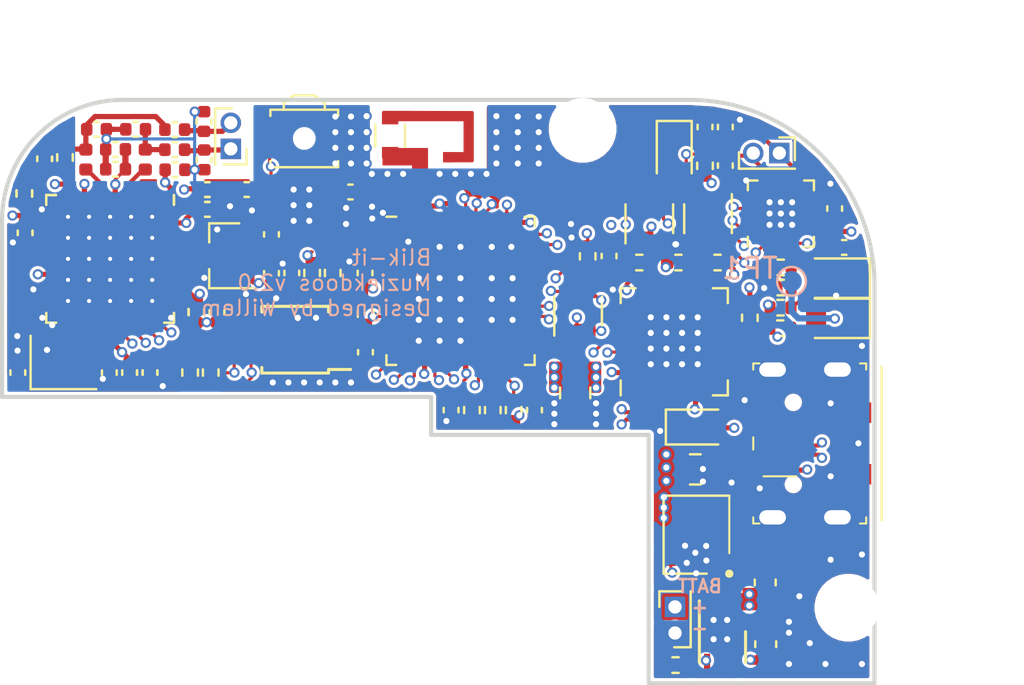
<source format=kicad_pcb>
(kicad_pcb (version 20171130) (host pcbnew "(5.1.9-0-10_14)")

  (general
    (thickness 1.6)
    (drawings 36)
    (tracks 1159)
    (zones 0)
    (modules 88)
    (nets 118)
  )

  (page A4)
  (layers
    (0 F.Cu signal)
    (1 In1.Cu signal)
    (2 In2.Cu signal)
    (31 B.Cu signal)
    (32 B.Adhes user hide)
    (33 F.Adhes user hide)
    (34 B.Paste user hide)
    (35 F.Paste user hide)
    (36 B.SilkS user hide)
    (37 F.SilkS user hide)
    (38 B.Mask user hide)
    (39 F.Mask user hide)
    (40 Dwgs.User user)
    (41 Cmts.User user hide)
    (42 Eco1.User user)
    (43 Eco2.User user hide)
    (44 Edge.Cuts user)
    (45 Margin user hide)
    (46 B.CrtYd user hide)
    (47 F.CrtYd user hide)
    (48 B.Fab user hide)
    (49 F.Fab user hide)
  )

  (setup
    (last_trace_width 0.1524)
    (user_trace_width 0.1524)
    (user_trace_width 0.2032)
    (trace_clearance 0.1524)
    (zone_clearance 0.1524)
    (zone_45_only no)
    (trace_min 0.14986)
    (via_size 0.5)
    (via_drill 0.3)
    (via_min_size 0.4)
    (via_min_drill 0.3)
    (user_via 0.5 0.3)
    (uvia_size 0.3)
    (uvia_drill 0.1)
    (uvias_allowed no)
    (uvia_min_size 0.2)
    (uvia_min_drill 0.1)
    (edge_width 0.05)
    (segment_width 0.2)
    (pcb_text_width 0.3)
    (pcb_text_size 1.5 1.5)
    (mod_edge_width 0.12)
    (mod_text_size 1 1)
    (mod_text_width 0.15)
    (pad_size 1 1)
    (pad_drill 0)
    (pad_to_mask_clearance 0)
    (aux_axis_origin 0 0)
    (visible_elements FFFFFF7F)
    (pcbplotparams
      (layerselection 0x010fc_ffffffff)
      (usegerberextensions false)
      (usegerberattributes true)
      (usegerberadvancedattributes true)
      (creategerberjobfile true)
      (excludeedgelayer true)
      (linewidth 0.100000)
      (plotframeref false)
      (viasonmask false)
      (mode 1)
      (useauxorigin false)
      (hpglpennumber 1)
      (hpglpenspeed 20)
      (hpglpendiameter 15.000000)
      (psnegative false)
      (psa4output false)
      (plotreference true)
      (plotvalue false)
      (plotinvisibletext false)
      (padsonsilk false)
      (subtractmaskfromsilk true)
      (outputformat 1)
      (mirror false)
      (drillshape 0)
      (scaleselection 1)
      (outputdirectory "OUTPUT"))
  )

  (net 0 "")
  (net 1 GND)
  (net 2 VBUS)
  (net 3 /CPU/ADC1_IN2)
  (net 4 +BATT)
  (net 5 /Power/PSU_BTN_RAW)
  (net 6 +3V3)
  (net 7 "Net-(C15-Pad1)")
  (net 8 /I2S_DAC_AMP/SPK_OUT-)
  (net 9 /I2S_DAC_AMP/SPKOUT+)
  (net 10 /Power/CHG_STAT_LED)
  (net 11 /Power/CHG_5V_LED)
  (net 12 /Power/PSU_EN)
  (net 13 /CPU/MEAS_EN)
  (net 14 /CPU/BTN_PWR)
  (net 15 /CPU/PW_HOLD)
  (net 16 /Power/PSU_EN_BUF)
  (net 17 /Power/CHG_PROG)
  (net 18 /I2S_DAC_AMP/GAIN)
  (net 19 /I2S_DAC_AMP/I2S_SD_MODE)
  (net 20 /CPU/DAC_BCLK)
  (net 21 /CPU/DAC_LRCK)
  (net 22 /CPU/NFC_SPI_MOSI)
  (net 23 /CPU/NFC_SPI_SCK)
  (net 24 /CPU/NFC_SPI_CS)
  (net 25 /CPU/DAC_DATA)
  (net 26 "Net-(U3-Pad26)")
  (net 27 "Net-(U3-Pad25)")
  (net 28 "Net-(U3-Pad24)")
  (net 29 "Net-(U1-Pad7)")
  (net 30 /CPU/HALL_OUT)
  (net 31 /CPU/VDD_SDIO)
  (net 32 /CPU/ESP_RST)
  (net 33 /CPU/ESP_GPIO0)
  (net 34 /CPU/ESP_GPIO2)
  (net 35 /CPU/ESP_GPIO15)
  (net 36 "Net-(U4-Pad48)")
  (net 37 "Net-(U4-Pad47)")
  (net 38 "Net-(U4-Pad45)")
  (net 39 "Net-(U4-Pad44)")
  (net 40 "Net-(U4-Pad39)")
  (net 41 "Net-(U4-Pad10)")
  (net 42 "Net-(U4-Pad8)")
  (net 43 "Net-(U4-Pad7)")
  (net 44 "Net-(U4-Pad6)")
  (net 45 "Net-(U10-Pad27)")
  (net 46 "Net-(U10-Pad23)")
  (net 47 "Net-(U10-Pad22)")
  (net 48 "Net-(U10-Pad21)")
  (net 49 "Net-(U10-Pad20)")
  (net 50 "Net-(U10-Pad19)")
  (net 51 "Net-(U10-Pad18)")
  (net 52 "Net-(U10-Pad17)")
  (net 53 "Net-(U10-Pad16)")
  (net 54 "Net-(U10-Pad15)")
  (net 55 "Net-(U10-Pad14)")
  (net 56 "Net-(U10-Pad13)")
  (net 57 "Net-(U10-Pad12)")
  (net 58 "Net-(U10-Pad11)")
  (net 59 "Net-(U10-Pad10)")
  (net 60 "Net-(U10-Pad2)")
  (net 61 "Net-(U10-Pad1)")
  (net 62 /programmer/CP_DTR)
  (net 63 /programmer/CP_RTS)
  (net 64 /CPU/ESP_TX)
  (net 65 /CPU/ESP_RX)
  (net 66 /CPU/WIFI_ANT)
  (net 67 /CPU/ESP_LNA_IN)
  (net 68 /programmer/CP_RST)
  (net 69 /CPU/A2)
  (net 70 /Power/MCP_STAT)
  (net 71 /Power/USB_D-)
  (net 72 /Power/USB_D+)
  (net 73 "Net-(U2-Pad2)")
  (net 74 /Power/Lx_L1)
  (net 75 "Net-(D4-Pad1)")
  (net 76 "Net-(U4-Pad33)")
  (net 77 "Net-(U4-Pad32)")
  (net 78 "Net-(U4-Pad31)")
  (net 79 "Net-(U4-Pad30)")
  (net 80 "Net-(U4-Pad27)")
  (net 81 "Net-(U4-Pad25)")
  (net 82 "Net-(U6-Pad7)")
  (net 83 "Net-(U6-Pad6)")
  (net 84 "Net-(U4-Pad11)")
  (net 85 "Net-(U4-Pad5)")
  (net 86 /CPU/ADS_SCL)
  (net 87 /CPU/ADS_SDA)
  (net 88 /CPU/ADS_RDY)
  (net 89 "Net-(U4-Pad24)")
  (net 90 /CPU/NFC_SPI_MISO)
  (net 91 /Power/BATT_MEAS)
  (net 92 "Net-(U4-Pad18)")
  (net 93 "Net-(U3-Pad37)")
  (net 94 "Net-(U3-Pad36)")
  (net 95 "Net-(U3-Pad35)")
  (net 96 "Net-(U3-Pad34)")
  (net 97 "Net-(U3-Pad33)")
  (net 98 "Net-(U3-Pad32)")
  (net 99 "Net-(U3-Pad31)")
  (net 100 "Net-(U3-Pad22)")
  (net 101 "Net-(U3-Pad21)")
  (net 102 "Net-(U3-Pad20)")
  (net 103 "Net-(U3-Pad19)")
  (net 104 "Net-(U3-Pad13)")
  (net 105 "Net-(U3-Pad12)")
  (net 106 "Net-(U3-Pad2)")
  (net 107 /NFC/OSC_in)
  (net 108 /NFC/OSC_OUT)
  (net 109 /NFC/RX)
  (net 110 /NFC/TXL1)
  (net 111 /NFC/TXL2)
  (net 112 /NFC/TXANT1)
  (net 113 /NFC/TXANT2)
  (net 114 /NFC/VMID)
  (net 115 /NFC/TX1)
  (net 116 /NFC/TX2)
  (net 117 /CPU/~NFC_RST)

  (net_class Default "This is the default net class."
    (clearance 0.1524)
    (trace_width 0.1524)
    (via_dia 0.5)
    (via_drill 0.3)
    (uvia_dia 0.3)
    (uvia_drill 0.1)
    (add_net +3V3)
    (add_net +BATT)
    (add_net /CPU/A2)
    (add_net /CPU/ADC1_IN2)
    (add_net /CPU/ADS_RDY)
    (add_net /CPU/ADS_SCL)
    (add_net /CPU/ADS_SDA)
    (add_net /CPU/BTN_PWR)
    (add_net /CPU/DAC_BCLK)
    (add_net /CPU/DAC_DATA)
    (add_net /CPU/DAC_LRCK)
    (add_net /CPU/ESP_GPIO0)
    (add_net /CPU/ESP_GPIO15)
    (add_net /CPU/ESP_GPIO2)
    (add_net /CPU/ESP_LNA_IN)
    (add_net /CPU/ESP_RST)
    (add_net /CPU/ESP_RX)
    (add_net /CPU/ESP_TX)
    (add_net /CPU/HALL_OUT)
    (add_net /CPU/MEAS_EN)
    (add_net /CPU/NFC_SPI_CS)
    (add_net /CPU/NFC_SPI_MISO)
    (add_net /CPU/NFC_SPI_MOSI)
    (add_net /CPU/NFC_SPI_SCK)
    (add_net /CPU/PW_HOLD)
    (add_net /CPU/VDD_SDIO)
    (add_net /CPU/WIFI_ANT)
    (add_net /CPU/~NFC_RST)
    (add_net /I2S_DAC_AMP/GAIN)
    (add_net /I2S_DAC_AMP/I2S_SD_MODE)
    (add_net /I2S_DAC_AMP/SPKOUT+)
    (add_net /I2S_DAC_AMP/SPK_OUT-)
    (add_net /NFC/OSC_OUT)
    (add_net /NFC/OSC_in)
    (add_net /NFC/RX)
    (add_net /NFC/TX1)
    (add_net /NFC/TX2)
    (add_net /NFC/TXANT1)
    (add_net /NFC/TXANT2)
    (add_net /NFC/TXL1)
    (add_net /NFC/TXL2)
    (add_net /NFC/VMID)
    (add_net /Power/BATT_MEAS)
    (add_net /Power/CHG_5V_LED)
    (add_net /Power/CHG_PROG)
    (add_net /Power/CHG_STAT_LED)
    (add_net /Power/Lx_L1)
    (add_net /Power/MCP_STAT)
    (add_net /Power/PSU_BTN_RAW)
    (add_net /Power/PSU_EN)
    (add_net /Power/PSU_EN_BUF)
    (add_net /Power/USB_D+)
    (add_net /Power/USB_D-)
    (add_net /programmer/CP_DTR)
    (add_net /programmer/CP_RST)
    (add_net /programmer/CP_RTS)
    (add_net GND)
    (add_net "Net-(C15-Pad1)")
    (add_net "Net-(D4-Pad1)")
    (add_net "Net-(U1-Pad7)")
    (add_net "Net-(U10-Pad1)")
    (add_net "Net-(U10-Pad10)")
    (add_net "Net-(U10-Pad11)")
    (add_net "Net-(U10-Pad12)")
    (add_net "Net-(U10-Pad13)")
    (add_net "Net-(U10-Pad14)")
    (add_net "Net-(U10-Pad15)")
    (add_net "Net-(U10-Pad16)")
    (add_net "Net-(U10-Pad17)")
    (add_net "Net-(U10-Pad18)")
    (add_net "Net-(U10-Pad19)")
    (add_net "Net-(U10-Pad2)")
    (add_net "Net-(U10-Pad20)")
    (add_net "Net-(U10-Pad21)")
    (add_net "Net-(U10-Pad22)")
    (add_net "Net-(U10-Pad23)")
    (add_net "Net-(U10-Pad27)")
    (add_net "Net-(U2-Pad2)")
    (add_net "Net-(U3-Pad12)")
    (add_net "Net-(U3-Pad13)")
    (add_net "Net-(U3-Pad19)")
    (add_net "Net-(U3-Pad2)")
    (add_net "Net-(U3-Pad20)")
    (add_net "Net-(U3-Pad21)")
    (add_net "Net-(U3-Pad22)")
    (add_net "Net-(U3-Pad24)")
    (add_net "Net-(U3-Pad25)")
    (add_net "Net-(U3-Pad26)")
    (add_net "Net-(U3-Pad31)")
    (add_net "Net-(U3-Pad32)")
    (add_net "Net-(U3-Pad33)")
    (add_net "Net-(U3-Pad34)")
    (add_net "Net-(U3-Pad35)")
    (add_net "Net-(U3-Pad36)")
    (add_net "Net-(U3-Pad37)")
    (add_net "Net-(U4-Pad10)")
    (add_net "Net-(U4-Pad11)")
    (add_net "Net-(U4-Pad18)")
    (add_net "Net-(U4-Pad24)")
    (add_net "Net-(U4-Pad25)")
    (add_net "Net-(U4-Pad27)")
    (add_net "Net-(U4-Pad30)")
    (add_net "Net-(U4-Pad31)")
    (add_net "Net-(U4-Pad32)")
    (add_net "Net-(U4-Pad33)")
    (add_net "Net-(U4-Pad39)")
    (add_net "Net-(U4-Pad44)")
    (add_net "Net-(U4-Pad45)")
    (add_net "Net-(U4-Pad47)")
    (add_net "Net-(U4-Pad48)")
    (add_net "Net-(U4-Pad5)")
    (add_net "Net-(U4-Pad6)")
    (add_net "Net-(U4-Pad7)")
    (add_net "Net-(U4-Pad8)")
    (add_net "Net-(U6-Pad6)")
    (add_net "Net-(U6-Pad7)")
    (add_net VBUS)
  )

  (module Package_DFN_QFN:QFN-28-1EP_5x5mm_P0.5mm_EP3.35x3.35mm locked (layer F.Cu) (tedit 5DC5F6A4) (tstamp 617D7126)
    (at 73.914 75.7428 90)
    (descr "QFN, 28 Pin (http://ww1.microchip.com/downloads/en/PackagingSpec/00000049BQ.pdf#page=283), generated with kicad-footprint-generator ipc_noLead_generator.py")
    (tags "QFN NoLead")
    (path /613CB1D0/613CD9B7)
    (attr smd)
    (fp_text reference U10 (at 0 -3.8 90) (layer F.SilkS) hide
      (effects (font (size 1 1) (thickness 0.15)))
    )
    (fp_text value CP2109-InterfaceUSB (at 0 3.8 90) (layer F.Fab) hide
      (effects (font (size 1 1) (thickness 0.15)))
    )
    (fp_text user %R (at 0 0 90) (layer F.Fab)
      (effects (font (size 1 1) (thickness 0.15)))
    )
    (fp_line (start 1.885 -2.61) (end 2.61 -2.61) (layer F.SilkS) (width 0.12))
    (fp_line (start 2.61 -2.61) (end 2.61 -1.885) (layer F.SilkS) (width 0.12))
    (fp_line (start -1.885 2.61) (end -2.61 2.61) (layer F.SilkS) (width 0.12))
    (fp_line (start -2.61 2.61) (end -2.61 1.885) (layer F.SilkS) (width 0.12))
    (fp_line (start 1.885 2.61) (end 2.61 2.61) (layer F.SilkS) (width 0.12))
    (fp_line (start 2.61 2.61) (end 2.61 1.885) (layer F.SilkS) (width 0.12))
    (fp_line (start -1.885 -2.61) (end -2.61 -2.61) (layer F.SilkS) (width 0.12))
    (fp_line (start -1.5 -2.5) (end 2.5 -2.5) (layer F.Fab) (width 0.1))
    (fp_line (start 2.5 -2.5) (end 2.5 2.5) (layer F.Fab) (width 0.1))
    (fp_line (start 2.5 2.5) (end -2.5 2.5) (layer F.Fab) (width 0.1))
    (fp_line (start -2.5 2.5) (end -2.5 -1.5) (layer F.Fab) (width 0.1))
    (fp_line (start -2.5 -1.5) (end -1.5 -2.5) (layer F.Fab) (width 0.1))
    (fp_line (start -3.1 -3.1) (end -3.1 3.1) (layer F.CrtYd) (width 0.05))
    (fp_line (start -3.1 3.1) (end 3.1 3.1) (layer F.CrtYd) (width 0.05))
    (fp_line (start 3.1 3.1) (end 3.1 -3.1) (layer F.CrtYd) (width 0.05))
    (fp_line (start 3.1 -3.1) (end -3.1 -3.1) (layer F.CrtYd) (width 0.05))
    (pad "" smd roundrect (at 1.12 1.12 90) (size 0.9 0.9) (layers F.Paste) (roundrect_rratio 0.25))
    (pad "" smd roundrect (at 1.12 0 90) (size 0.9 0.9) (layers F.Paste) (roundrect_rratio 0.25))
    (pad "" smd roundrect (at 1.12 -1.12 90) (size 0.9 0.9) (layers F.Paste) (roundrect_rratio 0.25))
    (pad "" smd roundrect (at 0 1.12 90) (size 0.9 0.9) (layers F.Paste) (roundrect_rratio 0.25))
    (pad "" smd roundrect (at 0 0 90) (size 0.9 0.9) (layers F.Paste) (roundrect_rratio 0.25))
    (pad "" smd roundrect (at 0 -1.12 90) (size 0.9 0.9) (layers F.Paste) (roundrect_rratio 0.25))
    (pad "" smd roundrect (at -1.12 1.12 90) (size 0.9 0.9) (layers F.Paste) (roundrect_rratio 0.25))
    (pad "" smd roundrect (at -1.12 0 90) (size 0.9 0.9) (layers F.Paste) (roundrect_rratio 0.25))
    (pad "" smd roundrect (at -1.12 -1.12 90) (size 0.9 0.9) (layers F.Paste) (roundrect_rratio 0.25))
    (pad 29 smd rect (at 0 0 90) (size 3.35 3.35) (layers F.Cu F.Mask)
      (net 1 GND))
    (pad 28 smd roundrect (at -1.5 -2.45 90) (size 0.25 0.8) (layers F.Cu F.Paste F.Mask) (roundrect_rratio 0.25)
      (net 62 /programmer/CP_DTR))
    (pad 27 smd roundrect (at -1 -2.45 90) (size 0.25 0.8) (layers F.Cu F.Paste F.Mask) (roundrect_rratio 0.25)
      (net 45 "Net-(U10-Pad27)"))
    (pad 26 smd roundrect (at -0.5 -2.45 90) (size 0.25 0.8) (layers F.Cu F.Paste F.Mask) (roundrect_rratio 0.25)
      (net 65 /CPU/ESP_RX))
    (pad 25 smd roundrect (at 0 -2.45 90) (size 0.25 0.8) (layers F.Cu F.Paste F.Mask) (roundrect_rratio 0.25)
      (net 64 /CPU/ESP_TX))
    (pad 24 smd roundrect (at 0.5 -2.45 90) (size 0.25 0.8) (layers F.Cu F.Paste F.Mask) (roundrect_rratio 0.25)
      (net 63 /programmer/CP_RTS))
    (pad 23 smd roundrect (at 1 -2.45 90) (size 0.25 0.8) (layers F.Cu F.Paste F.Mask) (roundrect_rratio 0.25)
      (net 46 "Net-(U10-Pad23)"))
    (pad 22 smd roundrect (at 1.5 -2.45 90) (size 0.25 0.8) (layers F.Cu F.Paste F.Mask) (roundrect_rratio 0.25)
      (net 47 "Net-(U10-Pad22)"))
    (pad 21 smd roundrect (at 2.45 -1.5 90) (size 0.8 0.25) (layers F.Cu F.Paste F.Mask) (roundrect_rratio 0.25)
      (net 48 "Net-(U10-Pad21)"))
    (pad 20 smd roundrect (at 2.45 -1 90) (size 0.8 0.25) (layers F.Cu F.Paste F.Mask) (roundrect_rratio 0.25)
      (net 49 "Net-(U10-Pad20)"))
    (pad 19 smd roundrect (at 2.45 -0.5 90) (size 0.8 0.25) (layers F.Cu F.Paste F.Mask) (roundrect_rratio 0.25)
      (net 50 "Net-(U10-Pad19)"))
    (pad 18 smd roundrect (at 2.45 0 90) (size 0.8 0.25) (layers F.Cu F.Paste F.Mask) (roundrect_rratio 0.25)
      (net 51 "Net-(U10-Pad18)"))
    (pad 17 smd roundrect (at 2.45 0.5 90) (size 0.8 0.25) (layers F.Cu F.Paste F.Mask) (roundrect_rratio 0.25)
      (net 52 "Net-(U10-Pad17)"))
    (pad 16 smd roundrect (at 2.45 1 90) (size 0.8 0.25) (layers F.Cu F.Paste F.Mask) (roundrect_rratio 0.25)
      (net 53 "Net-(U10-Pad16)"))
    (pad 15 smd roundrect (at 2.45 1.5 90) (size 0.8 0.25) (layers F.Cu F.Paste F.Mask) (roundrect_rratio 0.25)
      (net 54 "Net-(U10-Pad15)"))
    (pad 14 smd roundrect (at 1.5 2.45 90) (size 0.25 0.8) (layers F.Cu F.Paste F.Mask) (roundrect_rratio 0.25)
      (net 55 "Net-(U10-Pad14)"))
    (pad 13 smd roundrect (at 1 2.45 90) (size 0.25 0.8) (layers F.Cu F.Paste F.Mask) (roundrect_rratio 0.25)
      (net 56 "Net-(U10-Pad13)"))
    (pad 12 smd roundrect (at 0.5 2.45 90) (size 0.25 0.8) (layers F.Cu F.Paste F.Mask) (roundrect_rratio 0.25)
      (net 57 "Net-(U10-Pad12)"))
    (pad 11 smd roundrect (at 0 2.45 90) (size 0.25 0.8) (layers F.Cu F.Paste F.Mask) (roundrect_rratio 0.25)
      (net 58 "Net-(U10-Pad11)"))
    (pad 10 smd roundrect (at -0.5 2.45 90) (size 0.25 0.8) (layers F.Cu F.Paste F.Mask) (roundrect_rratio 0.25)
      (net 59 "Net-(U10-Pad10)"))
    (pad 9 smd roundrect (at -1 2.45 90) (size 0.25 0.8) (layers F.Cu F.Paste F.Mask) (roundrect_rratio 0.25)
      (net 68 /programmer/CP_RST))
    (pad 8 smd roundrect (at -1.5 2.45 90) (size 0.25 0.8) (layers F.Cu F.Paste F.Mask) (roundrect_rratio 0.25)
      (net 2 VBUS))
    (pad 7 smd roundrect (at -2.45 1.5 90) (size 0.8 0.25) (layers F.Cu F.Paste F.Mask) (roundrect_rratio 0.25)
      (net 75 "Net-(D4-Pad1)"))
    (pad 6 smd roundrect (at -2.45 1 90) (size 0.8 0.25) (layers F.Cu F.Paste F.Mask) (roundrect_rratio 0.25)
      (net 6 +3V3))
    (pad 5 smd roundrect (at -2.45 0.5 90) (size 0.8 0.25) (layers F.Cu F.Paste F.Mask) (roundrect_rratio 0.25)
      (net 71 /Power/USB_D-))
    (pad 4 smd roundrect (at -2.45 0 90) (size 0.8 0.25) (layers F.Cu F.Paste F.Mask) (roundrect_rratio 0.25)
      (net 72 /Power/USB_D+))
    (pad 3 smd roundrect (at -2.45 -0.5 90) (size 0.8 0.25) (layers F.Cu F.Paste F.Mask) (roundrect_rratio 0.25)
      (net 1 GND))
    (pad 2 smd roundrect (at -2.45 -1 90) (size 0.8 0.25) (layers F.Cu F.Paste F.Mask) (roundrect_rratio 0.25)
      (net 60 "Net-(U10-Pad2)"))
    (pad 1 smd roundrect (at -2.45 -1.5 90) (size 0.8 0.25) (layers F.Cu F.Paste F.Mask) (roundrect_rratio 0.25)
      (net 61 "Net-(U10-Pad1)"))
    (model ${KISYS3DMOD}/Package_DFN_QFN.3dshapes/QFN-28-1EP_5x5mm_P0.5mm_EP3.35x3.35mm.wrl
      (at (xyz 0 0 0))
      (scale (xyz 1 1 1))
      (rotate (xyz 0 0 0))
    )
  )

  (module Package_DFN_QFN:QFN-40-1EP_6x6mm_P0.5mm_EP4.6x4.6mm_ThermalVias locked (layer F.Cu) (tedit 5DC5F6A5) (tstamp 617AB412)
    (at 46.4312 71.7042 270)
    (descr "QFN, 40 Pin (http://ww1.microchip.com/downloads/en/PackagingSpec/00000049BQ.pdf#page=295), generated with kicad-footprint-generator ipc_noLead_generator.py")
    (tags "QFN NoLead")
    (path /60FE21EE/617AC9C8)
    (attr smd)
    (fp_text reference U3 (at 0 -4.3 90) (layer F.SilkS) hide
      (effects (font (size 1 1) (thickness 0.15)))
    )
    (fp_text value PN5321A3HN_C1xx (at 0 4.3 90) (layer F.Fab) hide
      (effects (font (size 1 1) (thickness 0.15)))
    )
    (fp_line (start 2.635 -3.11) (end 3.11 -3.11) (layer F.SilkS) (width 0.12))
    (fp_line (start 3.11 -3.11) (end 3.11 -2.635) (layer F.SilkS) (width 0.12))
    (fp_line (start -2.635 3.11) (end -3.11 3.11) (layer F.SilkS) (width 0.12))
    (fp_line (start -3.11 3.11) (end -3.11 2.635) (layer F.SilkS) (width 0.12))
    (fp_line (start 2.635 3.11) (end 3.11 3.11) (layer F.SilkS) (width 0.12))
    (fp_line (start 3.11 3.11) (end 3.11 2.635) (layer F.SilkS) (width 0.12))
    (fp_line (start -2.635 -3.11) (end -3.11 -3.11) (layer F.SilkS) (width 0.12))
    (fp_line (start -2 -3) (end 3 -3) (layer F.Fab) (width 0.1))
    (fp_line (start 3 -3) (end 3 3) (layer F.Fab) (width 0.1))
    (fp_line (start 3 3) (end -3 3) (layer F.Fab) (width 0.1))
    (fp_line (start -3 3) (end -3 -2) (layer F.Fab) (width 0.1))
    (fp_line (start -3 -2) (end -2 -3) (layer F.Fab) (width 0.1))
    (fp_line (start -3.6 -3.6) (end -3.6 3.6) (layer F.CrtYd) (width 0.05))
    (fp_line (start -3.6 3.6) (end 3.6 3.6) (layer F.CrtYd) (width 0.05))
    (fp_line (start 3.6 3.6) (end 3.6 -3.6) (layer F.CrtYd) (width 0.05))
    (fp_line (start 3.6 -3.6) (end -3.6 -3.6) (layer F.CrtYd) (width 0.05))
    (fp_text user %R (at -0.0254 0.2413 180) (layer F.Fab)
      (effects (font (size 1 1) (thickness 0.15)))
    )
    (fp_line (start 2.635 -3.11) (end 3.11 -3.11) (layer F.SilkS) (width 0.12))
    (fp_line (start 3.11 -3.11) (end 3.11 -2.635) (layer F.SilkS) (width 0.12))
    (fp_line (start -2.635 3.11) (end -3.11 3.11) (layer F.SilkS) (width 0.12))
    (fp_line (start -3.11 3.11) (end -3.11 2.635) (layer F.SilkS) (width 0.12))
    (fp_line (start 2.635 3.11) (end 3.11 3.11) (layer F.SilkS) (width 0.12))
    (fp_line (start 3.11 3.11) (end 3.11 2.635) (layer F.SilkS) (width 0.12))
    (fp_line (start -2.635 -3.11) (end -3.11 -3.11) (layer F.SilkS) (width 0.12))
    (fp_line (start -2 -3) (end 3 -3) (layer F.Fab) (width 0.1))
    (fp_line (start 3 -3) (end 3 3) (layer F.Fab) (width 0.1))
    (fp_line (start 3 3) (end -3 3) (layer F.Fab) (width 0.1))
    (fp_line (start -3 3) (end -3 -2) (layer F.Fab) (width 0.1))
    (fp_line (start -3 -2) (end -2 -3) (layer F.Fab) (width 0.1))
    (fp_line (start -3.6 -3.6) (end -3.6 3.6) (layer F.CrtYd) (width 0.05))
    (fp_line (start -3.6 3.6) (end 3.6 3.6) (layer F.CrtYd) (width 0.05))
    (fp_line (start 3.6 3.6) (end 3.6 -3.6) (layer F.CrtYd) (width 0.05))
    (fp_line (start 3.6 -3.6) (end -3.6 -3.6) (layer F.CrtYd) (width 0.05))
    (pad "" smd custom (at 1.5375 1.5375 270) (size 0.78569 0.78569) (layers F.Paste)
      (options (clearance outline) (anchor circle))
      (primitives
        (gr_poly (pts
           (xy -0.340297 -0.253232) (xy -0.253232 -0.340297) (xy 0.253232 -0.340297) (xy 0.340297 -0.253232) (xy 0.340297 0.253232)
           (xy 0.253232 0.340297) (xy -0.253232 0.340297) (xy -0.340297 0.253232)) (width 0.210193))
      ))
    (pad "" smd custom (at 1.5375 0.5125 270) (size 0.78569 0.78569) (layers F.Paste)
      (options (clearance outline) (anchor circle))
      (primitives
        (gr_poly (pts
           (xy -0.340297 -0.253232) (xy -0.253232 -0.340297) (xy 0.253232 -0.340297) (xy 0.340297 -0.253232) (xy 0.340297 0.253232)
           (xy 0.253232 0.340297) (xy -0.253232 0.340297) (xy -0.340297 0.253232)) (width 0.210193))
      ))
    (pad "" smd custom (at 1.5375 -0.5125 270) (size 0.78569 0.78569) (layers F.Paste)
      (options (clearance outline) (anchor circle))
      (primitives
        (gr_poly (pts
           (xy -0.340297 -0.253232) (xy -0.253232 -0.340297) (xy 0.253232 -0.340297) (xy 0.340297 -0.253232) (xy 0.340297 0.253232)
           (xy 0.253232 0.340297) (xy -0.253232 0.340297) (xy -0.340297 0.253232)) (width 0.210193))
      ))
    (pad "" smd custom (at 1.5375 -1.5375 270) (size 0.78569 0.78569) (layers F.Paste)
      (options (clearance outline) (anchor circle))
      (primitives
        (gr_poly (pts
           (xy -0.340297 -0.253232) (xy -0.253232 -0.340297) (xy 0.253232 -0.340297) (xy 0.340297 -0.253232) (xy 0.340297 0.253232)
           (xy 0.253232 0.340297) (xy -0.253232 0.340297) (xy -0.340297 0.253232)) (width 0.210193))
      ))
    (pad "" smd custom (at 0.5125 1.5375 270) (size 0.78569 0.78569) (layers F.Paste)
      (options (clearance outline) (anchor circle))
      (primitives
        (gr_poly (pts
           (xy -0.340297 -0.253232) (xy -0.253232 -0.340297) (xy 0.253232 -0.340297) (xy 0.340297 -0.253232) (xy 0.340297 0.253232)
           (xy 0.253232 0.340297) (xy -0.253232 0.340297) (xy -0.340297 0.253232)) (width 0.210193))
      ))
    (pad "" smd custom (at 0.5125 0.5125 270) (size 0.78569 0.78569) (layers F.Paste)
      (options (clearance outline) (anchor circle))
      (primitives
        (gr_poly (pts
           (xy -0.340297 -0.253232) (xy -0.253232 -0.340297) (xy 0.253232 -0.340297) (xy 0.340297 -0.253232) (xy 0.340297 0.253232)
           (xy 0.253232 0.340297) (xy -0.253232 0.340297) (xy -0.340297 0.253232)) (width 0.210193))
      ))
    (pad "" smd custom (at 0.5125 -0.5125 270) (size 0.78569 0.78569) (layers F.Paste)
      (options (clearance outline) (anchor circle))
      (primitives
        (gr_poly (pts
           (xy -0.340297 -0.253232) (xy -0.253232 -0.340297) (xy 0.253232 -0.340297) (xy 0.340297 -0.253232) (xy 0.340297 0.253232)
           (xy 0.253232 0.340297) (xy -0.253232 0.340297) (xy -0.340297 0.253232)) (width 0.210193))
      ))
    (pad "" smd custom (at 0.5125 -1.5375 270) (size 0.78569 0.78569) (layers F.Paste)
      (options (clearance outline) (anchor circle))
      (primitives
        (gr_poly (pts
           (xy -0.340297 -0.253232) (xy -0.253232 -0.340297) (xy 0.253232 -0.340297) (xy 0.340297 -0.253232) (xy 0.340297 0.253232)
           (xy 0.253232 0.340297) (xy -0.253232 0.340297) (xy -0.340297 0.253232)) (width 0.210193))
      ))
    (pad "" smd custom (at -0.5125 1.5375 270) (size 0.78569 0.78569) (layers F.Paste)
      (options (clearance outline) (anchor circle))
      (primitives
        (gr_poly (pts
           (xy -0.340297 -0.253232) (xy -0.253232 -0.340297) (xy 0.253232 -0.340297) (xy 0.340297 -0.253232) (xy 0.340297 0.253232)
           (xy 0.253232 0.340297) (xy -0.253232 0.340297) (xy -0.340297 0.253232)) (width 0.210193))
      ))
    (pad "" smd custom (at -0.5125 0.5125 270) (size 0.78569 0.78569) (layers F.Paste)
      (options (clearance outline) (anchor circle))
      (primitives
        (gr_poly (pts
           (xy -0.340297 -0.253232) (xy -0.253232 -0.340297) (xy 0.253232 -0.340297) (xy 0.340297 -0.253232) (xy 0.340297 0.253232)
           (xy 0.253232 0.340297) (xy -0.253232 0.340297) (xy -0.340297 0.253232)) (width 0.210193))
      ))
    (pad "" smd custom (at -0.5125 -0.5125 270) (size 0.78569 0.78569) (layers F.Paste)
      (options (clearance outline) (anchor circle))
      (primitives
        (gr_poly (pts
           (xy -0.340297 -0.253232) (xy -0.253232 -0.340297) (xy 0.253232 -0.340297) (xy 0.340297 -0.253232) (xy 0.340297 0.253232)
           (xy 0.253232 0.340297) (xy -0.253232 0.340297) (xy -0.340297 0.253232)) (width 0.210193))
      ))
    (pad "" smd custom (at -0.5125 -1.5375 270) (size 0.78569 0.78569) (layers F.Paste)
      (options (clearance outline) (anchor circle))
      (primitives
        (gr_poly (pts
           (xy -0.340297 -0.253232) (xy -0.253232 -0.340297) (xy 0.253232 -0.340297) (xy 0.340297 -0.253232) (xy 0.340297 0.253232)
           (xy 0.253232 0.340297) (xy -0.253232 0.340297) (xy -0.340297 0.253232)) (width 0.210193))
      ))
    (pad "" smd custom (at -1.5375 1.5375 270) (size 0.78569 0.78569) (layers F.Paste)
      (options (clearance outline) (anchor circle))
      (primitives
        (gr_poly (pts
           (xy -0.340297 -0.253232) (xy -0.253232 -0.340297) (xy 0.253232 -0.340297) (xy 0.340297 -0.253232) (xy 0.340297 0.253232)
           (xy 0.253232 0.340297) (xy -0.253232 0.340297) (xy -0.340297 0.253232)) (width 0.210193))
      ))
    (pad "" smd custom (at -1.5375 0.5125 270) (size 0.78569 0.78569) (layers F.Paste)
      (options (clearance outline) (anchor circle))
      (primitives
        (gr_poly (pts
           (xy -0.340297 -0.253232) (xy -0.253232 -0.340297) (xy 0.253232 -0.340297) (xy 0.340297 -0.253232) (xy 0.340297 0.253232)
           (xy 0.253232 0.340297) (xy -0.253232 0.340297) (xy -0.340297 0.253232)) (width 0.210193))
      ))
    (pad "" smd custom (at -1.5375 -0.5125 270) (size 0.78569 0.78569) (layers F.Paste)
      (options (clearance outline) (anchor circle))
      (primitives
        (gr_poly (pts
           (xy -0.340297 -0.253232) (xy -0.253232 -0.340297) (xy 0.253232 -0.340297) (xy 0.340297 -0.253232) (xy 0.340297 0.253232)
           (xy 0.253232 0.340297) (xy -0.253232 0.340297) (xy -0.340297 0.253232)) (width 0.210193))
      ))
    (pad "" smd custom (at -1.5375 -1.5375 270) (size 0.78569 0.78569) (layers F.Paste)
      (options (clearance outline) (anchor circle))
      (primitives
        (gr_poly (pts
           (xy -0.340297 -0.253232) (xy -0.253232 -0.340297) (xy 0.253232 -0.340297) (xy 0.340297 -0.253232) (xy 0.340297 0.253232)
           (xy 0.253232 0.340297) (xy -0.253232 0.340297) (xy -0.340297 0.253232)) (width 0.210193))
      ))
    (pad 41 smd rect (at 0 0 270) (size 4.6 4.6) (layers B.Cu)
      (net 1 GND))
    (pad 41 thru_hole circle (at 2.05 2.05 270) (size 0.5 0.5) (drill 0.2) (layers *.Cu)
      (net 1 GND))
    (pad 41 thru_hole circle (at 1.025 2.05 270) (size 0.5 0.5) (drill 0.2) (layers *.Cu)
      (net 1 GND))
    (pad 41 thru_hole circle (at 0 2.05 270) (size 0.5 0.5) (drill 0.2) (layers *.Cu)
      (net 1 GND))
    (pad 41 thru_hole circle (at -1.025 2.05 270) (size 0.5 0.5) (drill 0.2) (layers *.Cu)
      (net 1 GND))
    (pad 41 thru_hole circle (at -2.05 2.05 270) (size 0.5 0.5) (drill 0.2) (layers *.Cu)
      (net 1 GND))
    (pad 41 thru_hole circle (at 2.05 1.025 270) (size 0.5 0.5) (drill 0.2) (layers *.Cu)
      (net 1 GND))
    (pad 41 thru_hole circle (at 1.025 1.025 270) (size 0.5 0.5) (drill 0.2) (layers *.Cu)
      (net 1 GND))
    (pad 41 thru_hole circle (at 0 1.025 270) (size 0.5 0.5) (drill 0.2) (layers *.Cu)
      (net 1 GND))
    (pad 41 thru_hole circle (at -1.025 1.025 270) (size 0.5 0.5) (drill 0.2) (layers *.Cu)
      (net 1 GND))
    (pad 41 thru_hole circle (at -2.05 1.025 270) (size 0.5 0.5) (drill 0.2) (layers *.Cu)
      (net 1 GND))
    (pad 41 thru_hole circle (at 2.05 0 270) (size 0.5 0.5) (drill 0.2) (layers *.Cu)
      (net 1 GND))
    (pad 41 thru_hole circle (at 1.025 0 270) (size 0.5 0.5) (drill 0.2) (layers *.Cu)
      (net 1 GND))
    (pad 41 thru_hole circle (at 0 0 270) (size 0.5 0.5) (drill 0.2) (layers *.Cu)
      (net 1 GND))
    (pad 41 thru_hole circle (at -1.025 0 270) (size 0.5 0.5) (drill 0.2) (layers *.Cu)
      (net 1 GND))
    (pad 41 thru_hole circle (at -2.05 0 270) (size 0.5 0.5) (drill 0.2) (layers *.Cu)
      (net 1 GND))
    (pad 41 thru_hole circle (at 2.05 -1.025 270) (size 0.5 0.5) (drill 0.2) (layers *.Cu)
      (net 1 GND))
    (pad 41 thru_hole circle (at 1.025 -1.025 270) (size 0.5 0.5) (drill 0.2) (layers *.Cu)
      (net 1 GND))
    (pad 41 thru_hole circle (at 0 -1.025 270) (size 0.5 0.5) (drill 0.2) (layers *.Cu)
      (net 1 GND))
    (pad 41 thru_hole circle (at -1.025 -1.025 270) (size 0.5 0.5) (drill 0.2) (layers *.Cu)
      (net 1 GND))
    (pad 41 thru_hole circle (at -2.05 -1.025 270) (size 0.5 0.5) (drill 0.2) (layers *.Cu)
      (net 1 GND))
    (pad 41 thru_hole circle (at 2.05 -2.05 270) (size 0.5 0.5) (drill 0.2) (layers *.Cu)
      (net 1 GND))
    (pad 41 thru_hole circle (at 1.025 -2.05 270) (size 0.5 0.5) (drill 0.2) (layers *.Cu)
      (net 1 GND))
    (pad 41 thru_hole circle (at 0 -2.05 270) (size 0.5 0.5) (drill 0.2) (layers *.Cu)
      (net 1 GND))
    (pad 41 thru_hole circle (at -1.025 -2.05 270) (size 0.5 0.5) (drill 0.2) (layers *.Cu)
      (net 1 GND))
    (pad 41 thru_hole circle (at -2.05 -2.05 270) (size 0.5 0.5) (drill 0.2) (layers *.Cu)
      (net 1 GND))
    (pad 41 smd rect (at 0 0 270) (size 4.6 4.6) (layers F.Cu F.Mask)
      (net 1 GND))
    (pad 40 smd roundrect (at -2.25 -2.9375 270) (size 0.25 0.825) (layers F.Cu F.Paste F.Mask) (roundrect_rratio 0.25)
      (net 6 +3V3))
    (pad 39 smd roundrect (at -1.75 -2.9375 270) (size 0.25 0.825) (layers F.Cu F.Paste F.Mask) (roundrect_rratio 0.25)
      (net 6 +3V3))
    (pad 38 smd roundrect (at -1.25 -2.9375 270) (size 0.25 0.825) (layers F.Cu F.Paste F.Mask) (roundrect_rratio 0.25)
      (net 117 /CPU/~NFC_RST))
    (pad 37 smd roundrect (at -0.75 -2.9375 270) (size 0.25 0.825) (layers F.Cu F.Paste F.Mask) (roundrect_rratio 0.25)
      (net 93 "Net-(U3-Pad37)"))
    (pad 36 smd roundrect (at -0.25 -2.9375 270) (size 0.25 0.825) (layers F.Cu F.Paste F.Mask) (roundrect_rratio 0.25)
      (net 94 "Net-(U3-Pad36)"))
    (pad 35 smd roundrect (at 0.25 -2.9375 270) (size 0.25 0.825) (layers F.Cu F.Paste F.Mask) (roundrect_rratio 0.25)
      (net 95 "Net-(U3-Pad35)"))
    (pad 34 smd roundrect (at 0.75 -2.9375 270) (size 0.25 0.825) (layers F.Cu F.Paste F.Mask) (roundrect_rratio 0.25)
      (net 96 "Net-(U3-Pad34)"))
    (pad 33 smd roundrect (at 1.25 -2.9375 270) (size 0.25 0.825) (layers F.Cu F.Paste F.Mask) (roundrect_rratio 0.25)
      (net 97 "Net-(U3-Pad33)"))
    (pad 32 smd roundrect (at 1.75 -2.9375 270) (size 0.25 0.825) (layers F.Cu F.Paste F.Mask) (roundrect_rratio 0.25)
      (net 98 "Net-(U3-Pad32)"))
    (pad 31 smd roundrect (at 2.25 -2.9375 270) (size 0.25 0.825) (layers F.Cu F.Paste F.Mask) (roundrect_rratio 0.25)
      (net 99 "Net-(U3-Pad31)"))
    (pad 30 smd roundrect (at 2.9375 -2.25 270) (size 0.825 0.25) (layers F.Cu F.Paste F.Mask) (roundrect_rratio 0.25)
      (net 23 /CPU/NFC_SPI_SCK))
    (pad 29 smd roundrect (at 2.9375 -1.75 270) (size 0.825 0.25) (layers F.Cu F.Paste F.Mask) (roundrect_rratio 0.25)
      (net 90 /CPU/NFC_SPI_MISO))
    (pad 28 smd roundrect (at 2.9375 -1.25 270) (size 0.825 0.25) (layers F.Cu F.Paste F.Mask) (roundrect_rratio 0.25)
      (net 22 /CPU/NFC_SPI_MOSI))
    (pad 27 smd roundrect (at 2.9375 -0.75 270) (size 0.825 0.25) (layers F.Cu F.Paste F.Mask) (roundrect_rratio 0.25)
      (net 24 /CPU/NFC_SPI_CS))
    (pad 26 smd roundrect (at 2.9375 -0.25 270) (size 0.825 0.25) (layers F.Cu F.Paste F.Mask) (roundrect_rratio 0.25)
      (net 26 "Net-(U3-Pad26)"))
    (pad 25 smd roundrect (at 2.9375 0.25 270) (size 0.825 0.25) (layers F.Cu F.Paste F.Mask) (roundrect_rratio 0.25)
      (net 27 "Net-(U3-Pad25)"))
    (pad 24 smd roundrect (at 2.9375 0.75 270) (size 0.825 0.25) (layers F.Cu F.Paste F.Mask) (roundrect_rratio 0.25)
      (net 28 "Net-(U3-Pad24)"))
    (pad 23 smd roundrect (at 2.9375 1.25 270) (size 0.825 0.25) (layers F.Cu F.Paste F.Mask) (roundrect_rratio 0.25)
      (net 6 +3V3))
    (pad 22 smd roundrect (at 2.9375 1.75 270) (size 0.825 0.25) (layers F.Cu F.Paste F.Mask) (roundrect_rratio 0.25)
      (net 100 "Net-(U3-Pad22)"))
    (pad 21 smd roundrect (at 2.9375 2.25 270) (size 0.825 0.25) (layers F.Cu F.Paste F.Mask) (roundrect_rratio 0.25)
      (net 101 "Net-(U3-Pad21)"))
    (pad 20 smd roundrect (at 2.25 2.9375 270) (size 0.25 0.825) (layers F.Cu F.Paste F.Mask) (roundrect_rratio 0.25)
      (net 102 "Net-(U3-Pad20)"))
    (pad 19 smd roundrect (at 1.75 2.9375 270) (size 0.25 0.825) (layers F.Cu F.Paste F.Mask) (roundrect_rratio 0.25)
      (net 103 "Net-(U3-Pad19)"))
    (pad 18 smd roundrect (at 1.25 2.9375 270) (size 0.25 0.825) (layers F.Cu F.Paste F.Mask) (roundrect_rratio 0.25)
      (net 1 GND))
    (pad 17 smd roundrect (at 0.75 2.9375 270) (size 0.25 0.825) (layers F.Cu F.Paste F.Mask) (roundrect_rratio 0.25)
      (net 6 +3V3))
    (pad 16 smd roundrect (at 0.25 2.9375 270) (size 0.25 0.825) (layers F.Cu F.Paste F.Mask) (roundrect_rratio 0.25)
      (net 1 GND))
    (pad 15 smd roundrect (at -0.25 2.9375 270) (size 0.25 0.825) (layers F.Cu F.Paste F.Mask) (roundrect_rratio 0.25)
      (net 108 /NFC/OSC_OUT))
    (pad 14 smd roundrect (at -0.75 2.9375 270) (size 0.25 0.825) (layers F.Cu F.Paste F.Mask) (roundrect_rratio 0.25)
      (net 107 /NFC/OSC_in))
    (pad 13 smd roundrect (at -1.25 2.9375 270) (size 0.25 0.825) (layers F.Cu F.Paste F.Mask) (roundrect_rratio 0.25)
      (net 104 "Net-(U3-Pad13)"))
    (pad 12 smd roundrect (at -1.75 2.9375 270) (size 0.25 0.825) (layers F.Cu F.Paste F.Mask) (roundrect_rratio 0.25)
      (net 105 "Net-(U3-Pad12)"))
    (pad 11 smd roundrect (at -2.25 2.9375 270) (size 0.25 0.825) (layers F.Cu F.Paste F.Mask) (roundrect_rratio 0.25)
      (net 1 GND))
    (pad 10 smd roundrect (at -2.9375 2.25 270) (size 0.825 0.25) (layers F.Cu F.Paste F.Mask) (roundrect_rratio 0.25)
      (net 109 /NFC/RX))
    (pad 9 smd roundrect (at -2.9375 1.75 270) (size 0.825 0.25) (layers F.Cu F.Paste F.Mask) (roundrect_rratio 0.25)
      (net 114 /NFC/VMID))
    (pad 8 smd roundrect (at -2.9375 1.25 270) (size 0.825 0.25) (layers F.Cu F.Paste F.Mask) (roundrect_rratio 0.25)
      (net 6 +3V3))
    (pad 7 smd roundrect (at -2.9375 0.75 270) (size 0.825 0.25) (layers F.Cu F.Paste F.Mask) (roundrect_rratio 0.25)
      (net 1 GND))
    (pad 6 smd roundrect (at -2.9375 0.25 270) (size 0.825 0.25) (layers F.Cu F.Paste F.Mask) (roundrect_rratio 0.25)
      (net 116 /NFC/TX2))
    (pad 5 smd roundrect (at -2.9375 -0.25 270) (size 0.825 0.25) (layers F.Cu F.Paste F.Mask) (roundrect_rratio 0.25)
      (net 6 +3V3))
    (pad 4 smd roundrect (at -2.9375 -0.75 270) (size 0.825 0.25) (layers F.Cu F.Paste F.Mask) (roundrect_rratio 0.25)
      (net 115 /NFC/TX1))
    (pad 3 smd roundrect (at -2.9375 -1.25 270) (size 0.825 0.25) (layers F.Cu F.Paste F.Mask) (roundrect_rratio 0.25)
      (net 1 GND))
    (pad 2 smd roundrect (at -2.9375 -1.75 270) (size 0.825 0.25) (layers F.Cu F.Paste F.Mask) (roundrect_rratio 0.25)
      (net 106 "Net-(U3-Pad2)"))
    (pad 1 smd roundrect (at -2.9375 -2.25 270) (size 0.825 0.25) (layers F.Cu F.Paste F.Mask) (roundrect_rratio 0.25)
      (net 1 GND))
    (model ${KISYS3DMOD}/Package_DFN_QFN.3dshapes/QFN-40-1EP_6x6mm_P0.5mm_EP4.6x4.6mm.wrl
      (at (xyz 0 0 0))
      (scale (xyz 1 1 1))
      (rotate (xyz 0 0 0))
    )
  )

  (module Capacitor_SMD:C_0805_2012Metric (layer F.Cu) (tedit 5F68FEEE) (tstamp 617C0ADC)
    (at 69.088 78.232 270)
    (descr "Capacitor SMD 0805 (2012 Metric), square (rectangular) end terminal, IPC_7351 nominal, (Body size source: IPC-SM-782 page 76, https://www.pcb-3d.com/wordpress/wp-content/uploads/ipc-sm-782a_amendment_1_and_2.pdf, https://docs.google.com/spreadsheets/d/1BsfQQcO9C6DZCsRaXUlFlo91Tg2WpOkGARC1WS5S8t0/edit?usp=sharing), generated with kicad-footprint-generator")
    (tags capacitor)
    (path /60FE1698/617D88E1)
    (attr smd)
    (fp_text reference C37 (at 0 -1.68 90) (layer F.SilkS) hide
      (effects (font (size 1 1) (thickness 0.15)))
    )
    (fp_text value 10uF (at 0 1.68 90) (layer F.Fab) hide
      (effects (font (size 1 1) (thickness 0.15)))
    )
    (fp_text user %R (at 0 0 90) (layer F.Fab)
      (effects (font (size 0.5 0.5) (thickness 0.08)))
    )
    (fp_line (start -1 0.625) (end -1 -0.625) (layer F.Fab) (width 0.1))
    (fp_line (start -1 -0.625) (end 1 -0.625) (layer F.Fab) (width 0.1))
    (fp_line (start 1 -0.625) (end 1 0.625) (layer F.Fab) (width 0.1))
    (fp_line (start 1 0.625) (end -1 0.625) (layer F.Fab) (width 0.1))
    (fp_line (start -0.261252 -0.735) (end 0.261252 -0.735) (layer F.SilkS) (width 0.12))
    (fp_line (start -0.261252 0.735) (end 0.261252 0.735) (layer F.SilkS) (width 0.12))
    (fp_line (start -1.7 0.98) (end -1.7 -0.98) (layer F.CrtYd) (width 0.05))
    (fp_line (start -1.7 -0.98) (end 1.7 -0.98) (layer F.CrtYd) (width 0.05))
    (fp_line (start 1.7 -0.98) (end 1.7 0.98) (layer F.CrtYd) (width 0.05))
    (fp_line (start 1.7 0.98) (end -1.7 0.98) (layer F.CrtYd) (width 0.05))
    (pad 2 smd roundrect (at 0.95 0 270) (size 1 1.45) (layers F.Cu F.Paste F.Mask) (roundrect_rratio 0.25)
      (net 1 GND))
    (pad 1 smd roundrect (at -0.95 0 270) (size 1 1.45) (layers F.Cu F.Paste F.Mask) (roundrect_rratio 0.25)
      (net 6 +3V3))
    (model ${KISYS3DMOD}/Capacitor_SMD.3dshapes/C_0805_2012Metric.wrl
      (at (xyz 0 0 0))
      (scale (xyz 1 1 1))
      (rotate (xyz 0 0 0))
    )
  )

  (module Resistor_SMD:R_0402_1005Metric (layer F.Cu) (tedit 5F68FEEE) (tstamp 6141791E)
    (at 66.0908 79.0702 90)
    (descr "Resistor SMD 0402 (1005 Metric), square (rectangular) end terminal, IPC_7351 nominal, (Body size source: IPC-SM-782 page 72, https://www.pcb-3d.com/wordpress/wp-content/uploads/ipc-sm-782a_amendment_1_and_2.pdf), generated with kicad-footprint-generator")
    (tags resistor)
    (path /60FFCEAC/613CA3A9)
    (attr smd)
    (fp_text reference R22 (at 0 -1.17 90) (layer F.SilkS) hide
      (effects (font (size 1 1) (thickness 0.15)))
    )
    (fp_text value 10K (at 0 1.17 90) (layer F.Fab) hide
      (effects (font (size 1 1) (thickness 0.15)))
    )
    (fp_line (start -0.525 0.27) (end -0.525 -0.27) (layer F.Fab) (width 0.1))
    (fp_line (start -0.525 -0.27) (end 0.525 -0.27) (layer F.Fab) (width 0.1))
    (fp_line (start 0.525 -0.27) (end 0.525 0.27) (layer F.Fab) (width 0.1))
    (fp_line (start 0.525 0.27) (end -0.525 0.27) (layer F.Fab) (width 0.1))
    (fp_line (start -0.153641 -0.38) (end 0.153641 -0.38) (layer F.SilkS) (width 0.12))
    (fp_line (start -0.153641 0.38) (end 0.153641 0.38) (layer F.SilkS) (width 0.12))
    (fp_line (start -0.93 0.47) (end -0.93 -0.47) (layer F.CrtYd) (width 0.05))
    (fp_line (start -0.93 -0.47) (end 0.93 -0.47) (layer F.CrtYd) (width 0.05))
    (fp_line (start 0.93 -0.47) (end 0.93 0.47) (layer F.CrtYd) (width 0.05))
    (fp_line (start 0.93 0.47) (end -0.93 0.47) (layer F.CrtYd) (width 0.05))
    (fp_text user %R (at 0 0 90) (layer F.Fab)
      (effects (font (size 0.26 0.26) (thickness 0.04)))
    )
    (pad 2 smd roundrect (at 0.51 0 90) (size 0.54 0.64) (layers F.Cu F.Paste F.Mask) (roundrect_rratio 0.25)
      (net 33 /CPU/ESP_GPIO0))
    (pad 1 smd roundrect (at -0.51 0 90) (size 0.54 0.64) (layers F.Cu F.Paste F.Mask) (roundrect_rratio 0.25)
      (net 6 +3V3))
    (model ${KISYS3DMOD}/Resistor_SMD.3dshapes/R_0402_1005Metric.wrl
      (at (xyz 0 0 0))
      (scale (xyz 1 1 1))
      (rotate (xyz 0 0 0))
    )
  )

  (module Button_Switch_SMD:SW_SPST_B3U-3000P-B (layer F.Cu) (tedit 5A02FC95) (tstamp 610F18FB)
    (at 55.89 65.8368)
    (descr "Ultra-small-sized Tactile Switch with High Contact Reliability, Side-actuated Model, without Ground Terminal, with Boss")
    (tags "Tactile Switch")
    (path /60FE1698/615B2DE1)
    (attr smd)
    (fp_text reference SW1 (at 0 -3) (layer F.SilkS) hide
      (effects (font (size 1 1) (thickness 0.15)))
    )
    (fp_text value SW_Push (at 0 2.5) (layer F.Fab) hide
      (effects (font (size 1 1) (thickness 0.15)))
    )
    (fp_line (start -1.25 -1.65) (end -1.25 -2.35) (layer F.CrtYd) (width 0.05))
    (fp_line (start -1.25 -2.35) (end 1.25 -2.35) (layer F.CrtYd) (width 0.05))
    (fp_line (start 1.25 -2.35) (end 1.25 -1.65) (layer F.CrtYd) (width 0.05))
    (fp_line (start 1.25 -1.65) (end 2.4 -1.65) (layer F.CrtYd) (width 0.05))
    (fp_line (start -0.5 -2.1) (end -1 -1.72) (layer F.SilkS) (width 0.12))
    (fp_line (start -1 -1.72) (end -1 -1.4) (layer F.SilkS) (width 0.12))
    (fp_line (start -0.5 -2.1) (end 0.5 -2.1) (layer F.SilkS) (width 0.12))
    (fp_line (start 0.5 -2.1) (end 1 -1.72) (layer F.SilkS) (width 0.12))
    (fp_line (start 1 -1.72) (end 1 -1.4) (layer F.SilkS) (width 0.12))
    (fp_line (start -0.85 -1.25) (end -0.85 -1.65) (layer F.Fab) (width 0.1))
    (fp_line (start -0.85 -1.65) (end -0.45 -1.95) (layer F.Fab) (width 0.1))
    (fp_line (start -0.45 -1.95) (end 0.45 -1.95) (layer F.Fab) (width 0.1))
    (fp_line (start 0.45 -1.95) (end 0.85 -1.65) (layer F.Fab) (width 0.1))
    (fp_line (start 0.85 -1.65) (end 0.85 -1.25) (layer F.Fab) (width 0.1))
    (fp_line (start -1.65 1.4) (end 1.65 1.4) (layer F.SilkS) (width 0.12))
    (fp_line (start -2.4 1.65) (end 2.4 1.65) (layer F.CrtYd) (width 0.05))
    (fp_line (start 2.4 1.65) (end 2.4 -1.65) (layer F.CrtYd) (width 0.05))
    (fp_line (start -1.25 -1.65) (end -2.4 -1.65) (layer F.CrtYd) (width 0.05))
    (fp_line (start -2.4 -1.65) (end -2.4 1.65) (layer F.CrtYd) (width 0.05))
    (fp_line (start -1.65 1.1) (end -1.65 1.4) (layer F.SilkS) (width 0.12))
    (fp_line (start 1.65 1.4) (end 1.65 1.1) (layer F.SilkS) (width 0.12))
    (fp_line (start -1.65 -1.1) (end -1.65 -1.4) (layer F.SilkS) (width 0.12))
    (fp_line (start -1.65 -1.4) (end 1.65 -1.4) (layer F.SilkS) (width 0.12))
    (fp_line (start 1.65 -1.4) (end 1.65 -1.1) (layer F.SilkS) (width 0.12))
    (fp_line (start -1.5 -1.25) (end 1.5 -1.25) (layer F.Fab) (width 0.1))
    (fp_line (start 1.5 -1.25) (end 1.5 1.25) (layer F.Fab) (width 0.1))
    (fp_line (start 1.5 1.25) (end -1.5 1.25) (layer F.Fab) (width 0.1))
    (fp_line (start -1.5 1.25) (end -1.5 -1.25) (layer F.Fab) (width 0.1))
    (fp_text user %R (at -0.6096 -0.635 180) (layer F.Fab)
      (effects (font (size 0.508 0.508) (thickness 0.0762)))
    )
    (pad "" np_thru_hole circle (at 0 0) (size 0.8 0.8) (drill 0.8) (layers *.Cu *.Mask))
    (pad 2 smd rect (at 1.7 0) (size 0.9 1.7) (layers F.Cu F.Paste F.Mask)
      (net 1 GND))
    (pad 1 smd rect (at -1.7 0) (size 0.9 1.7) (layers F.Cu F.Paste F.Mask)
      (net 5 /Power/PSU_BTN_RAW))
    (model ${KISYS3DMOD}/Button_Switch_SMD.3dshapes/SW_SPST_B3U-3000P-B.wrl
      (at (xyz 0 0 0))
      (scale (xyz 1 1 1))
      (rotate (xyz 0 0 0))
    )
  )

  (module Capacitor_SMD:C_0402_1005Metric (layer F.Cu) (tedit 5F68FEEE) (tstamp 617EF58A)
    (at 53.086 68.326 180)
    (descr "Capacitor SMD 0402 (1005 Metric), square (rectangular) end terminal, IPC_7351 nominal, (Body size source: IPC-SM-782 page 76, https://www.pcb-3d.com/wordpress/wp-content/uploads/ipc-sm-782a_amendment_1_and_2.pdf), generated with kicad-footprint-generator")
    (tags capacitor)
    (path /60FE1698/61B98B8E)
    (attr smd)
    (fp_text reference C36 (at 0 -1.16) (layer F.SilkS) hide
      (effects (font (size 1 1) (thickness 0.15)))
    )
    (fp_text value 100nF (at 0 1.16) (layer F.Fab) hide
      (effects (font (size 1 1) (thickness 0.15)))
    )
    (fp_line (start -0.5 0.25) (end -0.5 -0.25) (layer F.Fab) (width 0.1))
    (fp_line (start -0.5 -0.25) (end 0.5 -0.25) (layer F.Fab) (width 0.1))
    (fp_line (start 0.5 -0.25) (end 0.5 0.25) (layer F.Fab) (width 0.1))
    (fp_line (start 0.5 0.25) (end -0.5 0.25) (layer F.Fab) (width 0.1))
    (fp_line (start -0.107836 -0.36) (end 0.107836 -0.36) (layer F.SilkS) (width 0.12))
    (fp_line (start -0.107836 0.36) (end 0.107836 0.36) (layer F.SilkS) (width 0.12))
    (fp_line (start -0.91 0.46) (end -0.91 -0.46) (layer F.CrtYd) (width 0.05))
    (fp_line (start -0.91 -0.46) (end 0.91 -0.46) (layer F.CrtYd) (width 0.05))
    (fp_line (start 0.91 -0.46) (end 0.91 0.46) (layer F.CrtYd) (width 0.05))
    (fp_line (start 0.91 0.46) (end -0.91 0.46) (layer F.CrtYd) (width 0.05))
    (fp_text user %R (at 0 0) (layer F.Fab)
      (effects (font (size 0.25 0.25) (thickness 0.04)))
    )
    (pad 2 smd roundrect (at 0.48 0 180) (size 0.56 0.62) (layers F.Cu F.Paste F.Mask) (roundrect_rratio 0.25)
      (net 1 GND))
    (pad 1 smd roundrect (at -0.48 0 180) (size 0.56 0.62) (layers F.Cu F.Paste F.Mask) (roundrect_rratio 0.25)
      (net 5 /Power/PSU_BTN_RAW))
    (model ${KISYS3DMOD}/Capacitor_SMD.3dshapes/C_0402_1005Metric.wrl
      (at (xyz 0 0 0))
      (scale (xyz 1 1 1))
      (rotate (xyz 0 0 0))
    )
  )

  (module Capacitor_SMD:C_0402_1005Metric (layer F.Cu) (tedit 5F68FEEE) (tstamp 6177F115)
    (at 51.6382 74.3077 90)
    (descr "Capacitor SMD 0402 (1005 Metric), square (rectangular) end terminal, IPC_7351 nominal, (Body size source: IPC-SM-782 page 76, https://www.pcb-3d.com/wordpress/wp-content/uploads/ipc-sm-782a_amendment_1_and_2.pdf), generated with kicad-footprint-generator")
    (tags capacitor)
    (path /60FFCEAC/617A1EF2)
    (attr smd)
    (fp_text reference C18 (at 0 -1.16 90) (layer F.SilkS) hide
      (effects (font (size 1 1) (thickness 0.15)))
    )
    (fp_text value 100nF (at 0 1.16 90) (layer F.Fab) hide
      (effects (font (size 1 1) (thickness 0.15)))
    )
    (fp_line (start -0.5 0.25) (end -0.5 -0.25) (layer F.Fab) (width 0.1))
    (fp_line (start -0.5 -0.25) (end 0.5 -0.25) (layer F.Fab) (width 0.1))
    (fp_line (start 0.5 -0.25) (end 0.5 0.25) (layer F.Fab) (width 0.1))
    (fp_line (start 0.5 0.25) (end -0.5 0.25) (layer F.Fab) (width 0.1))
    (fp_line (start -0.107836 -0.36) (end 0.107836 -0.36) (layer F.SilkS) (width 0.12))
    (fp_line (start -0.107836 0.36) (end 0.107836 0.36) (layer F.SilkS) (width 0.12))
    (fp_line (start -0.91 0.46) (end -0.91 -0.46) (layer F.CrtYd) (width 0.05))
    (fp_line (start -0.91 -0.46) (end 0.91 -0.46) (layer F.CrtYd) (width 0.05))
    (fp_line (start 0.91 -0.46) (end 0.91 0.46) (layer F.CrtYd) (width 0.05))
    (fp_line (start 0.91 0.46) (end -0.91 0.46) (layer F.CrtYd) (width 0.05))
    (fp_text user %R (at 0 0 90) (layer F.Fab)
      (effects (font (size 0.25 0.25) (thickness 0.04)))
    )
    (pad 2 smd roundrect (at 0.48 0 90) (size 0.56 0.62) (layers F.Cu F.Paste F.Mask) (roundrect_rratio 0.25)
      (net 1 GND))
    (pad 1 smd roundrect (at -0.48 0 90) (size 0.56 0.62) (layers F.Cu F.Paste F.Mask) (roundrect_rratio 0.25)
      (net 6 +3V3))
    (model ${KISYS3DMOD}/Capacitor_SMD.3dshapes/C_0402_1005Metric.wrl
      (at (xyz 0 0 0))
      (scale (xyz 1 1 1))
      (rotate (xyz 0 0 0))
    )
  )

  (module Package_SO:TSSOP-10_3x3mm_P0.5mm (layer F.Cu) (tedit 5F3E4A84) (tstamp 6177CF31)
    (at 55.4482 75.6412 180)
    (descr "TSSOP10: plastic thin shrink small outline package; 10 leads; body width 3 mm; (see NXP SSOP-TSSOP-VSO-REFLOW.pdf and sot552-1_po.pdf)")
    (tags "SSOP 0.5")
    (path /60FFCEAC/6177DA48)
    (attr smd)
    (fp_text reference U6 (at 0 -2.55) (layer F.SilkS) hide
      (effects (font (size 1 1) (thickness 0.15)))
    )
    (fp_text value ADS1114IDGS (at 0 2.55) (layer F.Fab) hide
      (effects (font (size 1 1) (thickness 0.15)))
    )
    (fp_line (start -1.625 -1.45) (end -2.7 -1.45) (layer F.SilkS) (width 0.15))
    (fp_line (start -1.625 1.625) (end 1.625 1.625) (layer F.SilkS) (width 0.15))
    (fp_line (start -1.625 -1.625) (end 1.625 -1.625) (layer F.SilkS) (width 0.15))
    (fp_line (start -1.625 1.625) (end -1.625 1.35) (layer F.SilkS) (width 0.15))
    (fp_line (start 1.625 1.625) (end 1.625 1.35) (layer F.SilkS) (width 0.15))
    (fp_line (start 1.625 -1.625) (end 1.625 -1.35) (layer F.SilkS) (width 0.15))
    (fp_line (start -1.625 -1.625) (end -1.625 -1.45) (layer F.SilkS) (width 0.15))
    (fp_line (start -2.95 1.8) (end 2.95 1.8) (layer F.CrtYd) (width 0.05))
    (fp_line (start -2.95 -1.8) (end 2.95 -1.8) (layer F.CrtYd) (width 0.05))
    (fp_line (start 2.95 -1.8) (end 2.95 1.8) (layer F.CrtYd) (width 0.05))
    (fp_line (start -2.95 -1.8) (end -2.95 1.8) (layer F.CrtYd) (width 0.05))
    (fp_line (start -1.5 -0.5) (end -0.5 -1.5) (layer F.Fab) (width 0.1))
    (fp_line (start -1.5 1.5) (end -1.5 -0.5) (layer F.Fab) (width 0.1))
    (fp_line (start 1.5 1.5) (end -1.5 1.5) (layer F.Fab) (width 0.1))
    (fp_line (start 1.5 -1.5) (end 1.5 1.5) (layer F.Fab) (width 0.1))
    (fp_line (start -0.5 -1.5) (end 1.5 -1.5) (layer F.Fab) (width 0.1))
    (fp_text user %R (at 0 0 270) (layer F.Fab)
      (effects (font (size 0.6 0.6) (thickness 0.1)))
    )
    (pad 10 smd rect (at 2.15 -1 180) (size 1.1 0.25) (layers F.Cu F.Paste F.Mask)
      (net 86 /CPU/ADS_SCL))
    (pad 9 smd rect (at 2.15 -0.5 180) (size 1.1 0.25) (layers F.Cu F.Paste F.Mask)
      (net 87 /CPU/ADS_SDA))
    (pad 8 smd rect (at 2.15 0 180) (size 1.1 0.25) (layers F.Cu F.Paste F.Mask)
      (net 6 +3V3))
    (pad 7 smd rect (at 2.15 0.5 180) (size 1.1 0.25) (layers F.Cu F.Paste F.Mask)
      (net 82 "Net-(U6-Pad7)"))
    (pad 6 smd rect (at 2.15 1 180) (size 1.1 0.25) (layers F.Cu F.Paste F.Mask)
      (net 83 "Net-(U6-Pad6)"))
    (pad 5 smd rect (at -2.15 1 180) (size 1.1 0.25) (layers F.Cu F.Paste F.Mask)
      (net 3 /CPU/ADC1_IN2))
    (pad 4 smd rect (at -2.15 0.5 180) (size 1.1 0.25) (layers F.Cu F.Paste F.Mask)
      (net 30 /CPU/HALL_OUT))
    (pad 3 smd rect (at -2.15 0 180) (size 1.1 0.25) (layers F.Cu F.Paste F.Mask)
      (net 1 GND))
    (pad 2 smd rect (at -2.15 -0.5 180) (size 1.1 0.25) (layers F.Cu F.Paste F.Mask)
      (net 88 /CPU/ADS_RDY))
    (pad 1 smd rect (at -2.15 -1 180) (size 1.1 0.25) (layers F.Cu F.Paste F.Mask)
      (net 1 GND))
    (model ${KISYS3DMOD}/Package_SO.3dshapes/TSSOP-10_3x3mm_P0.5mm.wrl
      (at (xyz 0 0 0))
      (scale (xyz 1 1 1))
      (rotate (xyz 0 0 0))
    )
  )

  (module Resistor_SMD:R_0402_1005Metric (layer F.Cu) (tedit 5F68FEEE) (tstamp 617A97AE)
    (at 42.2529 68.5165 270)
    (descr "Resistor SMD 0402 (1005 Metric), square (rectangular) end terminal, IPC_7351 nominal, (Body size source: IPC-SM-782 page 72, https://www.pcb-3d.com/wordpress/wp-content/uploads/ipc-sm-782a_amendment_1_and_2.pdf), generated with kicad-footprint-generator")
    (tags resistor)
    (path /60FE21EE/614DFEA8)
    (attr smd)
    (fp_text reference R17 (at 0 -1.17 90) (layer F.SilkS) hide
      (effects (font (size 1 1) (thickness 0.15)))
    )
    (fp_text value 1K (at 0 1.17 90) (layer F.Fab) hide
      (effects (font (size 1 1) (thickness 0.15)))
    )
    (fp_line (start -0.525 0.27) (end -0.525 -0.27) (layer F.Fab) (width 0.1))
    (fp_line (start -0.525 -0.27) (end 0.525 -0.27) (layer F.Fab) (width 0.1))
    (fp_line (start 0.525 -0.27) (end 0.525 0.27) (layer F.Fab) (width 0.1))
    (fp_line (start 0.525 0.27) (end -0.525 0.27) (layer F.Fab) (width 0.1))
    (fp_line (start -0.153641 -0.38) (end 0.153641 -0.38) (layer F.SilkS) (width 0.12))
    (fp_line (start -0.153641 0.38) (end 0.153641 0.38) (layer F.SilkS) (width 0.12))
    (fp_line (start -0.93 0.47) (end -0.93 -0.47) (layer F.CrtYd) (width 0.05))
    (fp_line (start -0.93 -0.47) (end 0.93 -0.47) (layer F.CrtYd) (width 0.05))
    (fp_line (start 0.93 -0.47) (end 0.93 0.47) (layer F.CrtYd) (width 0.05))
    (fp_line (start 0.93 0.47) (end -0.93 0.47) (layer F.CrtYd) (width 0.05))
    (fp_text user %R (at 0 0 90) (layer F.Fab)
      (effects (font (size 0.26 0.26) (thickness 0.04)))
    )
    (fp_line (start -0.525 0.27) (end -0.525 -0.27) (layer F.Fab) (width 0.1))
    (fp_line (start -0.525 -0.27) (end 0.525 -0.27) (layer F.Fab) (width 0.1))
    (fp_line (start 0.525 -0.27) (end 0.525 0.27) (layer F.Fab) (width 0.1))
    (fp_line (start 0.525 0.27) (end -0.525 0.27) (layer F.Fab) (width 0.1))
    (fp_line (start -0.153641 -0.38) (end 0.153641 -0.38) (layer F.SilkS) (width 0.12))
    (fp_line (start -0.153641 0.38) (end 0.153641 0.38) (layer F.SilkS) (width 0.12))
    (fp_line (start -0.93 0.47) (end -0.93 -0.47) (layer F.CrtYd) (width 0.05))
    (fp_line (start -0.93 -0.47) (end 0.93 -0.47) (layer F.CrtYd) (width 0.05))
    (fp_line (start 0.93 -0.47) (end 0.93 0.47) (layer F.CrtYd) (width 0.05))
    (fp_line (start 0.93 0.47) (end -0.93 0.47) (layer F.CrtYd) (width 0.05))
    (pad 2 smd roundrect (at 0.51 0 270) (size 0.54 0.64) (layers F.Cu F.Paste F.Mask) (roundrect_rratio 0.25)
      (net 114 /NFC/VMID))
    (pad 1 smd roundrect (at -0.51 0 270) (size 0.54 0.64) (layers F.Cu F.Paste F.Mask) (roundrect_rratio 0.25)
      (net 109 /NFC/RX))
    (model ${KISYS3DMOD}/Resistor_SMD.3dshapes/R_0402_1005Metric.wrl
      (at (xyz 0 0 0))
      (scale (xyz 1 1 1))
      (rotate (xyz 0 0 0))
    )
  )

  (module Resistor_SMD:R_0402_1005Metric (layer F.Cu) (tedit 5F68FEEE) (tstamp 617A977D)
    (at 44.2341 66.7639 270)
    (descr "Resistor SMD 0402 (1005 Metric), square (rectangular) end terminal, IPC_7351 nominal, (Body size source: IPC-SM-782 page 72, https://www.pcb-3d.com/wordpress/wp-content/uploads/ipc-sm-782a_amendment_1_and_2.pdf), generated with kicad-footprint-generator")
    (tags resistor)
    (path /60FE21EE/614DFEB7)
    (attr smd)
    (fp_text reference R15 (at 0 -1.17 90) (layer F.SilkS) hide
      (effects (font (size 1 1) (thickness 0.15)))
    )
    (fp_text value 1K6 (at 0 1.17 90) (layer F.Fab) hide
      (effects (font (size 1 1) (thickness 0.15)))
    )
    (fp_line (start -0.525 0.27) (end -0.525 -0.27) (layer F.Fab) (width 0.1))
    (fp_line (start -0.525 -0.27) (end 0.525 -0.27) (layer F.Fab) (width 0.1))
    (fp_line (start 0.525 -0.27) (end 0.525 0.27) (layer F.Fab) (width 0.1))
    (fp_line (start 0.525 0.27) (end -0.525 0.27) (layer F.Fab) (width 0.1))
    (fp_line (start -0.153641 -0.38) (end 0.153641 -0.38) (layer F.SilkS) (width 0.12))
    (fp_line (start -0.153641 0.38) (end 0.153641 0.38) (layer F.SilkS) (width 0.12))
    (fp_line (start -0.93 0.47) (end -0.93 -0.47) (layer F.CrtYd) (width 0.05))
    (fp_line (start -0.93 -0.47) (end 0.93 -0.47) (layer F.CrtYd) (width 0.05))
    (fp_line (start 0.93 -0.47) (end 0.93 0.47) (layer F.CrtYd) (width 0.05))
    (fp_line (start 0.93 0.47) (end -0.93 0.47) (layer F.CrtYd) (width 0.05))
    (fp_text user %R (at 0 0 90) (layer F.Fab)
      (effects (font (size 0.26 0.26) (thickness 0.04)))
    )
    (fp_line (start -0.525 0.27) (end -0.525 -0.27) (layer F.Fab) (width 0.1))
    (fp_line (start -0.525 -0.27) (end 0.525 -0.27) (layer F.Fab) (width 0.1))
    (fp_line (start 0.525 -0.27) (end 0.525 0.27) (layer F.Fab) (width 0.1))
    (fp_line (start 0.525 0.27) (end -0.525 0.27) (layer F.Fab) (width 0.1))
    (fp_line (start -0.153641 -0.38) (end 0.153641 -0.38) (layer F.SilkS) (width 0.12))
    (fp_line (start -0.153641 0.38) (end 0.153641 0.38) (layer F.SilkS) (width 0.12))
    (fp_line (start -0.93 0.47) (end -0.93 -0.47) (layer F.CrtYd) (width 0.05))
    (fp_line (start -0.93 -0.47) (end 0.93 -0.47) (layer F.CrtYd) (width 0.05))
    (fp_line (start 0.93 -0.47) (end 0.93 0.47) (layer F.CrtYd) (width 0.05))
    (fp_line (start 0.93 0.47) (end -0.93 0.47) (layer F.CrtYd) (width 0.05))
    (pad 2 smd roundrect (at 0.51 0 270) (size 0.54 0.64) (layers F.Cu F.Paste F.Mask) (roundrect_rratio 0.25)
      (net 7 "Net-(C15-Pad1)"))
    (pad 1 smd roundrect (at -0.51 0 270) (size 0.54 0.64) (layers F.Cu F.Paste F.Mask) (roundrect_rratio 0.25)
      (net 111 /NFC/TXL2))
    (model ${KISYS3DMOD}/Resistor_SMD.3dshapes/R_0402_1005Metric.wrl
      (at (xyz 0 0 0))
      (scale (xyz 1 1 1))
      (rotate (xyz 0 0 0))
    )
  )

  (module Resistor_SMD:R_0402_1005Metric (layer F.Cu) (tedit 5F68FEEE) (tstamp 617A972C)
    (at 50.6349 74.295 270)
    (descr "Resistor SMD 0402 (1005 Metric), square (rectangular) end terminal, IPC_7351 nominal, (Body size source: IPC-SM-782 page 72, https://www.pcb-3d.com/wordpress/wp-content/uploads/ipc-sm-782a_amendment_1_and_2.pdf), generated with kicad-footprint-generator")
    (tags resistor)
    (path /60FE21EE/61A5F850)
    (attr smd)
    (fp_text reference R12 (at 0 -1.17 90) (layer F.SilkS) hide
      (effects (font (size 1 1) (thickness 0.15)))
    )
    (fp_text value 10K (at 0 1.17 90) (layer F.Fab) hide
      (effects (font (size 1 1) (thickness 0.15)))
    )
    (fp_line (start -0.525 0.27) (end -0.525 -0.27) (layer F.Fab) (width 0.1))
    (fp_line (start -0.525 -0.27) (end 0.525 -0.27) (layer F.Fab) (width 0.1))
    (fp_line (start 0.525 -0.27) (end 0.525 0.27) (layer F.Fab) (width 0.1))
    (fp_line (start 0.525 0.27) (end -0.525 0.27) (layer F.Fab) (width 0.1))
    (fp_line (start -0.153641 -0.38) (end 0.153641 -0.38) (layer F.SilkS) (width 0.12))
    (fp_line (start -0.153641 0.38) (end 0.153641 0.38) (layer F.SilkS) (width 0.12))
    (fp_line (start -0.93 0.47) (end -0.93 -0.47) (layer F.CrtYd) (width 0.05))
    (fp_line (start -0.93 -0.47) (end 0.93 -0.47) (layer F.CrtYd) (width 0.05))
    (fp_line (start 0.93 -0.47) (end 0.93 0.47) (layer F.CrtYd) (width 0.05))
    (fp_line (start 0.93 0.47) (end -0.93 0.47) (layer F.CrtYd) (width 0.05))
    (fp_text user %R (at 0 0 90) (layer F.Fab)
      (effects (font (size 0.26 0.26) (thickness 0.04)))
    )
    (fp_line (start -0.525 0.27) (end -0.525 -0.27) (layer F.Fab) (width 0.1))
    (fp_line (start -0.525 -0.27) (end 0.525 -0.27) (layer F.Fab) (width 0.1))
    (fp_line (start 0.525 -0.27) (end 0.525 0.27) (layer F.Fab) (width 0.1))
    (fp_line (start 0.525 0.27) (end -0.525 0.27) (layer F.Fab) (width 0.1))
    (fp_line (start -0.153641 -0.38) (end 0.153641 -0.38) (layer F.SilkS) (width 0.12))
    (fp_line (start -0.153641 0.38) (end 0.153641 0.38) (layer F.SilkS) (width 0.12))
    (fp_line (start -0.93 0.47) (end -0.93 -0.47) (layer F.CrtYd) (width 0.05))
    (fp_line (start -0.93 -0.47) (end 0.93 -0.47) (layer F.CrtYd) (width 0.05))
    (fp_line (start 0.93 -0.47) (end 0.93 0.47) (layer F.CrtYd) (width 0.05))
    (fp_line (start 0.93 0.47) (end -0.93 0.47) (layer F.CrtYd) (width 0.05))
    (pad 2 smd roundrect (at 0.51 0 270) (size 0.54 0.64) (layers F.Cu F.Paste F.Mask) (roundrect_rratio 0.25)
      (net 6 +3V3))
    (pad 1 smd roundrect (at -0.51 0 270) (size 0.54 0.64) (layers F.Cu F.Paste F.Mask) (roundrect_rratio 0.25)
      (net 117 /CPU/~NFC_RST))
    (model ${KISYS3DMOD}/Resistor_SMD.3dshapes/R_0402_1005Metric.wrl
      (at (xyz 0 0 0))
      (scale (xyz 1 1 1))
      (rotate (xyz 0 0 0))
    )
  )

  (module Inductor_SMD:L_0402_1005Metric (layer F.Cu) (tedit 5F68FEF0) (tstamp 617A9505)
    (at 45.2501 66.8655 270)
    (descr "Inductor SMD 0402 (1005 Metric), square (rectangular) end terminal, IPC_7351 nominal, (Body size source: http://www.tortai-tech.com/upload/download/2011102023233369053.pdf), generated with kicad-footprint-generator")
    (tags inductor)
    (path /60FE21EE/614DFE00)
    (attr smd)
    (fp_text reference L2 (at 0 -1.17 90) (layer F.SilkS) hide
      (effects (font (size 1 1) (thickness 0.15)))
    )
    (fp_text value 560nH (at 0 1.17 90) (layer F.Fab) hide
      (effects (font (size 1 1) (thickness 0.15)))
    )
    (fp_line (start -0.5 0.25) (end -0.5 -0.25) (layer F.Fab) (width 0.1))
    (fp_line (start -0.5 -0.25) (end 0.5 -0.25) (layer F.Fab) (width 0.1))
    (fp_line (start 0.5 -0.25) (end 0.5 0.25) (layer F.Fab) (width 0.1))
    (fp_line (start 0.5 0.25) (end -0.5 0.25) (layer F.Fab) (width 0.1))
    (fp_line (start -0.93 0.47) (end -0.93 -0.47) (layer F.CrtYd) (width 0.05))
    (fp_line (start -0.93 -0.47) (end 0.93 -0.47) (layer F.CrtYd) (width 0.05))
    (fp_line (start 0.93 -0.47) (end 0.93 0.47) (layer F.CrtYd) (width 0.05))
    (fp_line (start 0.93 0.47) (end -0.93 0.47) (layer F.CrtYd) (width 0.05))
    (fp_text user %R (at 0 0 90) (layer F.Fab)
      (effects (font (size 0.25 0.25) (thickness 0.04)))
    )
    (fp_line (start -0.5 0.25) (end -0.5 -0.25) (layer F.Fab) (width 0.1))
    (fp_line (start -0.5 -0.25) (end 0.5 -0.25) (layer F.Fab) (width 0.1))
    (fp_line (start 0.5 -0.25) (end 0.5 0.25) (layer F.Fab) (width 0.1))
    (fp_line (start 0.5 0.25) (end -0.5 0.25) (layer F.Fab) (width 0.1))
    (fp_line (start -0.93 0.47) (end -0.93 -0.47) (layer F.CrtYd) (width 0.05))
    (fp_line (start -0.93 -0.47) (end 0.93 -0.47) (layer F.CrtYd) (width 0.05))
    (fp_line (start 0.93 -0.47) (end 0.93 0.47) (layer F.CrtYd) (width 0.05))
    (fp_line (start 0.93 0.47) (end -0.93 0.47) (layer F.CrtYd) (width 0.05))
    (pad 2 smd roundrect (at 0.485 0 270) (size 0.59 0.64) (layers F.Cu F.Paste F.Mask) (roundrect_rratio 0.25)
      (net 116 /NFC/TX2))
    (pad 1 smd roundrect (at -0.485 0 270) (size 0.59 0.64) (layers F.Cu F.Paste F.Mask) (roundrect_rratio 0.25)
      (net 111 /NFC/TXL2))
    (model ${KISYS3DMOD}/Inductor_SMD.3dshapes/L_0402_1005Metric.wrl
      (at (xyz 0 0 0))
      (scale (xyz 1 1 1))
      (rotate (xyz 0 0 0))
    )
  )

  (module Inductor_SMD:L_0402_1005Metric (layer F.Cu) (tedit 5F68FEF0) (tstamp 617A94F6)
    (at 48.1457 66.8655 270)
    (descr "Inductor SMD 0402 (1005 Metric), square (rectangular) end terminal, IPC_7351 nominal, (Body size source: http://www.tortai-tech.com/upload/download/2011102023233369053.pdf), generated with kicad-footprint-generator")
    (tags inductor)
    (path /60FE21EE/614DFD44)
    (attr smd)
    (fp_text reference L1 (at 0 -1.17 90) (layer F.SilkS) hide
      (effects (font (size 1 1) (thickness 0.15)))
    )
    (fp_text value 560nH (at 0 1.17 90) (layer F.Fab) hide
      (effects (font (size 1 1) (thickness 0.15)))
    )
    (fp_line (start -0.5 0.25) (end -0.5 -0.25) (layer F.Fab) (width 0.1))
    (fp_line (start -0.5 -0.25) (end 0.5 -0.25) (layer F.Fab) (width 0.1))
    (fp_line (start 0.5 -0.25) (end 0.5 0.25) (layer F.Fab) (width 0.1))
    (fp_line (start 0.5 0.25) (end -0.5 0.25) (layer F.Fab) (width 0.1))
    (fp_line (start -0.93 0.47) (end -0.93 -0.47) (layer F.CrtYd) (width 0.05))
    (fp_line (start -0.93 -0.47) (end 0.93 -0.47) (layer F.CrtYd) (width 0.05))
    (fp_line (start 0.93 -0.47) (end 0.93 0.47) (layer F.CrtYd) (width 0.05))
    (fp_line (start 0.93 0.47) (end -0.93 0.47) (layer F.CrtYd) (width 0.05))
    (fp_text user %R (at 0 0 90) (layer F.Fab)
      (effects (font (size 0.25 0.25) (thickness 0.04)))
    )
    (fp_line (start -0.5 0.25) (end -0.5 -0.25) (layer F.Fab) (width 0.1))
    (fp_line (start -0.5 -0.25) (end 0.5 -0.25) (layer F.Fab) (width 0.1))
    (fp_line (start 0.5 -0.25) (end 0.5 0.25) (layer F.Fab) (width 0.1))
    (fp_line (start 0.5 0.25) (end -0.5 0.25) (layer F.Fab) (width 0.1))
    (fp_line (start -0.93 0.47) (end -0.93 -0.47) (layer F.CrtYd) (width 0.05))
    (fp_line (start -0.93 -0.47) (end 0.93 -0.47) (layer F.CrtYd) (width 0.05))
    (fp_line (start 0.93 -0.47) (end 0.93 0.47) (layer F.CrtYd) (width 0.05))
    (fp_line (start 0.93 0.47) (end -0.93 0.47) (layer F.CrtYd) (width 0.05))
    (pad 2 smd roundrect (at 0.485 0 270) (size 0.59 0.64) (layers F.Cu F.Paste F.Mask) (roundrect_rratio 0.25)
      (net 115 /NFC/TX1))
    (pad 1 smd roundrect (at -0.485 0 270) (size 0.59 0.64) (layers F.Cu F.Paste F.Mask) (roundrect_rratio 0.25)
      (net 110 /NFC/TXL1))
    (model ${KISYS3DMOD}/Inductor_SMD.3dshapes/L_0402_1005Metric.wrl
      (at (xyz 0 0 0))
      (scale (xyz 1 1 1))
      (rotate (xyz 0 0 0))
    )
  )

  (module Capacitor_SMD:C_0402_1005Metric (layer F.Cu) (tedit 5F68FEEE) (tstamp 617B3752)
    (at 42.291 70.4342 270)
    (descr "Capacitor SMD 0402 (1005 Metric), square (rectangular) end terminal, IPC_7351 nominal, (Body size source: IPC-SM-782 page 76, https://www.pcb-3d.com/wordpress/wp-content/uploads/ipc-sm-782a_amendment_1_and_2.pdf), generated with kicad-footprint-generator")
    (tags capacitor)
    (path /60FE21EE/61A49595)
    (attr smd)
    (fp_text reference C31 (at 0 -1.16 90) (layer F.SilkS) hide
      (effects (font (size 1 1) (thickness 0.15)))
    )
    (fp_text value 100nF (at 0 1.16 90) (layer F.Fab) hide
      (effects (font (size 1 1) (thickness 0.15)))
    )
    (fp_line (start -0.5 0.25) (end -0.5 -0.25) (layer F.Fab) (width 0.1))
    (fp_line (start -0.5 -0.25) (end 0.5 -0.25) (layer F.Fab) (width 0.1))
    (fp_line (start 0.5 -0.25) (end 0.5 0.25) (layer F.Fab) (width 0.1))
    (fp_line (start 0.5 0.25) (end -0.5 0.25) (layer F.Fab) (width 0.1))
    (fp_line (start -0.107836 -0.36) (end 0.107836 -0.36) (layer F.SilkS) (width 0.12))
    (fp_line (start -0.107836 0.36) (end 0.107836 0.36) (layer F.SilkS) (width 0.12))
    (fp_line (start -0.91 0.46) (end -0.91 -0.46) (layer F.CrtYd) (width 0.05))
    (fp_line (start -0.91 -0.46) (end 0.91 -0.46) (layer F.CrtYd) (width 0.05))
    (fp_line (start 0.91 -0.46) (end 0.91 0.46) (layer F.CrtYd) (width 0.05))
    (fp_line (start 0.91 0.46) (end -0.91 0.46) (layer F.CrtYd) (width 0.05))
    (fp_text user %R (at 0 0 90) (layer F.Fab)
      (effects (font (size 0.25 0.25) (thickness 0.04)))
    )
    (fp_line (start -0.5 0.25) (end -0.5 -0.25) (layer F.Fab) (width 0.1))
    (fp_line (start -0.5 -0.25) (end 0.5 -0.25) (layer F.Fab) (width 0.1))
    (fp_line (start 0.5 -0.25) (end 0.5 0.25) (layer F.Fab) (width 0.1))
    (fp_line (start 0.5 0.25) (end -0.5 0.25) (layer F.Fab) (width 0.1))
    (fp_line (start -0.107836 -0.36) (end 0.107836 -0.36) (layer F.SilkS) (width 0.12))
    (fp_line (start -0.107836 0.36) (end 0.107836 0.36) (layer F.SilkS) (width 0.12))
    (fp_line (start -0.91 0.46) (end -0.91 -0.46) (layer F.CrtYd) (width 0.05))
    (fp_line (start -0.91 -0.46) (end 0.91 -0.46) (layer F.CrtYd) (width 0.05))
    (fp_line (start 0.91 -0.46) (end 0.91 0.46) (layer F.CrtYd) (width 0.05))
    (fp_line (start 0.91 0.46) (end -0.91 0.46) (layer F.CrtYd) (width 0.05))
    (pad 2 smd roundrect (at 0.48 0 270) (size 0.56 0.62) (layers F.Cu F.Paste F.Mask) (roundrect_rratio 0.25)
      (net 1 GND))
    (pad 1 smd roundrect (at -0.48 0 270) (size 0.56 0.62) (layers F.Cu F.Paste F.Mask) (roundrect_rratio 0.25)
      (net 114 /NFC/VMID))
    (model ${KISYS3DMOD}/Capacitor_SMD.3dshapes/C_0402_1005Metric.wrl
      (at (xyz 0 0 0))
      (scale (xyz 1 1 1))
      (rotate (xyz 0 0 0))
    )
  )

  (module Capacitor_SMD:C_0402_1005Metric (layer F.Cu) (tedit 5F68FEEE) (tstamp 617A92E8)
    (at 49.5935 67.3608)
    (descr "Capacitor SMD 0402 (1005 Metric), square (rectangular) end terminal, IPC_7351 nominal, (Body size source: IPC-SM-782 page 76, https://www.pcb-3d.com/wordpress/wp-content/uploads/ipc-sm-782a_amendment_1_and_2.pdf), generated with kicad-footprint-generator")
    (tags capacitor)
    (path /60FE21EE/61A57712)
    (attr smd)
    (fp_text reference C30 (at 0 -1.16) (layer F.SilkS) hide
      (effects (font (size 1 1) (thickness 0.15)))
    )
    (fp_text value 100nF (at 0 1.16) (layer F.Fab) hide
      (effects (font (size 1 1) (thickness 0.15)))
    )
    (fp_line (start -0.5 0.25) (end -0.5 -0.25) (layer F.Fab) (width 0.1))
    (fp_line (start -0.5 -0.25) (end 0.5 -0.25) (layer F.Fab) (width 0.1))
    (fp_line (start 0.5 -0.25) (end 0.5 0.25) (layer F.Fab) (width 0.1))
    (fp_line (start 0.5 0.25) (end -0.5 0.25) (layer F.Fab) (width 0.1))
    (fp_line (start -0.107836 -0.36) (end 0.107836 -0.36) (layer F.SilkS) (width 0.12))
    (fp_line (start -0.107836 0.36) (end 0.107836 0.36) (layer F.SilkS) (width 0.12))
    (fp_line (start -0.91 0.46) (end -0.91 -0.46) (layer F.CrtYd) (width 0.05))
    (fp_line (start -0.91 -0.46) (end 0.91 -0.46) (layer F.CrtYd) (width 0.05))
    (fp_line (start 0.91 -0.46) (end 0.91 0.46) (layer F.CrtYd) (width 0.05))
    (fp_line (start 0.91 0.46) (end -0.91 0.46) (layer F.CrtYd) (width 0.05))
    (fp_text user %R (at 0 0) (layer F.Fab)
      (effects (font (size 0.25 0.25) (thickness 0.04)))
    )
    (fp_line (start -0.5 0.25) (end -0.5 -0.25) (layer F.Fab) (width 0.1))
    (fp_line (start -0.5 -0.25) (end 0.5 -0.25) (layer F.Fab) (width 0.1))
    (fp_line (start 0.5 -0.25) (end 0.5 0.25) (layer F.Fab) (width 0.1))
    (fp_line (start 0.5 0.25) (end -0.5 0.25) (layer F.Fab) (width 0.1))
    (fp_line (start -0.107836 -0.36) (end 0.107836 -0.36) (layer F.SilkS) (width 0.12))
    (fp_line (start -0.107836 0.36) (end 0.107836 0.36) (layer F.SilkS) (width 0.12))
    (fp_line (start -0.91 0.46) (end -0.91 -0.46) (layer F.CrtYd) (width 0.05))
    (fp_line (start -0.91 -0.46) (end 0.91 -0.46) (layer F.CrtYd) (width 0.05))
    (fp_line (start 0.91 -0.46) (end 0.91 0.46) (layer F.CrtYd) (width 0.05))
    (fp_line (start 0.91 0.46) (end -0.91 0.46) (layer F.CrtYd) (width 0.05))
    (pad 2 smd roundrect (at 0.48 0) (size 0.56 0.62) (layers F.Cu F.Paste F.Mask) (roundrect_rratio 0.25)
      (net 1 GND))
    (pad 1 smd roundrect (at -0.48 0) (size 0.56 0.62) (layers F.Cu F.Paste F.Mask) (roundrect_rratio 0.25)
      (net 6 +3V3))
    (model ${KISYS3DMOD}/Capacitor_SMD.3dshapes/C_0402_1005Metric.wrl
      (at (xyz 0 0 0))
      (scale (xyz 1 1 1))
      (rotate (xyz 0 0 0))
    )
  )

  (module Capacitor_SMD:C_0402_1005Metric (layer F.Cu) (tedit 5F68FEEE) (tstamp 617A9257)
    (at 51.0032 65.0113 270)
    (descr "Capacitor SMD 0402 (1005 Metric), square (rectangular) end terminal, IPC_7351 nominal, (Body size source: IPC-SM-782 page 76, https://www.pcb-3d.com/wordpress/wp-content/uploads/ipc-sm-782a_amendment_1_and_2.pdf), generated with kicad-footprint-generator")
    (tags capacitor)
    (path /60FE21EE/614DFDAF)
    (attr smd)
    (fp_text reference C25 (at 0 -1.16 90) (layer F.SilkS) hide
      (effects (font (size 1 1) (thickness 0.15)))
    )
    (fp_text value 200pF (at 0 1.16 90) (layer F.Fab) hide
      (effects (font (size 1 1) (thickness 0.15)))
    )
    (fp_line (start -0.5 0.25) (end -0.5 -0.25) (layer F.Fab) (width 0.1))
    (fp_line (start -0.5 -0.25) (end 0.5 -0.25) (layer F.Fab) (width 0.1))
    (fp_line (start 0.5 -0.25) (end 0.5 0.25) (layer F.Fab) (width 0.1))
    (fp_line (start 0.5 0.25) (end -0.5 0.25) (layer F.Fab) (width 0.1))
    (fp_line (start -0.107836 -0.36) (end 0.107836 -0.36) (layer F.SilkS) (width 0.12))
    (fp_line (start -0.107836 0.36) (end 0.107836 0.36) (layer F.SilkS) (width 0.12))
    (fp_line (start -0.91 0.46) (end -0.91 -0.46) (layer F.CrtYd) (width 0.05))
    (fp_line (start -0.91 -0.46) (end 0.91 -0.46) (layer F.CrtYd) (width 0.05))
    (fp_line (start 0.91 -0.46) (end 0.91 0.46) (layer F.CrtYd) (width 0.05))
    (fp_line (start 0.91 0.46) (end -0.91 0.46) (layer F.CrtYd) (width 0.05))
    (fp_text user %R (at 0 0 90) (layer F.Fab)
      (effects (font (size 0.25 0.25) (thickness 0.04)))
    )
    (fp_line (start -0.5 0.25) (end -0.5 -0.25) (layer F.Fab) (width 0.1))
    (fp_line (start -0.5 -0.25) (end 0.5 -0.25) (layer F.Fab) (width 0.1))
    (fp_line (start 0.5 -0.25) (end 0.5 0.25) (layer F.Fab) (width 0.1))
    (fp_line (start 0.5 0.25) (end -0.5 0.25) (layer F.Fab) (width 0.1))
    (fp_line (start -0.107836 -0.36) (end 0.107836 -0.36) (layer F.SilkS) (width 0.12))
    (fp_line (start -0.107836 0.36) (end 0.107836 0.36) (layer F.SilkS) (width 0.12))
    (fp_line (start -0.91 0.46) (end -0.91 -0.46) (layer F.CrtYd) (width 0.05))
    (fp_line (start -0.91 -0.46) (end 0.91 -0.46) (layer F.CrtYd) (width 0.05))
    (fp_line (start 0.91 -0.46) (end 0.91 0.46) (layer F.CrtYd) (width 0.05))
    (fp_line (start 0.91 0.46) (end -0.91 0.46) (layer F.CrtYd) (width 0.05))
    (pad 2 smd roundrect (at 0.48 0 270) (size 0.56 0.62) (layers F.Cu F.Paste F.Mask) (roundrect_rratio 0.25)
      (net 113 /NFC/TXANT2))
    (pad 1 smd roundrect (at -0.48 0 270) (size 0.56 0.62) (layers F.Cu F.Paste F.Mask) (roundrect_rratio 0.25)
      (net 1 GND))
    (model ${KISYS3DMOD}/Capacitor_SMD.3dshapes/C_0402_1005Metric.wrl
      (at (xyz 0 0 0))
      (scale (xyz 1 1 1))
      (rotate (xyz 0 0 0))
    )
  )

  (module Capacitor_SMD:C_0402_1005Metric (layer F.Cu) (tedit 5F68FEEE) (tstamp 617AEBCD)
    (at 51.0159 66.8782 270)
    (descr "Capacitor SMD 0402 (1005 Metric), square (rectangular) end terminal, IPC_7351 nominal, (Body size source: IPC-SM-782 page 76, https://www.pcb-3d.com/wordpress/wp-content/uploads/ipc-sm-782a_amendment_1_and_2.pdf), generated with kicad-footprint-generator")
    (tags capacitor)
    (path /60FE21EE/614DFDA9)
    (attr smd)
    (fp_text reference C24 (at 0 -1.16 90) (layer F.SilkS) hide
      (effects (font (size 1 1) (thickness 0.15)))
    )
    (fp_text value 200pF (at 0 1.16 90) (layer F.Fab) hide
      (effects (font (size 1 1) (thickness 0.15)))
    )
    (fp_line (start -0.5 0.25) (end -0.5 -0.25) (layer F.Fab) (width 0.1))
    (fp_line (start -0.5 -0.25) (end 0.5 -0.25) (layer F.Fab) (width 0.1))
    (fp_line (start 0.5 -0.25) (end 0.5 0.25) (layer F.Fab) (width 0.1))
    (fp_line (start 0.5 0.25) (end -0.5 0.25) (layer F.Fab) (width 0.1))
    (fp_line (start -0.107836 -0.36) (end 0.107836 -0.36) (layer F.SilkS) (width 0.12))
    (fp_line (start -0.107836 0.36) (end 0.107836 0.36) (layer F.SilkS) (width 0.12))
    (fp_line (start -0.91 0.46) (end -0.91 -0.46) (layer F.CrtYd) (width 0.05))
    (fp_line (start -0.91 -0.46) (end 0.91 -0.46) (layer F.CrtYd) (width 0.05))
    (fp_line (start 0.91 -0.46) (end 0.91 0.46) (layer F.CrtYd) (width 0.05))
    (fp_line (start 0.91 0.46) (end -0.91 0.46) (layer F.CrtYd) (width 0.05))
    (fp_text user %R (at 0 0 90) (layer F.Fab)
      (effects (font (size 0.25 0.25) (thickness 0.04)))
    )
    (fp_line (start -0.5 0.25) (end -0.5 -0.25) (layer F.Fab) (width 0.1))
    (fp_line (start -0.5 -0.25) (end 0.5 -0.25) (layer F.Fab) (width 0.1))
    (fp_line (start 0.5 -0.25) (end 0.5 0.25) (layer F.Fab) (width 0.1))
    (fp_line (start 0.5 0.25) (end -0.5 0.25) (layer F.Fab) (width 0.1))
    (fp_line (start -0.107836 -0.36) (end 0.107836 -0.36) (layer F.SilkS) (width 0.12))
    (fp_line (start -0.107836 0.36) (end 0.107836 0.36) (layer F.SilkS) (width 0.12))
    (fp_line (start -0.91 0.46) (end -0.91 -0.46) (layer F.CrtYd) (width 0.05))
    (fp_line (start -0.91 -0.46) (end 0.91 -0.46) (layer F.CrtYd) (width 0.05))
    (fp_line (start 0.91 -0.46) (end 0.91 0.46) (layer F.CrtYd) (width 0.05))
    (fp_line (start 0.91 0.46) (end -0.91 0.46) (layer F.CrtYd) (width 0.05))
    (pad 2 smd roundrect (at 0.48 0 270) (size 0.56 0.62) (layers F.Cu F.Paste F.Mask) (roundrect_rratio 0.25)
      (net 1 GND))
    (pad 1 smd roundrect (at -0.48 0 270) (size 0.56 0.62) (layers F.Cu F.Paste F.Mask) (roundrect_rratio 0.25)
      (net 112 /NFC/TXANT1))
    (model ${KISYS3DMOD}/Capacitor_SMD.3dshapes/C_0402_1005Metric.wrl
      (at (xyz 0 0 0))
      (scale (xyz 1 1 1))
      (rotate (xyz 0 0 0))
    )
  )

  (module Capacitor_SMD:C_0402_1005Metric (layer F.Cu) (tedit 5F68FEEE) (tstamp 617A9235)
    (at 49.5808 65.405)
    (descr "Capacitor SMD 0402 (1005 Metric), square (rectangular) end terminal, IPC_7351 nominal, (Body size source: IPC-SM-782 page 76, https://www.pcb-3d.com/wordpress/wp-content/uploads/ipc-sm-782a_amendment_1_and_2.pdf), generated with kicad-footprint-generator")
    (tags capacitor)
    (path /60FE21EE/614DFD89)
    (attr smd)
    (fp_text reference C23 (at 0 -1.16) (layer F.SilkS) hide
      (effects (font (size 1 1) (thickness 0.15)))
    )
    (fp_text value 22pF (at 0 1.16) (layer F.Fab) hide
      (effects (font (size 1 1) (thickness 0.15)))
    )
    (fp_line (start -0.5 0.25) (end -0.5 -0.25) (layer F.Fab) (width 0.1))
    (fp_line (start -0.5 -0.25) (end 0.5 -0.25) (layer F.Fab) (width 0.1))
    (fp_line (start 0.5 -0.25) (end 0.5 0.25) (layer F.Fab) (width 0.1))
    (fp_line (start 0.5 0.25) (end -0.5 0.25) (layer F.Fab) (width 0.1))
    (fp_line (start -0.107836 -0.36) (end 0.107836 -0.36) (layer F.SilkS) (width 0.12))
    (fp_line (start -0.107836 0.36) (end 0.107836 0.36) (layer F.SilkS) (width 0.12))
    (fp_line (start -0.91 0.46) (end -0.91 -0.46) (layer F.CrtYd) (width 0.05))
    (fp_line (start -0.91 -0.46) (end 0.91 -0.46) (layer F.CrtYd) (width 0.05))
    (fp_line (start 0.91 -0.46) (end 0.91 0.46) (layer F.CrtYd) (width 0.05))
    (fp_line (start 0.91 0.46) (end -0.91 0.46) (layer F.CrtYd) (width 0.05))
    (fp_text user %R (at 0 0) (layer F.Fab)
      (effects (font (size 0.25 0.25) (thickness 0.04)))
    )
    (fp_line (start -0.5 0.25) (end -0.5 -0.25) (layer F.Fab) (width 0.1))
    (fp_line (start -0.5 -0.25) (end 0.5 -0.25) (layer F.Fab) (width 0.1))
    (fp_line (start 0.5 -0.25) (end 0.5 0.25) (layer F.Fab) (width 0.1))
    (fp_line (start 0.5 0.25) (end -0.5 0.25) (layer F.Fab) (width 0.1))
    (fp_line (start -0.107836 -0.36) (end 0.107836 -0.36) (layer F.SilkS) (width 0.12))
    (fp_line (start -0.107836 0.36) (end 0.107836 0.36) (layer F.SilkS) (width 0.12))
    (fp_line (start -0.91 0.46) (end -0.91 -0.46) (layer F.CrtYd) (width 0.05))
    (fp_line (start -0.91 -0.46) (end 0.91 -0.46) (layer F.CrtYd) (width 0.05))
    (fp_line (start 0.91 -0.46) (end 0.91 0.46) (layer F.CrtYd) (width 0.05))
    (fp_line (start 0.91 0.46) (end -0.91 0.46) (layer F.CrtYd) (width 0.05))
    (pad 2 smd roundrect (at 0.48 0) (size 0.56 0.62) (layers F.Cu F.Paste F.Mask) (roundrect_rratio 0.25)
      (net 113 /NFC/TXANT2))
    (pad 1 smd roundrect (at -0.48 0) (size 0.56 0.62) (layers F.Cu F.Paste F.Mask) (roundrect_rratio 0.25)
      (net 111 /NFC/TXL2))
    (model ${KISYS3DMOD}/Capacitor_SMD.3dshapes/C_0402_1005Metric.wrl
      (at (xyz 0 0 0))
      (scale (xyz 1 1 1))
      (rotate (xyz 0 0 0))
    )
  )

  (module Capacitor_SMD:C_0402_1005Metric (layer F.Cu) (tedit 5F68FEEE) (tstamp 617A91E4)
    (at 49.5808 66.3829)
    (descr "Capacitor SMD 0402 (1005 Metric), square (rectangular) end terminal, IPC_7351 nominal, (Body size source: IPC-SM-782 page 76, https://www.pcb-3d.com/wordpress/wp-content/uploads/ipc-sm-782a_amendment_1_and_2.pdf), generated with kicad-footprint-generator")
    (tags capacitor)
    (path /60FE21EE/614DFD7D)
    (attr smd)
    (fp_text reference C20 (at 0 -1.16) (layer F.SilkS) hide
      (effects (font (size 1 1) (thickness 0.15)))
    )
    (fp_text value 22pF (at 0 1.16) (layer F.Fab) hide
      (effects (font (size 1 1) (thickness 0.15)))
    )
    (fp_line (start -0.5 0.25) (end -0.5 -0.25) (layer F.Fab) (width 0.1))
    (fp_line (start -0.5 -0.25) (end 0.5 -0.25) (layer F.Fab) (width 0.1))
    (fp_line (start 0.5 -0.25) (end 0.5 0.25) (layer F.Fab) (width 0.1))
    (fp_line (start 0.5 0.25) (end -0.5 0.25) (layer F.Fab) (width 0.1))
    (fp_line (start -0.107836 -0.36) (end 0.107836 -0.36) (layer F.SilkS) (width 0.12))
    (fp_line (start -0.107836 0.36) (end 0.107836 0.36) (layer F.SilkS) (width 0.12))
    (fp_line (start -0.91 0.46) (end -0.91 -0.46) (layer F.CrtYd) (width 0.05))
    (fp_line (start -0.91 -0.46) (end 0.91 -0.46) (layer F.CrtYd) (width 0.05))
    (fp_line (start 0.91 -0.46) (end 0.91 0.46) (layer F.CrtYd) (width 0.05))
    (fp_line (start 0.91 0.46) (end -0.91 0.46) (layer F.CrtYd) (width 0.05))
    (fp_text user %R (at 0 0) (layer F.Fab)
      (effects (font (size 0.25 0.25) (thickness 0.04)))
    )
    (fp_line (start -0.5 0.25) (end -0.5 -0.25) (layer F.Fab) (width 0.1))
    (fp_line (start -0.5 -0.25) (end 0.5 -0.25) (layer F.Fab) (width 0.1))
    (fp_line (start 0.5 -0.25) (end 0.5 0.25) (layer F.Fab) (width 0.1))
    (fp_line (start 0.5 0.25) (end -0.5 0.25) (layer F.Fab) (width 0.1))
    (fp_line (start -0.107836 -0.36) (end 0.107836 -0.36) (layer F.SilkS) (width 0.12))
    (fp_line (start -0.107836 0.36) (end 0.107836 0.36) (layer F.SilkS) (width 0.12))
    (fp_line (start -0.91 0.46) (end -0.91 -0.46) (layer F.CrtYd) (width 0.05))
    (fp_line (start -0.91 -0.46) (end 0.91 -0.46) (layer F.CrtYd) (width 0.05))
    (fp_line (start 0.91 -0.46) (end 0.91 0.46) (layer F.CrtYd) (width 0.05))
    (fp_line (start 0.91 0.46) (end -0.91 0.46) (layer F.CrtYd) (width 0.05))
    (pad 2 smd roundrect (at 0.48 0) (size 0.56 0.62) (layers F.Cu F.Paste F.Mask) (roundrect_rratio 0.25)
      (net 112 /NFC/TXANT1))
    (pad 1 smd roundrect (at -0.48 0) (size 0.56 0.62) (layers F.Cu F.Paste F.Mask) (roundrect_rratio 0.25)
      (net 110 /NFC/TXL1))
    (model ${KISYS3DMOD}/Capacitor_SMD.3dshapes/C_0402_1005Metric.wrl
      (at (xyz 0 0 0))
      (scale (xyz 1 1 1))
      (rotate (xyz 0 0 0))
    )
  )

  (module Capacitor_SMD:C_0402_1005Metric (layer F.Cu) (tedit 5F68FEEE) (tstamp 617A9193)
    (at 45.7708 65.3923 180)
    (descr "Capacitor SMD 0402 (1005 Metric), square (rectangular) end terminal, IPC_7351 nominal, (Body size source: IPC-SM-782 page 76, https://www.pcb-3d.com/wordpress/wp-content/uploads/ipc-sm-782a_amendment_1_and_2.pdf), generated with kicad-footprint-generator")
    (tags capacitor)
    (path /60FE21EE/614DFD57)
    (attr smd)
    (fp_text reference C17 (at 0 -1.16) (layer F.SilkS) hide
      (effects (font (size 1 1) (thickness 0.15)))
    )
    (fp_text value 220pF (at 0 1.16) (layer F.Fab) hide
      (effects (font (size 1 1) (thickness 0.15)))
    )
    (fp_line (start -0.5 0.25) (end -0.5 -0.25) (layer F.Fab) (width 0.1))
    (fp_line (start -0.5 -0.25) (end 0.5 -0.25) (layer F.Fab) (width 0.1))
    (fp_line (start 0.5 -0.25) (end 0.5 0.25) (layer F.Fab) (width 0.1))
    (fp_line (start 0.5 0.25) (end -0.5 0.25) (layer F.Fab) (width 0.1))
    (fp_line (start -0.107836 -0.36) (end 0.107836 -0.36) (layer F.SilkS) (width 0.12))
    (fp_line (start -0.107836 0.36) (end 0.107836 0.36) (layer F.SilkS) (width 0.12))
    (fp_line (start -0.91 0.46) (end -0.91 -0.46) (layer F.CrtYd) (width 0.05))
    (fp_line (start -0.91 -0.46) (end 0.91 -0.46) (layer F.CrtYd) (width 0.05))
    (fp_line (start 0.91 -0.46) (end 0.91 0.46) (layer F.CrtYd) (width 0.05))
    (fp_line (start 0.91 0.46) (end -0.91 0.46) (layer F.CrtYd) (width 0.05))
    (fp_text user %R (at 0 0) (layer F.Fab)
      (effects (font (size 0.25 0.25) (thickness 0.04)))
    )
    (fp_line (start -0.5 0.25) (end -0.5 -0.25) (layer F.Fab) (width 0.1))
    (fp_line (start -0.5 -0.25) (end 0.5 -0.25) (layer F.Fab) (width 0.1))
    (fp_line (start 0.5 -0.25) (end 0.5 0.25) (layer F.Fab) (width 0.1))
    (fp_line (start 0.5 0.25) (end -0.5 0.25) (layer F.Fab) (width 0.1))
    (fp_line (start -0.107836 -0.36) (end 0.107836 -0.36) (layer F.SilkS) (width 0.12))
    (fp_line (start -0.107836 0.36) (end 0.107836 0.36) (layer F.SilkS) (width 0.12))
    (fp_line (start -0.91 0.46) (end -0.91 -0.46) (layer F.CrtYd) (width 0.05))
    (fp_line (start -0.91 -0.46) (end 0.91 -0.46) (layer F.CrtYd) (width 0.05))
    (fp_line (start 0.91 -0.46) (end 0.91 0.46) (layer F.CrtYd) (width 0.05))
    (fp_line (start 0.91 0.46) (end -0.91 0.46) (layer F.CrtYd) (width 0.05))
    (pad 2 smd roundrect (at 0.48 0 180) (size 0.56 0.62) (layers F.Cu F.Paste F.Mask) (roundrect_rratio 0.25)
      (net 111 /NFC/TXL2))
    (pad 1 smd roundrect (at -0.48 0 180) (size 0.56 0.62) (layers F.Cu F.Paste F.Mask) (roundrect_rratio 0.25)
      (net 1 GND))
    (model ${KISYS3DMOD}/Capacitor_SMD.3dshapes/C_0402_1005Metric.wrl
      (at (xyz 0 0 0))
      (scale (xyz 1 1 1))
      (rotate (xyz 0 0 0))
    )
  )

  (module Capacitor_SMD:C_0402_1005Metric (layer F.Cu) (tedit 5F68FEEE) (tstamp 617A9182)
    (at 47.6758 65.3923 180)
    (descr "Capacitor SMD 0402 (1005 Metric), square (rectangular) end terminal, IPC_7351 nominal, (Body size source: IPC-SM-782 page 76, https://www.pcb-3d.com/wordpress/wp-content/uploads/ipc-sm-782a_amendment_1_and_2.pdf), generated with kicad-footprint-generator")
    (tags capacitor)
    (path /60FE21EE/614DFD4B)
    (attr smd)
    (fp_text reference C16 (at 0 -1.16) (layer F.SilkS) hide
      (effects (font (size 1 1) (thickness 0.15)))
    )
    (fp_text value 220pF (at 0 1.16) (layer F.Fab) hide
      (effects (font (size 1 1) (thickness 0.15)))
    )
    (fp_line (start -0.5 0.25) (end -0.5 -0.25) (layer F.Fab) (width 0.1))
    (fp_line (start -0.5 -0.25) (end 0.5 -0.25) (layer F.Fab) (width 0.1))
    (fp_line (start 0.5 -0.25) (end 0.5 0.25) (layer F.Fab) (width 0.1))
    (fp_line (start 0.5 0.25) (end -0.5 0.25) (layer F.Fab) (width 0.1))
    (fp_line (start -0.107836 -0.36) (end 0.107836 -0.36) (layer F.SilkS) (width 0.12))
    (fp_line (start -0.107836 0.36) (end 0.107836 0.36) (layer F.SilkS) (width 0.12))
    (fp_line (start -0.91 0.46) (end -0.91 -0.46) (layer F.CrtYd) (width 0.05))
    (fp_line (start -0.91 -0.46) (end 0.91 -0.46) (layer F.CrtYd) (width 0.05))
    (fp_line (start 0.91 -0.46) (end 0.91 0.46) (layer F.CrtYd) (width 0.05))
    (fp_line (start 0.91 0.46) (end -0.91 0.46) (layer F.CrtYd) (width 0.05))
    (fp_text user %R (at 0 0) (layer F.Fab)
      (effects (font (size 0.25 0.25) (thickness 0.04)))
    )
    (fp_line (start -0.5 0.25) (end -0.5 -0.25) (layer F.Fab) (width 0.1))
    (fp_line (start -0.5 -0.25) (end 0.5 -0.25) (layer F.Fab) (width 0.1))
    (fp_line (start 0.5 -0.25) (end 0.5 0.25) (layer F.Fab) (width 0.1))
    (fp_line (start 0.5 0.25) (end -0.5 0.25) (layer F.Fab) (width 0.1))
    (fp_line (start -0.107836 -0.36) (end 0.107836 -0.36) (layer F.SilkS) (width 0.12))
    (fp_line (start -0.107836 0.36) (end 0.107836 0.36) (layer F.SilkS) (width 0.12))
    (fp_line (start -0.91 0.46) (end -0.91 -0.46) (layer F.CrtYd) (width 0.05))
    (fp_line (start -0.91 -0.46) (end 0.91 -0.46) (layer F.CrtYd) (width 0.05))
    (fp_line (start 0.91 -0.46) (end 0.91 0.46) (layer F.CrtYd) (width 0.05))
    (fp_line (start 0.91 0.46) (end -0.91 0.46) (layer F.CrtYd) (width 0.05))
    (pad 2 smd roundrect (at 0.48 0 180) (size 0.56 0.62) (layers F.Cu F.Paste F.Mask) (roundrect_rratio 0.25)
      (net 1 GND))
    (pad 1 smd roundrect (at -0.48 0 180) (size 0.56 0.62) (layers F.Cu F.Paste F.Mask) (roundrect_rratio 0.25)
      (net 110 /NFC/TXL1))
    (model ${KISYS3DMOD}/Capacitor_SMD.3dshapes/C_0402_1005Metric.wrl
      (at (xyz 0 0 0))
      (scale (xyz 1 1 1))
      (rotate (xyz 0 0 0))
    )
  )

  (module Capacitor_SMD:C_0402_1005Metric (layer F.Cu) (tedit 5F68FEEE) (tstamp 617A9171)
    (at 43.2435 66.8274 270)
    (descr "Capacitor SMD 0402 (1005 Metric), square (rectangular) end terminal, IPC_7351 nominal, (Body size source: IPC-SM-782 page 76, https://www.pcb-3d.com/wordpress/wp-content/uploads/ipc-sm-782a_amendment_1_and_2.pdf), generated with kicad-footprint-generator")
    (tags capacitor)
    (path /60FE21EE/614DFE99)
    (attr smd)
    (fp_text reference C15 (at 0 -1.16 90) (layer F.SilkS) hide
      (effects (font (size 1 1) (thickness 0.15)))
    )
    (fp_text value 1nF (at 0 1.16 90) (layer F.Fab) hide
      (effects (font (size 1 1) (thickness 0.15)))
    )
    (fp_line (start -0.5 0.25) (end -0.5 -0.25) (layer F.Fab) (width 0.1))
    (fp_line (start -0.5 -0.25) (end 0.5 -0.25) (layer F.Fab) (width 0.1))
    (fp_line (start 0.5 -0.25) (end 0.5 0.25) (layer F.Fab) (width 0.1))
    (fp_line (start 0.5 0.25) (end -0.5 0.25) (layer F.Fab) (width 0.1))
    (fp_line (start -0.107836 -0.36) (end 0.107836 -0.36) (layer F.SilkS) (width 0.12))
    (fp_line (start -0.107836 0.36) (end 0.107836 0.36) (layer F.SilkS) (width 0.12))
    (fp_line (start -0.91 0.46) (end -0.91 -0.46) (layer F.CrtYd) (width 0.05))
    (fp_line (start -0.91 -0.46) (end 0.91 -0.46) (layer F.CrtYd) (width 0.05))
    (fp_line (start 0.91 -0.46) (end 0.91 0.46) (layer F.CrtYd) (width 0.05))
    (fp_line (start 0.91 0.46) (end -0.91 0.46) (layer F.CrtYd) (width 0.05))
    (fp_text user %R (at 0 0 90) (layer F.Fab)
      (effects (font (size 0.25 0.25) (thickness 0.04)))
    )
    (fp_line (start -0.5 0.25) (end -0.5 -0.25) (layer F.Fab) (width 0.1))
    (fp_line (start -0.5 -0.25) (end 0.5 -0.25) (layer F.Fab) (width 0.1))
    (fp_line (start 0.5 -0.25) (end 0.5 0.25) (layer F.Fab) (width 0.1))
    (fp_line (start 0.5 0.25) (end -0.5 0.25) (layer F.Fab) (width 0.1))
    (fp_line (start -0.107836 -0.36) (end 0.107836 -0.36) (layer F.SilkS) (width 0.12))
    (fp_line (start -0.107836 0.36) (end 0.107836 0.36) (layer F.SilkS) (width 0.12))
    (fp_line (start -0.91 0.46) (end -0.91 -0.46) (layer F.CrtYd) (width 0.05))
    (fp_line (start -0.91 -0.46) (end 0.91 -0.46) (layer F.CrtYd) (width 0.05))
    (fp_line (start 0.91 -0.46) (end 0.91 0.46) (layer F.CrtYd) (width 0.05))
    (fp_line (start 0.91 0.46) (end -0.91 0.46) (layer F.CrtYd) (width 0.05))
    (pad 2 smd roundrect (at 0.48 0 270) (size 0.56 0.62) (layers F.Cu F.Paste F.Mask) (roundrect_rratio 0.25)
      (net 109 /NFC/RX))
    (pad 1 smd roundrect (at -0.48 0 270) (size 0.56 0.62) (layers F.Cu F.Paste F.Mask) (roundrect_rratio 0.25)
      (net 7 "Net-(C15-Pad1)"))
    (model ${KISYS3DMOD}/Capacitor_SMD.3dshapes/C_0402_1005Metric.wrl
      (at (xyz 0 0 0))
      (scale (xyz 1 1 1))
      (rotate (xyz 0 0 0))
    )
  )

  (module Capacitor_SMD:C_0402_1005Metric (layer F.Cu) (tedit 5F68FEEE) (tstamp 617A9160)
    (at 48.3743 77.2414 270)
    (descr "Capacitor SMD 0402 (1005 Metric), square (rectangular) end terminal, IPC_7351 nominal, (Body size source: IPC-SM-782 page 76, https://www.pcb-3d.com/wordpress/wp-content/uploads/ipc-sm-782a_amendment_1_and_2.pdf), generated with kicad-footprint-generator")
    (tags capacitor)
    (path /60FE21EE/614DFE77)
    (attr smd)
    (fp_text reference C14 (at 0 -1.16 90) (layer F.SilkS) hide
      (effects (font (size 1 1) (thickness 0.15)))
    )
    (fp_text value 100nF (at 0 1.16 90) (layer F.Fab) hide
      (effects (font (size 1 1) (thickness 0.15)))
    )
    (fp_line (start -0.5 0.25) (end -0.5 -0.25) (layer F.Fab) (width 0.1))
    (fp_line (start -0.5 -0.25) (end 0.5 -0.25) (layer F.Fab) (width 0.1))
    (fp_line (start 0.5 -0.25) (end 0.5 0.25) (layer F.Fab) (width 0.1))
    (fp_line (start 0.5 0.25) (end -0.5 0.25) (layer F.Fab) (width 0.1))
    (fp_line (start -0.107836 -0.36) (end 0.107836 -0.36) (layer F.SilkS) (width 0.12))
    (fp_line (start -0.107836 0.36) (end 0.107836 0.36) (layer F.SilkS) (width 0.12))
    (fp_line (start -0.91 0.46) (end -0.91 -0.46) (layer F.CrtYd) (width 0.05))
    (fp_line (start -0.91 -0.46) (end 0.91 -0.46) (layer F.CrtYd) (width 0.05))
    (fp_line (start 0.91 -0.46) (end 0.91 0.46) (layer F.CrtYd) (width 0.05))
    (fp_line (start 0.91 0.46) (end -0.91 0.46) (layer F.CrtYd) (width 0.05))
    (fp_text user %R (at 0 0 90) (layer F.Fab)
      (effects (font (size 0.25 0.25) (thickness 0.04)))
    )
    (fp_line (start -0.5 0.25) (end -0.5 -0.25) (layer F.Fab) (width 0.1))
    (fp_line (start -0.5 -0.25) (end 0.5 -0.25) (layer F.Fab) (width 0.1))
    (fp_line (start 0.5 -0.25) (end 0.5 0.25) (layer F.Fab) (width 0.1))
    (fp_line (start 0.5 0.25) (end -0.5 0.25) (layer F.Fab) (width 0.1))
    (fp_line (start -0.107836 -0.36) (end 0.107836 -0.36) (layer F.SilkS) (width 0.12))
    (fp_line (start -0.107836 0.36) (end 0.107836 0.36) (layer F.SilkS) (width 0.12))
    (fp_line (start -0.91 0.46) (end -0.91 -0.46) (layer F.CrtYd) (width 0.05))
    (fp_line (start -0.91 -0.46) (end 0.91 -0.46) (layer F.CrtYd) (width 0.05))
    (fp_line (start 0.91 -0.46) (end 0.91 0.46) (layer F.CrtYd) (width 0.05))
    (fp_line (start 0.91 0.46) (end -0.91 0.46) (layer F.CrtYd) (width 0.05))
    (pad 2 smd roundrect (at 0.48 0 270) (size 0.56 0.62) (layers F.Cu F.Paste F.Mask) (roundrect_rratio 0.25)
      (net 1 GND))
    (pad 1 smd roundrect (at -0.48 0 270) (size 0.56 0.62) (layers F.Cu F.Paste F.Mask) (roundrect_rratio 0.25)
      (net 6 +3V3))
    (model ${KISYS3DMOD}/Capacitor_SMD.3dshapes/C_0402_1005Metric.wrl
      (at (xyz 0 0 0))
      (scale (xyz 1 1 1))
      (rotate (xyz 0 0 0))
    )
  )

  (module Capacitor_SMD:C_0402_1005Metric (layer F.Cu) (tedit 5F68FEEE) (tstamp 617A914F)
    (at 51.1683 69.2912)
    (descr "Capacitor SMD 0402 (1005 Metric), square (rectangular) end terminal, IPC_7351 nominal, (Body size source: IPC-SM-782 page 76, https://www.pcb-3d.com/wordpress/wp-content/uploads/ipc-sm-782a_amendment_1_and_2.pdf), generated with kicad-footprint-generator")
    (tags capacitor)
    (path /60FE21EE/614DFE71)
    (attr smd)
    (fp_text reference C13 (at 0 -1.16) (layer F.SilkS) hide
      (effects (font (size 1 1) (thickness 0.15)))
    )
    (fp_text value 10uF (at 0 1.16) (layer F.Fab) hide
      (effects (font (size 1 1) (thickness 0.15)))
    )
    (fp_line (start -0.5 0.25) (end -0.5 -0.25) (layer F.Fab) (width 0.1))
    (fp_line (start -0.5 -0.25) (end 0.5 -0.25) (layer F.Fab) (width 0.1))
    (fp_line (start 0.5 -0.25) (end 0.5 0.25) (layer F.Fab) (width 0.1))
    (fp_line (start 0.5 0.25) (end -0.5 0.25) (layer F.Fab) (width 0.1))
    (fp_line (start -0.107836 -0.36) (end 0.107836 -0.36) (layer F.SilkS) (width 0.12))
    (fp_line (start -0.107836 0.36) (end 0.107836 0.36) (layer F.SilkS) (width 0.12))
    (fp_line (start -0.91 0.46) (end -0.91 -0.46) (layer F.CrtYd) (width 0.05))
    (fp_line (start -0.91 -0.46) (end 0.91 -0.46) (layer F.CrtYd) (width 0.05))
    (fp_line (start 0.91 -0.46) (end 0.91 0.46) (layer F.CrtYd) (width 0.05))
    (fp_line (start 0.91 0.46) (end -0.91 0.46) (layer F.CrtYd) (width 0.05))
    (fp_text user %R (at 0 0) (layer F.Fab)
      (effects (font (size 0.25 0.25) (thickness 0.04)))
    )
    (fp_line (start -0.5 0.25) (end -0.5 -0.25) (layer F.Fab) (width 0.1))
    (fp_line (start -0.5 -0.25) (end 0.5 -0.25) (layer F.Fab) (width 0.1))
    (fp_line (start 0.5 -0.25) (end 0.5 0.25) (layer F.Fab) (width 0.1))
    (fp_line (start 0.5 0.25) (end -0.5 0.25) (layer F.Fab) (width 0.1))
    (fp_line (start -0.107836 -0.36) (end 0.107836 -0.36) (layer F.SilkS) (width 0.12))
    (fp_line (start -0.107836 0.36) (end 0.107836 0.36) (layer F.SilkS) (width 0.12))
    (fp_line (start -0.91 0.46) (end -0.91 -0.46) (layer F.CrtYd) (width 0.05))
    (fp_line (start -0.91 -0.46) (end 0.91 -0.46) (layer F.CrtYd) (width 0.05))
    (fp_line (start 0.91 -0.46) (end 0.91 0.46) (layer F.CrtYd) (width 0.05))
    (fp_line (start 0.91 0.46) (end -0.91 0.46) (layer F.CrtYd) (width 0.05))
    (pad 2 smd roundrect (at 0.48 0) (size 0.56 0.62) (layers F.Cu F.Paste F.Mask) (roundrect_rratio 0.25)
      (net 1 GND))
    (pad 1 smd roundrect (at -0.48 0) (size 0.56 0.62) (layers F.Cu F.Paste F.Mask) (roundrect_rratio 0.25)
      (net 6 +3V3))
    (model ${KISYS3DMOD}/Capacitor_SMD.3dshapes/C_0402_1005Metric.wrl
      (at (xyz 0 0 0))
      (scale (xyz 1 1 1))
      (rotate (xyz 0 0 0))
    )
  )

  (module Capacitor_SMD:C_0402_1005Metric (layer F.Cu) (tedit 5F68FEEE) (tstamp 617A913E)
    (at 51.1683 68.326)
    (descr "Capacitor SMD 0402 (1005 Metric), square (rectangular) end terminal, IPC_7351 nominal, (Body size source: IPC-SM-782 page 76, https://www.pcb-3d.com/wordpress/wp-content/uploads/ipc-sm-782a_amendment_1_and_2.pdf), generated with kicad-footprint-generator")
    (tags capacitor)
    (path /60FE21EE/614DFE7D)
    (attr smd)
    (fp_text reference C12 (at 0 -1.16) (layer F.SilkS) hide
      (effects (font (size 1 1) (thickness 0.15)))
    )
    (fp_text value 100nF (at 0 1.16) (layer F.Fab) hide
      (effects (font (size 1 1) (thickness 0.15)))
    )
    (fp_line (start -0.5 0.25) (end -0.5 -0.25) (layer F.Fab) (width 0.1))
    (fp_line (start -0.5 -0.25) (end 0.5 -0.25) (layer F.Fab) (width 0.1))
    (fp_line (start 0.5 -0.25) (end 0.5 0.25) (layer F.Fab) (width 0.1))
    (fp_line (start 0.5 0.25) (end -0.5 0.25) (layer F.Fab) (width 0.1))
    (fp_line (start -0.107836 -0.36) (end 0.107836 -0.36) (layer F.SilkS) (width 0.12))
    (fp_line (start -0.107836 0.36) (end 0.107836 0.36) (layer F.SilkS) (width 0.12))
    (fp_line (start -0.91 0.46) (end -0.91 -0.46) (layer F.CrtYd) (width 0.05))
    (fp_line (start -0.91 -0.46) (end 0.91 -0.46) (layer F.CrtYd) (width 0.05))
    (fp_line (start 0.91 -0.46) (end 0.91 0.46) (layer F.CrtYd) (width 0.05))
    (fp_line (start 0.91 0.46) (end -0.91 0.46) (layer F.CrtYd) (width 0.05))
    (fp_text user %R (at 0 0) (layer F.Fab)
      (effects (font (size 0.25 0.25) (thickness 0.04)))
    )
    (fp_line (start -0.5 0.25) (end -0.5 -0.25) (layer F.Fab) (width 0.1))
    (fp_line (start -0.5 -0.25) (end 0.5 -0.25) (layer F.Fab) (width 0.1))
    (fp_line (start 0.5 -0.25) (end 0.5 0.25) (layer F.Fab) (width 0.1))
    (fp_line (start 0.5 0.25) (end -0.5 0.25) (layer F.Fab) (width 0.1))
    (fp_line (start -0.107836 -0.36) (end 0.107836 -0.36) (layer F.SilkS) (width 0.12))
    (fp_line (start -0.107836 0.36) (end 0.107836 0.36) (layer F.SilkS) (width 0.12))
    (fp_line (start -0.91 0.46) (end -0.91 -0.46) (layer F.CrtYd) (width 0.05))
    (fp_line (start -0.91 -0.46) (end 0.91 -0.46) (layer F.CrtYd) (width 0.05))
    (fp_line (start 0.91 -0.46) (end 0.91 0.46) (layer F.CrtYd) (width 0.05))
    (fp_line (start 0.91 0.46) (end -0.91 0.46) (layer F.CrtYd) (width 0.05))
    (pad 2 smd roundrect (at 0.48 0) (size 0.56 0.62) (layers F.Cu F.Paste F.Mask) (roundrect_rratio 0.25)
      (net 1 GND))
    (pad 1 smd roundrect (at -0.48 0) (size 0.56 0.62) (layers F.Cu F.Paste F.Mask) (roundrect_rratio 0.25)
      (net 6 +3V3))
    (model ${KISYS3DMOD}/Capacitor_SMD.3dshapes/C_0402_1005Metric.wrl
      (at (xyz 0 0 0))
      (scale (xyz 1 1 1))
      (rotate (xyz 0 0 0))
    )
  )

  (module Capacitor_SMD:C_0402_1005Metric (layer F.Cu) (tedit 5F68FEEE) (tstamp 617A910D)
    (at 47.3837 77.2414 270)
    (descr "Capacitor SMD 0402 (1005 Metric), square (rectangular) end terminal, IPC_7351 nominal, (Body size source: IPC-SM-782 page 76, https://www.pcb-3d.com/wordpress/wp-content/uploads/ipc-sm-782a_amendment_1_and_2.pdf), generated with kicad-footprint-generator")
    (tags capacitor)
    (path /60FE21EE/614DFE16)
    (attr smd)
    (fp_text reference C10 (at 0 -1.16 90) (layer F.SilkS) hide
      (effects (font (size 1 1) (thickness 0.15)))
    )
    (fp_text value 100nF (at 0 1.16 90) (layer F.Fab) hide
      (effects (font (size 1 1) (thickness 0.15)))
    )
    (fp_line (start -0.5 0.25) (end -0.5 -0.25) (layer F.Fab) (width 0.1))
    (fp_line (start -0.5 -0.25) (end 0.5 -0.25) (layer F.Fab) (width 0.1))
    (fp_line (start 0.5 -0.25) (end 0.5 0.25) (layer F.Fab) (width 0.1))
    (fp_line (start 0.5 0.25) (end -0.5 0.25) (layer F.Fab) (width 0.1))
    (fp_line (start -0.107836 -0.36) (end 0.107836 -0.36) (layer F.SilkS) (width 0.12))
    (fp_line (start -0.107836 0.36) (end 0.107836 0.36) (layer F.SilkS) (width 0.12))
    (fp_line (start -0.91 0.46) (end -0.91 -0.46) (layer F.CrtYd) (width 0.05))
    (fp_line (start -0.91 -0.46) (end 0.91 -0.46) (layer F.CrtYd) (width 0.05))
    (fp_line (start 0.91 -0.46) (end 0.91 0.46) (layer F.CrtYd) (width 0.05))
    (fp_line (start 0.91 0.46) (end -0.91 0.46) (layer F.CrtYd) (width 0.05))
    (fp_text user %R (at 0 0 90) (layer F.Fab)
      (effects (font (size 0.25 0.25) (thickness 0.04)))
    )
    (fp_line (start -0.5 0.25) (end -0.5 -0.25) (layer F.Fab) (width 0.1))
    (fp_line (start -0.5 -0.25) (end 0.5 -0.25) (layer F.Fab) (width 0.1))
    (fp_line (start 0.5 -0.25) (end 0.5 0.25) (layer F.Fab) (width 0.1))
    (fp_line (start 0.5 0.25) (end -0.5 0.25) (layer F.Fab) (width 0.1))
    (fp_line (start -0.107836 -0.36) (end 0.107836 -0.36) (layer F.SilkS) (width 0.12))
    (fp_line (start -0.107836 0.36) (end 0.107836 0.36) (layer F.SilkS) (width 0.12))
    (fp_line (start -0.91 0.46) (end -0.91 -0.46) (layer F.CrtYd) (width 0.05))
    (fp_line (start -0.91 -0.46) (end 0.91 -0.46) (layer F.CrtYd) (width 0.05))
    (fp_line (start 0.91 -0.46) (end 0.91 0.46) (layer F.CrtYd) (width 0.05))
    (fp_line (start 0.91 0.46) (end -0.91 0.46) (layer F.CrtYd) (width 0.05))
    (pad 2 smd roundrect (at 0.48 0 270) (size 0.56 0.62) (layers F.Cu F.Paste F.Mask) (roundrect_rratio 0.25)
      (net 1 GND))
    (pad 1 smd roundrect (at -0.48 0 270) (size 0.56 0.62) (layers F.Cu F.Paste F.Mask) (roundrect_rratio 0.25)
      (net 6 +3V3))
    (model ${KISYS3DMOD}/Capacitor_SMD.3dshapes/C_0402_1005Metric.wrl
      (at (xyz 0 0 0))
      (scale (xyz 1 1 1))
      (rotate (xyz 0 0 0))
    )
  )

  (module Capacitor_SMD:C_0402_1005Metric (layer F.Cu) (tedit 5F68FEEE) (tstamp 617A90FC)
    (at 46.6979 66.3702 180)
    (descr "Capacitor SMD 0402 (1005 Metric), square (rectangular) end terminal, IPC_7351 nominal, (Body size source: IPC-SM-782 page 76, https://www.pcb-3d.com/wordpress/wp-content/uploads/ipc-sm-782a_amendment_1_and_2.pdf), generated with kicad-footprint-generator")
    (tags capacitor)
    (path /60FE21EE/614DFE1C)
    (attr smd)
    (fp_text reference C9 (at 0 -1.16) (layer F.SilkS) hide
      (effects (font (size 1 1) (thickness 0.15)))
    )
    (fp_text value 4u7 (at 0 1.16) (layer F.Fab) hide
      (effects (font (size 1 1) (thickness 0.15)))
    )
    (fp_line (start -0.5 0.25) (end -0.5 -0.25) (layer F.Fab) (width 0.1))
    (fp_line (start -0.5 -0.25) (end 0.5 -0.25) (layer F.Fab) (width 0.1))
    (fp_line (start 0.5 -0.25) (end 0.5 0.25) (layer F.Fab) (width 0.1))
    (fp_line (start 0.5 0.25) (end -0.5 0.25) (layer F.Fab) (width 0.1))
    (fp_line (start -0.107836 -0.36) (end 0.107836 -0.36) (layer F.SilkS) (width 0.12))
    (fp_line (start -0.107836 0.36) (end 0.107836 0.36) (layer F.SilkS) (width 0.12))
    (fp_line (start -0.91 0.46) (end -0.91 -0.46) (layer F.CrtYd) (width 0.05))
    (fp_line (start -0.91 -0.46) (end 0.91 -0.46) (layer F.CrtYd) (width 0.05))
    (fp_line (start 0.91 -0.46) (end 0.91 0.46) (layer F.CrtYd) (width 0.05))
    (fp_line (start 0.91 0.46) (end -0.91 0.46) (layer F.CrtYd) (width 0.05))
    (fp_text user %R (at 0 0) (layer F.Fab)
      (effects (font (size 0.25 0.25) (thickness 0.04)))
    )
    (fp_line (start -0.5 0.25) (end -0.5 -0.25) (layer F.Fab) (width 0.1))
    (fp_line (start -0.5 -0.25) (end 0.5 -0.25) (layer F.Fab) (width 0.1))
    (fp_line (start 0.5 -0.25) (end 0.5 0.25) (layer F.Fab) (width 0.1))
    (fp_line (start 0.5 0.25) (end -0.5 0.25) (layer F.Fab) (width 0.1))
    (fp_line (start -0.107836 -0.36) (end 0.107836 -0.36) (layer F.SilkS) (width 0.12))
    (fp_line (start -0.107836 0.36) (end 0.107836 0.36) (layer F.SilkS) (width 0.12))
    (fp_line (start -0.91 0.46) (end -0.91 -0.46) (layer F.CrtYd) (width 0.05))
    (fp_line (start -0.91 -0.46) (end 0.91 -0.46) (layer F.CrtYd) (width 0.05))
    (fp_line (start 0.91 -0.46) (end 0.91 0.46) (layer F.CrtYd) (width 0.05))
    (fp_line (start 0.91 0.46) (end -0.91 0.46) (layer F.CrtYd) (width 0.05))
    (pad 2 smd roundrect (at 0.48 0 180) (size 0.56 0.62) (layers F.Cu F.Paste F.Mask) (roundrect_rratio 0.25)
      (net 1 GND))
    (pad 1 smd roundrect (at -0.48 0 180) (size 0.56 0.62) (layers F.Cu F.Paste F.Mask) (roundrect_rratio 0.25)
      (net 6 +3V3))
    (model ${KISYS3DMOD}/Capacitor_SMD.3dshapes/C_0402_1005Metric.wrl
      (at (xyz 0 0 0))
      (scale (xyz 1 1 1))
      (rotate (xyz 0 0 0))
    )
  )

  (module Capacitor_SMD:C_0402_1005Metric (layer F.Cu) (tedit 5F68FEEE) (tstamp 617A90EB)
    (at 46.6979 67.3354 180)
    (descr "Capacitor SMD 0402 (1005 Metric), square (rectangular) end terminal, IPC_7351 nominal, (Body size source: IPC-SM-782 page 76, https://www.pcb-3d.com/wordpress/wp-content/uploads/ipc-sm-782a_amendment_1_and_2.pdf), generated with kicad-footprint-generator")
    (tags capacitor)
    (path /60FE21EE/614DFE22)
    (attr smd)
    (fp_text reference C8 (at 0 -1.16) (layer F.SilkS) hide
      (effects (font (size 1 1) (thickness 0.15)))
    )
    (fp_text value 100nF (at 0 1.16) (layer F.Fab) hide
      (effects (font (size 1 1) (thickness 0.15)))
    )
    (fp_line (start -0.5 0.25) (end -0.5 -0.25) (layer F.Fab) (width 0.1))
    (fp_line (start -0.5 -0.25) (end 0.5 -0.25) (layer F.Fab) (width 0.1))
    (fp_line (start 0.5 -0.25) (end 0.5 0.25) (layer F.Fab) (width 0.1))
    (fp_line (start 0.5 0.25) (end -0.5 0.25) (layer F.Fab) (width 0.1))
    (fp_line (start -0.107836 -0.36) (end 0.107836 -0.36) (layer F.SilkS) (width 0.12))
    (fp_line (start -0.107836 0.36) (end 0.107836 0.36) (layer F.SilkS) (width 0.12))
    (fp_line (start -0.91 0.46) (end -0.91 -0.46) (layer F.CrtYd) (width 0.05))
    (fp_line (start -0.91 -0.46) (end 0.91 -0.46) (layer F.CrtYd) (width 0.05))
    (fp_line (start 0.91 -0.46) (end 0.91 0.46) (layer F.CrtYd) (width 0.05))
    (fp_line (start 0.91 0.46) (end -0.91 0.46) (layer F.CrtYd) (width 0.05))
    (fp_text user %R (at 0 0) (layer F.Fab)
      (effects (font (size 0.25 0.25) (thickness 0.04)))
    )
    (fp_line (start -0.5 0.25) (end -0.5 -0.25) (layer F.Fab) (width 0.1))
    (fp_line (start -0.5 -0.25) (end 0.5 -0.25) (layer F.Fab) (width 0.1))
    (fp_line (start 0.5 -0.25) (end 0.5 0.25) (layer F.Fab) (width 0.1))
    (fp_line (start 0.5 0.25) (end -0.5 0.25) (layer F.Fab) (width 0.1))
    (fp_line (start -0.107836 -0.36) (end 0.107836 -0.36) (layer F.SilkS) (width 0.12))
    (fp_line (start -0.107836 0.36) (end 0.107836 0.36) (layer F.SilkS) (width 0.12))
    (fp_line (start -0.91 0.46) (end -0.91 -0.46) (layer F.CrtYd) (width 0.05))
    (fp_line (start -0.91 -0.46) (end 0.91 -0.46) (layer F.CrtYd) (width 0.05))
    (fp_line (start 0.91 -0.46) (end 0.91 0.46) (layer F.CrtYd) (width 0.05))
    (fp_line (start 0.91 0.46) (end -0.91 0.46) (layer F.CrtYd) (width 0.05))
    (pad 2 smd roundrect (at 0.48 0 180) (size 0.56 0.62) (layers F.Cu F.Paste F.Mask) (roundrect_rratio 0.25)
      (net 1 GND))
    (pad 1 smd roundrect (at -0.48 0 180) (size 0.56 0.62) (layers F.Cu F.Paste F.Mask) (roundrect_rratio 0.25)
      (net 6 +3V3))
    (model ${KISYS3DMOD}/Capacitor_SMD.3dshapes/C_0402_1005Metric.wrl
      (at (xyz 0 0 0))
      (scale (xyz 1 1 1))
      (rotate (xyz 0 0 0))
    )
  )

  (module TestPoint:TestPoint_Pad_D1.0mm (layer B.Cu) (tedit 5A0F774F) (tstamp 617DCA39)
    (at 79.629 72.7964)
    (descr "SMD pad as test Point, diameter 1.0mm")
    (tags "test point SMD pad")
    (path /613CB1D0/61968CDA)
    (attr virtual)
    (fp_text reference TP1 (at -2.032 -0.635) (layer B.SilkS)
      (effects (font (size 1 1) (thickness 0.15)) (justify mirror))
    )
    (fp_text value TestPoint (at 0 -1.55) (layer B.Fab)
      (effects (font (size 1 1) (thickness 0.15)) (justify mirror))
    )
    (fp_circle (center 0 0) (end 1 0) (layer B.CrtYd) (width 0.05))
    (fp_circle (center 0 0) (end 0 -0.7) (layer B.SilkS) (width 0.12))
    (fp_text user %R (at 0 1.45) (layer B.Fab)
      (effects (font (size 1 1) (thickness 0.15)) (justify mirror))
    )
    (pad 1 smd circle (at 0 0) (size 1 1) (layers B.Cu B.Mask)
      (net 2 VBUS))
  )

  (module Resistor_SMD:R_0402_1005Metric (layer F.Cu) (tedit 5F68FEEE) (tstamp 617E8962)
    (at 51.3334 77.2414 270)
    (descr "Resistor SMD 0402 (1005 Metric), square (rectangular) end terminal, IPC_7351 nominal, (Body size source: IPC-SM-782 page 72, https://www.pcb-3d.com/wordpress/wp-content/uploads/ipc-sm-782a_amendment_1_and_2.pdf), generated with kicad-footprint-generator")
    (tags resistor)
    (path /60FFCEAC/619322F3)
    (attr smd)
    (fp_text reference R16 (at 0 -1.17 90) (layer F.SilkS) hide
      (effects (font (size 1 1) (thickness 0.15)))
    )
    (fp_text value 10K (at 0 1.17 90) (layer F.Fab) hide
      (effects (font (size 1 1) (thickness 0.15)))
    )
    (fp_line (start -0.525 0.27) (end -0.525 -0.27) (layer F.Fab) (width 0.1))
    (fp_line (start -0.525 -0.27) (end 0.525 -0.27) (layer F.Fab) (width 0.1))
    (fp_line (start 0.525 -0.27) (end 0.525 0.27) (layer F.Fab) (width 0.1))
    (fp_line (start 0.525 0.27) (end -0.525 0.27) (layer F.Fab) (width 0.1))
    (fp_line (start -0.153641 -0.38) (end 0.153641 -0.38) (layer F.SilkS) (width 0.12))
    (fp_line (start -0.153641 0.38) (end 0.153641 0.38) (layer F.SilkS) (width 0.12))
    (fp_line (start -0.93 0.47) (end -0.93 -0.47) (layer F.CrtYd) (width 0.05))
    (fp_line (start -0.93 -0.47) (end 0.93 -0.47) (layer F.CrtYd) (width 0.05))
    (fp_line (start 0.93 -0.47) (end 0.93 0.47) (layer F.CrtYd) (width 0.05))
    (fp_line (start 0.93 0.47) (end -0.93 0.47) (layer F.CrtYd) (width 0.05))
    (fp_text user %R (at 0 0 90) (layer F.Fab)
      (effects (font (size 0.26 0.26) (thickness 0.04)))
    )
    (pad 2 smd roundrect (at 0.51 0 270) (size 0.54 0.64) (layers F.Cu F.Paste F.Mask) (roundrect_rratio 0.25)
      (net 86 /CPU/ADS_SCL))
    (pad 1 smd roundrect (at -0.51 0 270) (size 0.54 0.64) (layers F.Cu F.Paste F.Mask) (roundrect_rratio 0.25)
      (net 6 +3V3))
    (model ${KISYS3DMOD}/Resistor_SMD.3dshapes/R_0402_1005Metric.wrl
      (at (xyz 0 0 0))
      (scale (xyz 1 1 1))
      (rotate (xyz 0 0 0))
    )
  )

  (module Resistor_SMD:R_0402_1005Metric (layer F.Cu) (tedit 5F68FEEE) (tstamp 617D2A30)
    (at 50.3301 77.2414 270)
    (descr "Resistor SMD 0402 (1005 Metric), square (rectangular) end terminal, IPC_7351 nominal, (Body size source: IPC-SM-782 page 72, https://www.pcb-3d.com/wordpress/wp-content/uploads/ipc-sm-782a_amendment_1_and_2.pdf), generated with kicad-footprint-generator")
    (tags resistor)
    (path /60FFCEAC/61931672)
    (attr smd)
    (fp_text reference R13 (at 0 -1.17 90) (layer F.SilkS) hide
      (effects (font (size 1 1) (thickness 0.15)))
    )
    (fp_text value 10K (at 0 1.17 90) (layer F.Fab) hide
      (effects (font (size 1 1) (thickness 0.15)))
    )
    (fp_line (start -0.525 0.27) (end -0.525 -0.27) (layer F.Fab) (width 0.1))
    (fp_line (start -0.525 -0.27) (end 0.525 -0.27) (layer F.Fab) (width 0.1))
    (fp_line (start 0.525 -0.27) (end 0.525 0.27) (layer F.Fab) (width 0.1))
    (fp_line (start 0.525 0.27) (end -0.525 0.27) (layer F.Fab) (width 0.1))
    (fp_line (start -0.153641 -0.38) (end 0.153641 -0.38) (layer F.SilkS) (width 0.12))
    (fp_line (start -0.153641 0.38) (end 0.153641 0.38) (layer F.SilkS) (width 0.12))
    (fp_line (start -0.93 0.47) (end -0.93 -0.47) (layer F.CrtYd) (width 0.05))
    (fp_line (start -0.93 -0.47) (end 0.93 -0.47) (layer F.CrtYd) (width 0.05))
    (fp_line (start 0.93 -0.47) (end 0.93 0.47) (layer F.CrtYd) (width 0.05))
    (fp_line (start 0.93 0.47) (end -0.93 0.47) (layer F.CrtYd) (width 0.05))
    (fp_text user %R (at 0 0 90) (layer F.Fab)
      (effects (font (size 0.26 0.26) (thickness 0.04)))
    )
    (pad 2 smd roundrect (at 0.51 0 270) (size 0.54 0.64) (layers F.Cu F.Paste F.Mask) (roundrect_rratio 0.25)
      (net 87 /CPU/ADS_SDA))
    (pad 1 smd roundrect (at -0.51 0 270) (size 0.54 0.64) (layers F.Cu F.Paste F.Mask) (roundrect_rratio 0.25)
      (net 6 +3V3))
    (model ${KISYS3DMOD}/Resistor_SMD.3dshapes/R_0402_1005Metric.wrl
      (at (xyz 0 0 0))
      (scale (xyz 1 1 1))
      (rotate (xyz 0 0 0))
    )
  )

  (module Capacitor_SMD:C_0402_1005Metric (layer F.Cu) (tedit 5F68FEEE) (tstamp 617C7BA4)
    (at 54.2925 70.5104 270)
    (descr "Capacitor SMD 0402 (1005 Metric), square (rectangular) end terminal, IPC_7351 nominal, (Body size source: IPC-SM-782 page 76, https://www.pcb-3d.com/wordpress/wp-content/uploads/ipc-sm-782a_amendment_1_and_2.pdf), generated with kicad-footprint-generator")
    (tags capacitor)
    (path /60FFCEAC/61908650)
    (attr smd)
    (fp_text reference C28 (at 0 -1.16 90) (layer F.SilkS) hide
      (effects (font (size 1 1) (thickness 0.15)))
    )
    (fp_text value 100nF (at 0 1.16 90) (layer F.Fab) hide
      (effects (font (size 1 1) (thickness 0.15)))
    )
    (fp_line (start -0.5 0.25) (end -0.5 -0.25) (layer F.Fab) (width 0.1))
    (fp_line (start -0.5 -0.25) (end 0.5 -0.25) (layer F.Fab) (width 0.1))
    (fp_line (start 0.5 -0.25) (end 0.5 0.25) (layer F.Fab) (width 0.1))
    (fp_line (start 0.5 0.25) (end -0.5 0.25) (layer F.Fab) (width 0.1))
    (fp_line (start -0.107836 -0.36) (end 0.107836 -0.36) (layer F.SilkS) (width 0.12))
    (fp_line (start -0.107836 0.36) (end 0.107836 0.36) (layer F.SilkS) (width 0.12))
    (fp_line (start -0.91 0.46) (end -0.91 -0.46) (layer F.CrtYd) (width 0.05))
    (fp_line (start -0.91 -0.46) (end 0.91 -0.46) (layer F.CrtYd) (width 0.05))
    (fp_line (start 0.91 -0.46) (end 0.91 0.46) (layer F.CrtYd) (width 0.05))
    (fp_line (start 0.91 0.46) (end -0.91 0.46) (layer F.CrtYd) (width 0.05))
    (fp_text user %R (at 0 0 90) (layer F.Fab)
      (effects (font (size 0.25 0.25) (thickness 0.04)))
    )
    (pad 2 smd roundrect (at 0.48 0 270) (size 0.56 0.62) (layers F.Cu F.Paste F.Mask) (roundrect_rratio 0.25)
      (net 1 GND))
    (pad 1 smd roundrect (at -0.48 0 270) (size 0.56 0.62) (layers F.Cu F.Paste F.Mask) (roundrect_rratio 0.25)
      (net 30 /CPU/HALL_OUT))
    (model ${KISYS3DMOD}/Capacitor_SMD.3dshapes/C_0402_1005Metric.wrl
      (at (xyz 0 0 0))
      (scale (xyz 1 1 1))
      (rotate (xyz 0 0 0))
    )
  )

  (module Capacitor_SMD:C_0402_1005Metric (layer F.Cu) (tedit 5F68FEEE) (tstamp 617AD006)
    (at 54.2925 72.4027 90)
    (descr "Capacitor SMD 0402 (1005 Metric), square (rectangular) end terminal, IPC_7351 nominal, (Body size source: IPC-SM-782 page 76, https://www.pcb-3d.com/wordpress/wp-content/uploads/ipc-sm-782a_amendment_1_and_2.pdf), generated with kicad-footprint-generator")
    (tags capacitor)
    (path /60FFCEAC/61885C4A)
    (attr smd)
    (fp_text reference C22 (at 0 -1.16 90) (layer F.SilkS) hide
      (effects (font (size 1 1) (thickness 0.15)))
    )
    (fp_text value 100nF (at 0 1.16 90) (layer F.Fab) hide
      (effects (font (size 1 1) (thickness 0.15)))
    )
    (fp_line (start -0.5 0.25) (end -0.5 -0.25) (layer F.Fab) (width 0.1))
    (fp_line (start -0.5 -0.25) (end 0.5 -0.25) (layer F.Fab) (width 0.1))
    (fp_line (start 0.5 -0.25) (end 0.5 0.25) (layer F.Fab) (width 0.1))
    (fp_line (start 0.5 0.25) (end -0.5 0.25) (layer F.Fab) (width 0.1))
    (fp_line (start -0.107836 -0.36) (end 0.107836 -0.36) (layer F.SilkS) (width 0.12))
    (fp_line (start -0.107836 0.36) (end 0.107836 0.36) (layer F.SilkS) (width 0.12))
    (fp_line (start -0.91 0.46) (end -0.91 -0.46) (layer F.CrtYd) (width 0.05))
    (fp_line (start -0.91 -0.46) (end 0.91 -0.46) (layer F.CrtYd) (width 0.05))
    (fp_line (start 0.91 -0.46) (end 0.91 0.46) (layer F.CrtYd) (width 0.05))
    (fp_line (start 0.91 0.46) (end -0.91 0.46) (layer F.CrtYd) (width 0.05))
    (fp_text user %R (at 0 0 90) (layer F.Fab)
      (effects (font (size 0.25 0.25) (thickness 0.04)))
    )
    (pad 2 smd roundrect (at 0.48 0 90) (size 0.56 0.62) (layers F.Cu F.Paste F.Mask) (roundrect_rratio 0.25)
      (net 1 GND))
    (pad 1 smd roundrect (at -0.48 0 90) (size 0.56 0.62) (layers F.Cu F.Paste F.Mask) (roundrect_rratio 0.25)
      (net 6 +3V3))
    (model ${KISYS3DMOD}/Capacitor_SMD.3dshapes/C_0402_1005Metric.wrl
      (at (xyz 0 0 0))
      (scale (xyz 1 1 1))
      (rotate (xyz 0 0 0))
    )
  )

  (module Capacitor_SMD:C_0402_1005Metric (layer F.Cu) (tedit 5F68FEEE) (tstamp 61773FE5)
    (at 67.1068 79.0702 270)
    (descr "Capacitor SMD 0402 (1005 Metric), square (rectangular) end terminal, IPC_7351 nominal, (Body size source: IPC-SM-782 page 76, https://www.pcb-3d.com/wordpress/wp-content/uploads/ipc-sm-782a_amendment_1_and_2.pdf), generated with kicad-footprint-generator")
    (tags capacitor)
    (path /60FFCEAC/617860CD)
    (attr smd)
    (fp_text reference C11 (at 0 -1.16 90) (layer F.SilkS) hide
      (effects (font (size 1 1) (thickness 0.15)))
    )
    (fp_text value 100nF (at 0 1.16 90) (layer F.Fab) hide
      (effects (font (size 1 1) (thickness 0.15)))
    )
    (fp_line (start -0.5 0.25) (end -0.5 -0.25) (layer F.Fab) (width 0.1))
    (fp_line (start -0.5 -0.25) (end 0.5 -0.25) (layer F.Fab) (width 0.1))
    (fp_line (start 0.5 -0.25) (end 0.5 0.25) (layer F.Fab) (width 0.1))
    (fp_line (start 0.5 0.25) (end -0.5 0.25) (layer F.Fab) (width 0.1))
    (fp_line (start -0.107836 -0.36) (end 0.107836 -0.36) (layer F.SilkS) (width 0.12))
    (fp_line (start -0.107836 0.36) (end 0.107836 0.36) (layer F.SilkS) (width 0.12))
    (fp_line (start -0.91 0.46) (end -0.91 -0.46) (layer F.CrtYd) (width 0.05))
    (fp_line (start -0.91 -0.46) (end 0.91 -0.46) (layer F.CrtYd) (width 0.05))
    (fp_line (start 0.91 -0.46) (end 0.91 0.46) (layer F.CrtYd) (width 0.05))
    (fp_line (start 0.91 0.46) (end -0.91 0.46) (layer F.CrtYd) (width 0.05))
    (fp_text user %R (at 0 0 90) (layer F.Fab)
      (effects (font (size 0.25 0.25) (thickness 0.04)))
    )
    (pad 2 smd roundrect (at 0.48 0 270) (size 0.56 0.62) (layers F.Cu F.Paste F.Mask) (roundrect_rratio 0.25)
      (net 1 GND))
    (pad 1 smd roundrect (at -0.48 0 270) (size 0.56 0.62) (layers F.Cu F.Paste F.Mask) (roundrect_rratio 0.25)
      (net 31 /CPU/VDD_SDIO))
    (model ${KISYS3DMOD}/Capacitor_SMD.3dshapes/C_0402_1005Metric.wrl
      (at (xyz 0 0 0))
      (scale (xyz 1 1 1))
      (rotate (xyz 0 0 0))
    )
  )

  (module Diode_SMD:D_SOD-323 (layer F.Cu) (tedit 58641739) (tstamp 616D1F32)
    (at 75.0062 79.8957)
    (descr SOD-323)
    (tags SOD-323)
    (path /613CB1D0/616BED7E)
    (attr smd)
    (fp_text reference D4 (at 0 -1.85) (layer F.SilkS) hide
      (effects (font (size 1 1) (thickness 0.15)))
    )
    (fp_text value PMEG4005 (at 0.1 1.9) (layer F.Fab) hide
      (effects (font (size 1 1) (thickness 0.15)))
    )
    (fp_line (start -1.5 -0.85) (end 1.05 -0.85) (layer F.SilkS) (width 0.12))
    (fp_line (start -1.5 0.85) (end 1.05 0.85) (layer F.SilkS) (width 0.12))
    (fp_line (start -1.6 -0.95) (end -1.6 0.95) (layer F.CrtYd) (width 0.05))
    (fp_line (start -1.6 0.95) (end 1.6 0.95) (layer F.CrtYd) (width 0.05))
    (fp_line (start 1.6 -0.95) (end 1.6 0.95) (layer F.CrtYd) (width 0.05))
    (fp_line (start -1.6 -0.95) (end 1.6 -0.95) (layer F.CrtYd) (width 0.05))
    (fp_line (start -0.9 -0.7) (end 0.9 -0.7) (layer F.Fab) (width 0.1))
    (fp_line (start 0.9 -0.7) (end 0.9 0.7) (layer F.Fab) (width 0.1))
    (fp_line (start 0.9 0.7) (end -0.9 0.7) (layer F.Fab) (width 0.1))
    (fp_line (start -0.9 0.7) (end -0.9 -0.7) (layer F.Fab) (width 0.1))
    (fp_line (start -0.3 -0.35) (end -0.3 0.35) (layer F.Fab) (width 0.1))
    (fp_line (start -0.3 0) (end -0.5 0) (layer F.Fab) (width 0.1))
    (fp_line (start -0.3 0) (end 0.2 -0.35) (layer F.Fab) (width 0.1))
    (fp_line (start 0.2 -0.35) (end 0.2 0.35) (layer F.Fab) (width 0.1))
    (fp_line (start 0.2 0.35) (end -0.3 0) (layer F.Fab) (width 0.1))
    (fp_line (start 0.2 0) (end 0.45 0) (layer F.Fab) (width 0.1))
    (fp_line (start -1.5 -0.85) (end -1.5 0.85) (layer F.SilkS) (width 0.12))
    (fp_text user %R (at -1.9685 -0.254) (layer F.Fab)
      (effects (font (size 0.508 0.508) (thickness 0.0635)))
    )
    (pad 2 smd rect (at 1.05 0) (size 0.6 0.45) (layers F.Cu F.Paste F.Mask)
      (net 2 VBUS))
    (pad 1 smd rect (at -1.05 0) (size 0.6 0.45) (layers F.Cu F.Paste F.Mask)
      (net 75 "Net-(D4-Pad1)"))
    (model ${KISYS3DMOD}/Diode_SMD.3dshapes/D_SOD-323.wrl
      (at (xyz 0 0 0))
      (scale (xyz 1 1 1))
      (rotate (xyz 0 0 0))
    )
  )

  (module Capacitor_SMD:C_0805_2012Metric (layer F.Cu) (tedit 5F68FEEE) (tstamp 6177501D)
    (at 74.94 81.9592)
    (descr "Capacitor SMD 0805 (2012 Metric), square (rectangular) end terminal, IPC_7351 nominal, (Body size source: IPC-SM-782 page 76, https://www.pcb-3d.com/wordpress/wp-content/uploads/ipc-sm-782a_amendment_1_and_2.pdf, https://docs.google.com/spreadsheets/d/1BsfQQcO9C6DZCsRaXUlFlo91Tg2WpOkGARC1WS5S8t0/edit?usp=sharing), generated with kicad-footprint-generator")
    (tags capacitor)
    (path /60FE1698/615B2E33)
    (attr smd)
    (fp_text reference C5 (at 0 -1.68) (layer F.SilkS) hide
      (effects (font (size 1 1) (thickness 0.15)))
    )
    (fp_text value 10uF (at 0 1.68) (layer F.Fab) hide
      (effects (font (size 1 1) (thickness 0.15)))
    )
    (fp_line (start -1 0.625) (end -1 -0.625) (layer F.Fab) (width 0.1))
    (fp_line (start -1 -0.625) (end 1 -0.625) (layer F.Fab) (width 0.1))
    (fp_line (start 1 -0.625) (end 1 0.625) (layer F.Fab) (width 0.1))
    (fp_line (start 1 0.625) (end -1 0.625) (layer F.Fab) (width 0.1))
    (fp_line (start -0.261252 -0.735) (end 0.261252 -0.735) (layer F.SilkS) (width 0.12))
    (fp_line (start -0.261252 0.735) (end 0.261252 0.735) (layer F.SilkS) (width 0.12))
    (fp_line (start -1.7 0.98) (end -1.7 -0.98) (layer F.CrtYd) (width 0.05))
    (fp_line (start -1.7 -0.98) (end 1.7 -0.98) (layer F.CrtYd) (width 0.05))
    (fp_line (start 1.7 -0.98) (end 1.7 0.98) (layer F.CrtYd) (width 0.05))
    (fp_line (start 1.7 0.98) (end -1.7 0.98) (layer F.CrtYd) (width 0.05))
    (fp_text user %R (at 0 0) (layer F.Fab)
      (effects (font (size 0.5 0.5) (thickness 0.08)))
    )
    (pad 2 smd roundrect (at 0.95 0) (size 1 1.45) (layers F.Cu F.Paste F.Mask) (roundrect_rratio 0.25)
      (net 1 GND))
    (pad 1 smd roundrect (at -0.95 0) (size 1 1.45) (layers F.Cu F.Paste F.Mask) (roundrect_rratio 0.25)
      (net 6 +3V3))
    (model ${KISYS3DMOD}/Capacitor_SMD.3dshapes/C_0805_2012Metric.wrl
      (at (xyz 0 0 0))
      (scale (xyz 1 1 1))
      (rotate (xyz 0 0 0))
    )
  )

  (module Package_DFN_QFN:USP-9B01 (layer F.Cu) (tedit 614B2C09) (tstamp 61774FCB)
    (at 73.96 83.8592 180)
    (path /60FE1698/6148D543)
    (clearance 0.14986)
    (attr smd)
    (fp_text reference U2 (at 5.195 2.78) (layer F.SilkS) hide
      (effects (font (size 1 1) (thickness 0.15)))
    )
    (fp_text value XCL214B333DR (at 0.03 2.43) (layer F.Fab) hide
      (effects (font (size 0.254 0.254) (thickness 0.0635)))
    )
    (fp_poly (pts (xy -1.676 -0.38) (xy -1.996 -0.38) (xy -1.996 -0.58) (xy -1.676 -0.58)) (layer F.Paste) (width 0.01))
    (fp_poly (pts (xy -0.086 -0.37) (xy -0.406 -0.37) (xy -0.406 -0.57) (xy -0.086 -0.57)) (layer F.Paste) (width 0.01))
    (fp_poly (pts (xy -1.286 -2.19) (xy -1.666 -2.19) (xy -1.666 -2.59) (xy -1.286 -2.59)) (layer F.Paste) (width 0.01))
    (fp_poly (pts (xy -0.436 -2.19) (xy -0.816 -2.19) (xy -0.816 -2.59) (xy -0.436 -2.59)) (layer F.Paste) (width 0.01))
    (fp_line (start 0.864 0.82) (end 0.864 -3.48) (layer F.CrtYd) (width 0.12))
    (fp_line (start -2.936 0.82) (end 0.864 0.82) (layer F.CrtYd) (width 0.12))
    (fp_line (start -2.936 -3.48) (end -2.936 0.82) (layer F.CrtYd) (width 0.12))
    (fp_line (start 0.864 -3.48) (end -2.936 -3.48) (layer F.CrtYd) (width 0.12))
    (fp_circle (center -2.636 -3.18) (end -2.536 -3.18) (layer F.SilkS) (width 0.2))
    (fp_line (start 0.564 -3.18) (end -1.536 -3.18) (layer F.SilkS) (width 0.12))
    (fp_line (start 0.564 0.62) (end 0.564 -3.18) (layer F.SilkS) (width 0.12))
    (fp_line (start -2.636 0.62) (end 0.564 0.62) (layer F.SilkS) (width 0.12))
    (fp_line (start -2.636 -2.18) (end -2.636 0.62) (layer F.SilkS) (width 0.1))
    (fp_poly (pts (xy 0.314 -0.405) (xy 0.014 -0.405) (xy 0.014 0.12) (xy -0.436 0.12)
      (xy -0.436 0.42) (xy -0.611 0.42) (xy -0.611 -0.605) (xy 0.314 -0.605)) (layer F.Mask) (width 0.01))
    (fp_line (start 0.214 -2.88) (end 0.214 0.32) (layer Dwgs.User) (width 0.01))
    (fp_poly (pts (xy -1.461 0.42) (xy -1.636 0.42) (xy -1.636 0.12) (xy -2.086 0.12)
      (xy -2.086 -0.405) (xy -2.386 -0.405) (xy -2.386 -0.605) (xy -1.461 -0.605)) (layer F.Mask) (width 0.01))
    (fp_line (start -2.286 -2.88) (end -2.286 0.32) (layer Dwgs.User) (width 0.01))
    (fp_line (start -2.286 0.32) (end 0.214 0.32) (layer Dwgs.User) (width 0.01))
    (fp_poly (pts (xy -1.436 -2.68) (xy -0.636 -2.68) (xy -0.636 -3) (xy -0.436 -3)
      (xy -0.436 -2.68) (xy -0.336 -2.68) (xy -0.336 -2.08) (xy -1.736 -2.08)
      (xy -1.736 -2.68) (xy -1.636 -2.68) (xy -1.636 -3) (xy -1.436 -3)) (layer F.Mask) (width 0.01))
    (fp_line (start -2.286 -2.88) (end 0.214 -2.88) (layer Dwgs.User) (width 0.01))
    (fp_text user U2 (at -1.0335 -1.307 180) (layer F.Fab)
      (effects (font (size 1 1) (thickness 0.15)))
    )
    (pad 7 smd custom (at -1.066 -2.39 180) (size 0.325 0.4) (layers F.Cu F.Paste F.Mask)
      (net 1 GND)
      (options (clearance outline) (anchor rect))
      (primitives
        (gr_poly (pts
           (xy 0.83 0.88) (xy 0.28 0.88) (xy 0.28 1.09) (xy -0.22 1.09) (xy -0.22 0.88)
           (xy -0.77 0.88) (xy -0.77 -0.39) (xy -0.59 -0.39) (xy -0.59 -0.64) (xy -0.35 -0.64)
           (xy -0.35 -0.39) (xy 0.41 -0.39) (xy 0.41 -0.64) (xy 0.65 -0.64) (xy 0.65 -0.39)
           (xy 0.83 -0.39)) (width 0.01))
      ))
    (pad 9 smd custom (at -0.246 -0.12 180) (size 0.325 0.4) (layers F.Cu F.Paste F.Mask)
      (net 6 +3V3) (zone_connect 2)
      (options (clearance outline) (anchor rect))
      (primitives
        (gr_poly (pts
           (xy 0.36 -0.51) (xy 0.61 -0.51) (xy 0.61 -0.26) (xy 0.36 -0.26) (xy 0.36 0.34)
           (xy -0.14 0.34) (xy -0.14 0.59) (xy -0.39 0.59) (xy -0.39 -1.11) (xy 0.36 -1.11)
) (width 0.01))
      ))
    (pad 8 smd custom (at -1.836 -0.14 180) (size 0.325 0.4) (layers F.Cu F.Paste F.Mask)
      (net 74 /Power/Lx_L1) (zone_connect 2)
      (options (clearance outline) (anchor rect))
      (primitives
        (gr_poly (pts
           (xy -0.35 -0.24) (xy -0.6 -0.24) (xy -0.6 -0.49) (xy -0.35 -0.49) (xy -0.35 -1.09)
           (xy 0.4 -1.09) (xy 0.4 0.61) (xy 0.15 0.61) (xy 0.15 0.36) (xy -0.35 0.36)
) (width 0.01))
      ))
    (pad 1 smd rect (at -2.236 -2.6425 180) (size 0.4 0.325) (layers F.Cu F.Paste F.Mask)
      (net 4 +BATT))
    (pad 6 smd rect (at 0.164 -2.6425 180) (size 0.4 0.325) (layers F.Cu F.Paste F.Mask)
      (net 16 /Power/PSU_EN_BUF))
    (pad 2 smd rect (at -2.236 -2.18 180) (size 0.4 0.2) (layers F.Cu F.Paste F.Mask)
      (net 73 "Net-(U2-Pad2)"))
    (pad 3 smd rect (at -2.236 -1.7175 180) (size 0.4 0.325) (layers F.Cu F.Paste F.Mask)
      (net 74 /Power/Lx_L1))
    (pad 5 smd rect (at 0.164 -2.18 180) (size 0.4 0.2) (layers F.Cu F.Paste F.Mask)
      (net 1 GND))
    (pad 4 smd rect (at 0.164 -1.7175 180) (size 0.4 0.325) (layers F.Cu F.Paste F.Mask)
      (net 6 +3V3))
  )

  (module Package_TO_SOT_SMD:SOT-363_SC-70-6 (layer F.Cu) (tedit 5A02FF57) (tstamp 6147B9A0)
    (at 72.7 69.7484 90)
    (descr "SOT-363, SC-70-6")
    (tags "SOT-363 SC-70-6")
    (path /60FE1698/614E105B)
    (attr smd)
    (fp_text reference Q1 (at 0 -2 90) (layer F.SilkS) hide
      (effects (font (size 1 1) (thickness 0.15)))
    )
    (fp_text value Dual_PMOS_BSS84AKS,115 (at 0 2 270) (layer F.Fab) hide
      (effects (font (size 1 1) (thickness 0.15)))
    )
    (fp_line (start 0.7 -1.16) (end -1.2 -1.16) (layer F.SilkS) (width 0.12))
    (fp_line (start -0.7 1.16) (end 0.7 1.16) (layer F.SilkS) (width 0.12))
    (fp_line (start 1.6 1.4) (end 1.6 -1.4) (layer F.CrtYd) (width 0.05))
    (fp_line (start -1.6 -1.4) (end -1.6 1.4) (layer F.CrtYd) (width 0.05))
    (fp_line (start -1.6 -1.4) (end 1.6 -1.4) (layer F.CrtYd) (width 0.05))
    (fp_line (start 0.675 -1.1) (end -0.175 -1.1) (layer F.Fab) (width 0.1))
    (fp_line (start -0.675 -0.6) (end -0.675 1.1) (layer F.Fab) (width 0.1))
    (fp_line (start -1.6 1.4) (end 1.6 1.4) (layer F.CrtYd) (width 0.05))
    (fp_line (start 0.675 -1.1) (end 0.675 1.1) (layer F.Fab) (width 0.1))
    (fp_line (start 0.675 1.1) (end -0.675 1.1) (layer F.Fab) (width 0.1))
    (fp_line (start -0.175 -1.1) (end -0.675 -0.6) (layer F.Fab) (width 0.1))
    (fp_text user %R (at 0 0) (layer F.Fab)
      (effects (font (size 0.5 0.5) (thickness 0.075)))
    )
    (pad 6 smd rect (at 0.95 -0.65 90) (size 0.65 0.4) (layers F.Cu F.Paste F.Mask)
      (net 91 /Power/BATT_MEAS))
    (pad 4 smd rect (at 0.95 0.65 90) (size 0.65 0.4) (layers F.Cu F.Paste F.Mask)
      (net 4 +BATT))
    (pad 2 smd rect (at -0.95 0 90) (size 0.65 0.4) (layers F.Cu F.Paste F.Mask)
      (net 13 /CPU/MEAS_EN))
    (pad 5 smd rect (at 0.95 0 90) (size 0.65 0.4) (layers F.Cu F.Paste F.Mask)
      (net 12 /Power/PSU_EN))
    (pad 3 smd rect (at -0.95 0.65 90) (size 0.65 0.4) (layers F.Cu F.Paste F.Mask)
      (net 16 /Power/PSU_EN_BUF))
    (pad 1 smd rect (at -0.95 -0.65 90) (size 0.65 0.4) (layers F.Cu F.Paste F.Mask)
      (net 4 +BATT))
    (model ${KISYS3DMOD}/Package_TO_SOT_SMD.3dshapes/SOT-363_SC-70-6.wrl
      (at (xyz 0 0 0))
      (scale (xyz 1 1 1))
      (rotate (xyz 0 0 0))
    )
  )

  (module Package_TO_SOT_SMD:SOT-363_SC-70-6 (layer F.Cu) (tedit 5A02FF57) (tstamp 617724E6)
    (at 75.56 69.7484 270)
    (descr "SOT-363, SC-70-6")
    (tags "SOT-363 SC-70-6")
    (path /60FE1698/614CD58C)
    (attr smd)
    (fp_text reference Q2 (at 0 -2 90) (layer F.SilkS) hide
      (effects (font (size 1 1) (thickness 0.15)))
    )
    (fp_text value Dual_NMOS_2N7002PS (at 0 2 270) (layer F.Fab) hide
      (effects (font (size 1 1) (thickness 0.15)))
    )
    (fp_line (start 0.7 -1.16) (end -1.2 -1.16) (layer F.SilkS) (width 0.12))
    (fp_line (start -0.7 1.16) (end 0.7 1.16) (layer F.SilkS) (width 0.12))
    (fp_line (start 1.6 1.4) (end 1.6 -1.4) (layer F.CrtYd) (width 0.05))
    (fp_line (start -1.6 -1.4) (end -1.6 1.4) (layer F.CrtYd) (width 0.05))
    (fp_line (start -1.6 -1.4) (end 1.6 -1.4) (layer F.CrtYd) (width 0.05))
    (fp_line (start 0.675 -1.1) (end -0.175 -1.1) (layer F.Fab) (width 0.1))
    (fp_line (start -0.675 -0.6) (end -0.675 1.1) (layer F.Fab) (width 0.1))
    (fp_line (start -1.6 1.4) (end 1.6 1.4) (layer F.CrtYd) (width 0.05))
    (fp_line (start 0.675 -1.1) (end 0.675 1.1) (layer F.Fab) (width 0.1))
    (fp_line (start 0.675 1.1) (end -0.675 1.1) (layer F.Fab) (width 0.1))
    (fp_line (start -0.175 -1.1) (end -0.675 -0.6) (layer F.Fab) (width 0.1))
    (fp_text user %R (at 0 0) (layer F.Fab)
      (effects (font (size 0.5 0.5) (thickness 0.075)))
    )
    (pad 6 smd rect (at 0.95 -0.65 270) (size 0.65 0.4) (layers F.Cu F.Paste F.Mask)
      (net 14 /CPU/BTN_PWR))
    (pad 4 smd rect (at 0.95 0.65 270) (size 0.65 0.4) (layers F.Cu F.Paste F.Mask)
      (net 1 GND))
    (pad 2 smd rect (at -0.95 0 270) (size 0.65 0.4) (layers F.Cu F.Paste F.Mask)
      (net 5 /Power/PSU_BTN_RAW))
    (pad 5 smd rect (at 0.95 0 270) (size 0.65 0.4) (layers F.Cu F.Paste F.Mask)
      (net 15 /CPU/PW_HOLD))
    (pad 3 smd rect (at -0.95 0.65 270) (size 0.65 0.4) (layers F.Cu F.Paste F.Mask)
      (net 12 /Power/PSU_EN))
    (pad 1 smd rect (at -0.95 -0.65 270) (size 0.65 0.4) (layers F.Cu F.Paste F.Mask)
      (net 1 GND))
    (model ${KISYS3DMOD}/Package_TO_SOT_SMD.3dshapes/SOT-363_SC-70-6.wrl
      (at (xyz 0 0 0))
      (scale (xyz 1 1 1))
      (rotate (xyz 0 0 0))
    )
  )

  (module Resistor_SMD:R_0402_1005Metric (layer F.Cu) (tedit 5F68FEEE) (tstamp 61774C17)
    (at 77.597 74.5744 270)
    (descr "Resistor SMD 0402 (1005 Metric), square (rectangular) end terminal, IPC_7351 nominal, (Body size source: IPC-SM-782 page 72, https://www.pcb-3d.com/wordpress/wp-content/uploads/ipc-sm-782a_amendment_1_and_2.pdf), generated with kicad-footprint-generator")
    (tags resistor)
    (path /613CB1D0/613D252C)
    (attr smd)
    (fp_text reference R11 (at 0 -1.17 90) (layer F.SilkS) hide
      (effects (font (size 1 1) (thickness 0.15)))
    )
    (fp_text value 10K (at 0 1.17 90) (layer F.Fab) hide
      (effects (font (size 1 1) (thickness 0.15)))
    )
    (fp_line (start 0.93 0.47) (end -0.93 0.47) (layer F.CrtYd) (width 0.05))
    (fp_line (start 0.93 -0.47) (end 0.93 0.47) (layer F.CrtYd) (width 0.05))
    (fp_line (start -0.93 -0.47) (end 0.93 -0.47) (layer F.CrtYd) (width 0.05))
    (fp_line (start -0.93 0.47) (end -0.93 -0.47) (layer F.CrtYd) (width 0.05))
    (fp_line (start -0.153641 0.38) (end 0.153641 0.38) (layer F.SilkS) (width 0.12))
    (fp_line (start -0.153641 -0.38) (end 0.153641 -0.38) (layer F.SilkS) (width 0.12))
    (fp_line (start 0.525 0.27) (end -0.525 0.27) (layer F.Fab) (width 0.1))
    (fp_line (start 0.525 -0.27) (end 0.525 0.27) (layer F.Fab) (width 0.1))
    (fp_line (start -0.525 -0.27) (end 0.525 -0.27) (layer F.Fab) (width 0.1))
    (fp_line (start -0.525 0.27) (end -0.525 -0.27) (layer F.Fab) (width 0.1))
    (fp_text user %R (at 0 0 90) (layer F.Fab)
      (effects (font (size 0.26 0.26) (thickness 0.04)))
    )
    (pad 2 smd roundrect (at 0.51 0 270) (size 0.54 0.64) (layers F.Cu F.Paste F.Mask) (roundrect_rratio 0.25)
      (net 68 /programmer/CP_RST))
    (pad 1 smd roundrect (at -0.51 0 270) (size 0.54 0.64) (layers F.Cu F.Paste F.Mask) (roundrect_rratio 0.25)
      (net 6 +3V3))
    (model ${KISYS3DMOD}/Resistor_SMD.3dshapes/R_0402_1005Metric.wrl
      (at (xyz 0 0 0))
      (scale (xyz 1 1 1))
      (rotate (xyz 0 0 0))
    )
  )

  (module Package_TO_SOT_SMD:SOT-363_SC-70-6 (layer F.Cu) (tedit 5A02FF57) (tstamp 61781889)
    (at 69.23024 74.24166 90)
    (descr "SOT-363, SC-70-6")
    (tags "SOT-363 SC-70-6")
    (path /613CB1D0/613D07FE)
    (attr smd)
    (fp_text reference Q5 (at 0 -2 90) (layer F.SilkS) hide
      (effects (font (size 1 1) (thickness 0.15)))
    )
    (fp_text value UMH3N (at 0 2 270) (layer F.Fab) hide
      (effects (font (size 1 1) (thickness 0.15)))
    )
    (fp_line (start -0.175 -1.1) (end -0.675 -0.6) (layer F.Fab) (width 0.1))
    (fp_line (start 0.675 1.1) (end -0.675 1.1) (layer F.Fab) (width 0.1))
    (fp_line (start 0.675 -1.1) (end 0.675 1.1) (layer F.Fab) (width 0.1))
    (fp_line (start -1.6 1.4) (end 1.6 1.4) (layer F.CrtYd) (width 0.05))
    (fp_line (start -0.675 -0.6) (end -0.675 1.1) (layer F.Fab) (width 0.1))
    (fp_line (start 0.675 -1.1) (end -0.175 -1.1) (layer F.Fab) (width 0.1))
    (fp_line (start -1.6 -1.4) (end 1.6 -1.4) (layer F.CrtYd) (width 0.05))
    (fp_line (start -1.6 -1.4) (end -1.6 1.4) (layer F.CrtYd) (width 0.05))
    (fp_line (start 1.6 1.4) (end 1.6 -1.4) (layer F.CrtYd) (width 0.05))
    (fp_line (start -0.7 1.16) (end 0.7 1.16) (layer F.SilkS) (width 0.12))
    (fp_line (start 0.7 -1.16) (end -1.2 -1.16) (layer F.SilkS) (width 0.12))
    (fp_text user %R (at 0 0) (layer F.Fab)
      (effects (font (size 0.5 0.5) (thickness 0.075)))
    )
    (pad 6 smd rect (at 0.95 -0.65 90) (size 0.65 0.4) (layers F.Cu F.Paste F.Mask)
      (net 32 /CPU/ESP_RST))
    (pad 4 smd rect (at 0.95 0.65 90) (size 0.65 0.4) (layers F.Cu F.Paste F.Mask)
      (net 62 /programmer/CP_DTR))
    (pad 2 smd rect (at -0.95 0 90) (size 0.65 0.4) (layers F.Cu F.Paste F.Mask)
      (net 62 /programmer/CP_DTR))
    (pad 5 smd rect (at 0.95 0 90) (size 0.65 0.4) (layers F.Cu F.Paste F.Mask)
      (net 63 /programmer/CP_RTS))
    (pad 3 smd rect (at -0.95 0.65 90) (size 0.65 0.4) (layers F.Cu F.Paste F.Mask)
      (net 33 /CPU/ESP_GPIO0))
    (pad 1 smd rect (at -0.95 -0.65 90) (size 0.65 0.4) (layers F.Cu F.Paste F.Mask)
      (net 63 /programmer/CP_RTS))
    (model ${KISYS3DMOD}/Package_TO_SOT_SMD.3dshapes/SOT-363_SC-70-6.wrl
      (at (xyz 0 0 0))
      (scale (xyz 1 1 1))
      (rotate (xyz 0 0 0))
    )
  )

  (module Capacitor_SMD:C_0402_1005Metric (layer F.Cu) (tedit 5F68FEEE) (tstamp 61477DF3)
    (at 70.739 71.5645 270)
    (descr "Capacitor SMD 0402 (1005 Metric), square (rectangular) end terminal, IPC_7351 nominal, (Body size source: IPC-SM-782 page 76, https://www.pcb-3d.com/wordpress/wp-content/uploads/ipc-sm-782a_amendment_1_and_2.pdf), generated with kicad-footprint-generator")
    (tags capacitor)
    (path /613CB1D0/613DB9EC)
    (attr smd)
    (fp_text reference C29 (at 0 -1.16 90) (layer F.SilkS) hide
      (effects (font (size 1 1) (thickness 0.15)))
    )
    (fp_text value 100nF (at 0 1.16 90) (layer F.Fab) hide
      (effects (font (size 1 1) (thickness 0.15)))
    )
    (fp_line (start 0.91 0.46) (end -0.91 0.46) (layer F.CrtYd) (width 0.05))
    (fp_line (start 0.91 -0.46) (end 0.91 0.46) (layer F.CrtYd) (width 0.05))
    (fp_line (start -0.91 -0.46) (end 0.91 -0.46) (layer F.CrtYd) (width 0.05))
    (fp_line (start -0.91 0.46) (end -0.91 -0.46) (layer F.CrtYd) (width 0.05))
    (fp_line (start -0.107836 0.36) (end 0.107836 0.36) (layer F.SilkS) (width 0.12))
    (fp_line (start -0.107836 -0.36) (end 0.107836 -0.36) (layer F.SilkS) (width 0.12))
    (fp_line (start 0.5 0.25) (end -0.5 0.25) (layer F.Fab) (width 0.1))
    (fp_line (start 0.5 -0.25) (end 0.5 0.25) (layer F.Fab) (width 0.1))
    (fp_line (start -0.5 -0.25) (end 0.5 -0.25) (layer F.Fab) (width 0.1))
    (fp_line (start -0.5 0.25) (end -0.5 -0.25) (layer F.Fab) (width 0.1))
    (fp_text user %R (at 0 0 90) (layer F.Fab)
      (effects (font (size 0.25 0.25) (thickness 0.04)))
    )
    (pad 2 smd roundrect (at 0.48 0 270) (size 0.56 0.62) (layers F.Cu F.Paste F.Mask) (roundrect_rratio 0.25)
      (net 1 GND))
    (pad 1 smd roundrect (at -0.48 0 270) (size 0.56 0.62) (layers F.Cu F.Paste F.Mask) (roundrect_rratio 0.25)
      (net 6 +3V3))
    (model ${KISYS3DMOD}/Capacitor_SMD.3dshapes/C_0402_1005Metric.wrl
      (at (xyz 0 0 0))
      (scale (xyz 1 1 1))
      (rotate (xyz 0 0 0))
    )
  )

  (module Connector_PinHeader_1.27mm:PinHeader_1x02_P1.27mm_Vertical_small_CrtYd (layer F.Cu) (tedit 6140FD46) (tstamp 610A5EAA)
    (at 79.0321 66.548 270)
    (descr "Through hole straight pin header, 1x02, 1.27mm pitch, single row")
    (tags "Through hole pin header THT 1x02 1.27mm single row")
    (path /611410AC)
    (fp_text reference J3 (at 0 -1.695 90) (layer F.SilkS) hide
      (effects (font (size 1 1) (thickness 0.15)))
    )
    (fp_text value Conn_01x02 (at 0 2.965 90) (layer F.Fab) hide
      (effects (font (size 1 1) (thickness 0.15)))
    )
    (fp_line (start 0.762 -0.762) (end -0.762 -0.762) (layer F.CrtYd) (width 0.05))
    (fp_line (start 0.762 2.032) (end 0.762 -0.762) (layer F.CrtYd) (width 0.05))
    (fp_line (start -0.762 2.032) (end 0.762 2.032) (layer F.CrtYd) (width 0.05))
    (fp_line (start -0.762 -0.762) (end -0.762 2.032) (layer F.CrtYd) (width 0.05))
    (fp_line (start -0.762 -0.76) (end 0.348 -0.76) (layer F.SilkS) (width 0.12))
    (fp_line (start -0.762 0) (end -0.762 -0.76) (layer F.SilkS) (width 0.12))
    (fp_line (start 0.762 -0.762) (end 0.762 1.965) (layer F.SilkS) (width 0.12))
    (fp_line (start -0.04047 1.965) (end 0.762 1.965) (layer F.SilkS) (width 0.12))
    (fp_line (start -0.762 -0.11) (end -0.237 -0.635) (layer F.Fab) (width 0.1))
    (fp_line (start -0.762 1.905) (end -0.762 -0.11) (layer F.Fab) (width 0.1))
    (fp_line (start 0.762 1.905) (end -0.762 1.905) (layer F.Fab) (width 0.1))
    (fp_line (start 0.762 -0.635) (end 0.762 1.905) (layer F.Fab) (width 0.1))
    (fp_line (start -0.254 -0.635) (end 0.762 -0.635) (layer F.Fab) (width 0.1))
    (fp_text user %R (at 0 0.635) (layer F.Fab)
      (effects (font (size 0.5 0.5) (thickness 0.07)))
    )
    (pad 2 thru_hole oval (at 0 1.27 270) (size 1 1) (drill 0.65) (layers *.Cu *.Mask)
      (net 8 /I2S_DAC_AMP/SPK_OUT-))
    (pad 1 thru_hole rect (at 0 0 270) (size 1 1) (drill 0.65) (layers *.Cu *.Mask)
      (net 9 /I2S_DAC_AMP/SPKOUT+))
    (model ${KISYS3DMOD}/Connector_PinHeader_1.27mm.3dshapes/PinHeader_1x02_P1.27mm_Vertical.wrl
      (at (xyz 0 0 0))
      (scale (xyz 1 1 1))
      (rotate (xyz 0 0 0))
    )
  )

  (module Connector_PinHeader_1.27mm:PinHeader_1x02_P1.27mm_Vertical_small_CrtYd (layer F.Cu) (tedit 6140FD46) (tstamp 614291E7)
    (at 73.9521 88.6587)
    (descr "Through hole straight pin header, 1x02, 1.27mm pitch, single row")
    (tags "Through hole pin header THT 1x02 1.27mm single row")
    (path /60FE1698/61145089)
    (fp_text reference J1 (at 0 -1.695) (layer F.SilkS) hide
      (effects (font (size 1 1) (thickness 0.15)))
    )
    (fp_text value Conn_01x02 (at 0 2.965) (layer F.Fab) hide
      (effects (font (size 1 1) (thickness 0.15)))
    )
    (fp_line (start 0.762 -0.762) (end -0.762 -0.762) (layer F.CrtYd) (width 0.05))
    (fp_line (start 0.762 2.032) (end 0.762 -0.762) (layer F.CrtYd) (width 0.05))
    (fp_line (start -0.762 2.032) (end 0.762 2.032) (layer F.CrtYd) (width 0.05))
    (fp_line (start -0.762 -0.762) (end -0.762 2.032) (layer F.CrtYd) (width 0.05))
    (fp_line (start -0.762 -0.76) (end 0.348 -0.76) (layer F.SilkS) (width 0.12))
    (fp_line (start -0.762 0) (end -0.762 -0.76) (layer F.SilkS) (width 0.12))
    (fp_line (start 0.762 -0.762) (end 0.762 1.965) (layer F.SilkS) (width 0.12))
    (fp_line (start -0.04047 1.965) (end 0.762 1.965) (layer F.SilkS) (width 0.12))
    (fp_line (start -0.762 -0.11) (end -0.237 -0.635) (layer F.Fab) (width 0.1))
    (fp_line (start -0.762 1.905) (end -0.762 -0.11) (layer F.Fab) (width 0.1))
    (fp_line (start 0.762 1.905) (end -0.762 1.905) (layer F.Fab) (width 0.1))
    (fp_line (start 0.762 -0.635) (end 0.762 1.905) (layer F.Fab) (width 0.1))
    (fp_line (start -0.254 -0.635) (end 0.762 -0.635) (layer F.Fab) (width 0.1))
    (fp_text user %R (at 0 0.635 90) (layer F.Fab)
      (effects (font (size 1 1) (thickness 0.15)))
    )
    (pad 2 thru_hole oval (at 0 1.27) (size 1 1) (drill 0.65) (layers *.Cu *.Mask)
      (net 1 GND))
    (pad 1 thru_hole rect (at 0 0) (size 1 1) (drill 0.65) (layers *.Cu *.Mask)
      (net 4 +BATT))
    (model ${KISYS3DMOD}/Connector_PinHeader_1.27mm.3dshapes/PinHeader_1x02_P1.27mm_Vertical.wrl
      (at (xyz 0 0 0))
      (scale (xyz 1 1 1))
      (rotate (xyz 0 0 0))
    )
  )

  (module MountingHole:MountingHole_3mm (layer F.Cu) (tedit 56D1B4CB) (tstamp 61429166)
    (at 82.3976 88.6968)
    (descr "Mounting Hole 3mm, no annular")
    (tags "mounting hole 3mm no annular")
    (path /6115AFF4)
    (attr virtual)
    (fp_text reference M2 (at 0 -4) (layer F.SilkS) hide
      (effects (font (size 1 1) (thickness 0.15)))
    )
    (fp_text value MOUNTINGHOLE3.0 (at 0 4) (layer F.Fab) hide
      (effects (font (size 1 1) (thickness 0.15)))
    )
    (fp_circle (center 0 0) (end 3.25 0) (layer F.CrtYd) (width 0.05))
    (fp_circle (center 0 0) (end 3 0) (layer Cmts.User) (width 0.15))
    (fp_text user %R (at 0.3 0) (layer F.Fab) hide
      (effects (font (size 1 1) (thickness 0.15)))
    )
    (pad 1 np_thru_hole circle (at 0 0) (size 3 3) (drill 3) (layers *.Cu *.Mask))
  )

  (module Connector_PinHeader_1.27mm:PinHeader_1x02_P1.27mm_Vertical_small_CrtYd (layer F.Cu) (tedit 6140FD46) (tstamp 617AEC68)
    (at 52.3113 66.3448 180)
    (descr "Through hole straight pin header, 1x02, 1.27mm pitch, single row")
    (tags "Through hole pin header THT 1x02 1.27mm single row")
    (path /60FE21EE/610ABF7F)
    (fp_text reference J4 (at 0 -1.695) (layer F.SilkS) hide
      (effects (font (size 1 1) (thickness 0.15)))
    )
    (fp_text value Conn_01x02 (at 0 2.965) (layer F.Fab) hide
      (effects (font (size 1 1) (thickness 0.15)))
    )
    (fp_line (start -0.254 -0.635) (end 0.762 -0.635) (layer F.Fab) (width 0.1))
    (fp_line (start 0.762 -0.635) (end 0.762 1.905) (layer F.Fab) (width 0.1))
    (fp_line (start 0.762 1.905) (end -0.762 1.905) (layer F.Fab) (width 0.1))
    (fp_line (start -0.762 1.905) (end -0.762 -0.11) (layer F.Fab) (width 0.1))
    (fp_line (start -0.762 -0.11) (end -0.237 -0.635) (layer F.Fab) (width 0.1))
    (fp_line (start -0.04047 1.965) (end 0.762 1.965) (layer F.SilkS) (width 0.12))
    (fp_line (start 0.762 -0.762) (end 0.762 1.965) (layer F.SilkS) (width 0.12))
    (fp_line (start -0.762 0) (end -0.762 -0.76) (layer F.SilkS) (width 0.12))
    (fp_line (start -0.762 -0.76) (end 0.348 -0.76) (layer F.SilkS) (width 0.12))
    (fp_line (start -0.762 -0.762) (end -0.762 2.032) (layer F.CrtYd) (width 0.05))
    (fp_line (start -0.762 2.032) (end 0.762 2.032) (layer F.CrtYd) (width 0.05))
    (fp_line (start 0.762 2.032) (end 0.762 -0.762) (layer F.CrtYd) (width 0.05))
    (fp_line (start 0.762 -0.762) (end -0.762 -0.762) (layer F.CrtYd) (width 0.05))
    (fp_text user %R (at 0 0.635 90) (layer F.Fab)
      (effects (font (size 1 1) (thickness 0.15)))
    )
    (pad 2 thru_hole oval (at 0 1.27 180) (size 1 1) (drill 0.65) (layers *.Cu *.Mask)
      (net 113 /NFC/TXANT2))
    (pad 1 thru_hole rect (at 0 0 180) (size 1 1) (drill 0.65) (layers *.Cu *.Mask)
      (net 112 /NFC/TXANT1))
    (model ${KISYS3DMOD}/Connector_PinHeader_1.27mm.3dshapes/PinHeader_1x02_P1.27mm_Vertical.wrl
      (at (xyz 0 0 0))
      (scale (xyz 1 1 1))
      (rotate (xyz 0 0 0))
    )
  )

  (module MySymbols:AntennaTrace (layer F.Cu) (tedit 5E3EAB2D) (tstamp 61444C1C)
    (at 62.9 66.75)
    (path /60FFCEAC/614111A0)
    (fp_text reference J9 (at 0 2.3) (layer F.SilkS) hide
      (effects (font (size 1 1) (thickness 0.15)))
    )
    (fp_text value Conn_01x01 (at 0 -1.975) (layer F.Fab) hide
      (effects (font (size 1 1) (thickness 0.15)))
    )
    (pad 1 smd rect (at 0 0) (size 0.5 0.5) (layers F.Cu)
      (net 69 /CPU/A2))
  )

  (module "MySymbols:wifi antenna" (layer F.Cu) (tedit 5E39D8CF) (tstamp 61444C02)
    (at 60.075 65.7 90)
    (path /60FFCEAC/6133A7B9)
    (fp_text reference ANT1 (at 0 1.875 90) (layer F.SilkS) hide
      (effects (font (size 1 1) (thickness 0.15)))
    )
    (fp_text value 2450AT14A100E (at 0 -1.825 90) (layer F.Fab) hide
      (effects (font (size 1 1) (thickness 0.15)))
    )
    (fp_line (start -0.55 -0.725) (end 0.55 -0.725) (layer F.SilkS) (width 0.12))
    (fp_line (start 0.55 0.725) (end -0.55 0.725) (layer F.SilkS) (width 0.12))
    (fp_line (start 1.6 0.9) (end 1.6 -0.9) (layer F.CrtYd) (width 0.05))
    (fp_line (start 1.6 -0.9) (end -1.6 -0.9) (layer F.CrtYd) (width 0.05))
    (fp_line (start -1.6 -0.9) (end -1.6 0.9) (layer F.CrtYd) (width 0.05))
    (fp_line (start -1.6 0.9) (end 1.6 0.9) (layer F.CrtYd) (width 0.05))
    (fp_text user ANT1 (at 0 0 90) (layer F.Fab)
      (effects (font (size 0.5 0.5) (thickness 0.0762)))
    )
    (pad 1 smd rect (at -0.825 0 90) (size 0.55 0.8) (layers F.Cu F.Paste F.Mask)
      (net 66 /CPU/WIFI_ANT))
    (pad 2 smd rect (at 0.825 0 90) (size 0.55 0.8) (layers F.Cu F.Paste F.Mask)
      (net 69 /CPU/A2))
    (model ${KISYS3DMOD}/RF_Antenna.3dshapes/Johanson_2450AT18x100.step
      (at (xyz 0 0 0))
      (scale (xyz 0.6 0.7 0.0001))
      (rotate (xyz 0 0 0))
    )
  )

  (module MySymbols:USB_Micro_B_Female (layer F.Cu) (tedit 6054B134) (tstamp 6141CD2C)
    (at 81.8642 80.6958 90)
    (descr https://cdn.amphenol-icc.com/media/wysiwyg/files/drawing/10103594.pdf)
    (path /60FE1698/6143D9E0)
    (attr smd)
    (fp_text reference J2 (at 0.1524 -5.59054 180) (layer F.SilkS) hide
      (effects (font (size 1 1) (thickness 0.15)))
    )
    (fp_text value USB_B_Micro (at -0.22098 3.5941 90) (layer F.Fab) hide
      (effects (font (size 1 1) (thickness 0.15)))
    )
    (fp_line (start 4.5 2.5) (end 4.5 1.3) (layer Dwgs.User) (width 0.12))
    (fp_line (start -4.5 2.5) (end 4.5 2.5) (layer Dwgs.User) (width 0.12))
    (fp_line (start -4.5 1.3) (end -4.5 2.5) (layer Dwgs.User) (width 0.12))
    (fp_line (start 4.68 1.75) (end 4.68 -4.22) (layer F.CrtYd) (width 0.05))
    (fp_line (start -4.68 -4.22) (end 4.68 -4.22) (layer F.CrtYd) (width 0.05))
    (fp_line (start -4.68 1.75) (end 4.68 1.75) (layer F.CrtYd) (width 0.05))
    (fp_line (start -4.68 1.75) (end -4.68 -4.22) (layer F.CrtYd) (width 0.05))
    (fp_line (start -1.6 -3.6) (end -1.6 -2) (layer F.SilkS) (width 0.1))
    (fp_line (start 0 -4.1) (end 0.3 -4.1) (layer F.SilkS) (width 0.1))
    (fp_line (start 0 -4.1) (end -0.3 -4.1) (layer F.SilkS) (width 0.1))
    (fp_line (start 3.9 1.4) (end 3.9 1.1) (layer F.SilkS) (width 0.1))
    (fp_line (start 3.9 1.4) (end 3.6 1.4) (layer F.SilkS) (width 0.1))
    (fp_line (start -3.9 1.4) (end -3.9 1.1) (layer F.SilkS) (width 0.1))
    (fp_line (start -3.9 1.4) (end -3.6 1.4) (layer F.SilkS) (width 0.1))
    (fp_line (start -3.9 -4.1) (end -3.6 -4.1) (layer F.SilkS) (width 0.1))
    (fp_line (start -3.9 -4.1) (end -3.9 -3.8) (layer F.SilkS) (width 0.1))
    (fp_line (start 3.9 -4.1) (end 3.6 -4.1) (layer F.SilkS) (width 0.1))
    (fp_line (start 3.9 -4.1) (end 3.9 -3.8) (layer F.SilkS) (width 0.1))
    (fp_line (start -3.75 1.29) (end 3.75 1.29) (layer F.Fab) (width 0.1))
    (fp_line (start 3.75 -3.97) (end 3.75 1.29) (layer F.Fab) (width 0.1))
    (fp_line (start -3.75 -3.97) (end 3.75 -3.97) (layer F.Fab) (width 0.1))
    (fp_line (start -3.75 -3.97) (end -3.75 1.29) (layer F.Fab) (width 0.1))
    (fp_line (start 3.75 2.15) (end -3.75 2.15) (layer F.SilkS) (width 0.12))
    (fp_text user J2 (at 0 0 90) (layer F.Fab)
      (effects (font (size 1 1) (thickness 0.15)))
    )
    (pad SH smd rect (at -1.5 1.15 90) (size 1 1) (layers F.Cu F.Paste F.Mask)
      (net 1 GND))
    (pad 1 smd rect (at -1.3 -3.16 90) (size 0.4 2.15) (layers F.Cu F.Paste F.Mask)
      (net 2 VBUS))
    (pad SH thru_hole rect (at -3.6 -3.16 90) (size 2 1.8) (drill oval 0.7 1.3 (offset -0.2 0)) (layers *.Cu *.Mask)
      (net 1 GND))
    (pad SH thru_hole oval (at -3.6 0 90) (size 1.3 2.15) (drill oval 0.7 1.3) (layers *.Cu *.Mask)
      (net 1 GND))
    (pad SH thru_hole rect (at 3.6 -3.16 270) (size 2 1.8) (drill oval 0.7 1.3 (offset -0.2 0)) (layers *.Cu *.Mask)
      (net 1 GND))
    (pad SH thru_hole oval (at 3.6 0 90) (size 1.3 2.15) (drill oval 0.7 1.3) (layers *.Cu *.Mask)
      (net 1 GND))
    (pad "" np_thru_hole circle (at -2 -2.15 90) (size 0.55 0.55) (drill 0.55) (layers *.Cu *.Mask))
    (pad "" np_thru_hole circle (at 2 -2.15 90) (size 0.55 0.55) (drill 0.55) (layers *.Cu *.Mask))
    (pad SH smd rect (at 1.5 1.15 90) (size 1 1) (layers F.Cu F.Paste F.Mask)
      (net 1 GND))
    (pad 2 smd rect (at -0.65 -3.16 90) (size 0.4 2.15) (layers F.Cu F.Paste F.Mask)
      (net 71 /Power/USB_D-))
    (pad 3 smd rect (at 0 -3.16 90) (size 0.4 2.15) (layers F.Cu F.Paste F.Mask)
      (net 72 /Power/USB_D+))
    (pad 4 smd rect (at 0.65 -3.16 90) (size 0.4 2.15) (layers F.Cu F.Paste F.Mask)
      (net 1 GND))
    (pad 5 smd rect (at 1.3 -3.16 90) (size 0.4 2.15) (layers F.Cu F.Paste F.Mask)
      (net 1 GND))
    (model ${KISYS3DMOD}/Connector_USB.3dshapes/USB_Micro-B_Molex_47346-0001.step
      (offset (xyz 0 1.5 0))
      (scale (xyz 1 1 1))
      (rotate (xyz 0 0 0))
    )
  )

  (module Package_TO_SOT_SMD:SOT-23 (layer F.Cu) (tedit 5A02FF57) (tstamp 61417952)
    (at 52.0192 71.5518 180)
    (descr "SOT-23, Standard")
    (tags SOT-23)
    (path /60FFCEAC/610E83A7)
    (attr smd)
    (fp_text reference U8 (at 0 -2.5) (layer F.SilkS) hide
      (effects (font (size 1 1) (thickness 0.15)))
    )
    (fp_text value DRV5055A3xDBZxQ1 (at 0 2.5) (layer F.Fab) hide
      (effects (font (size 1 1) (thickness 0.15)))
    )
    (fp_line (start -0.7 -0.95) (end -0.7 1.5) (layer F.Fab) (width 0.1))
    (fp_line (start -0.15 -1.52) (end 0.7 -1.52) (layer F.Fab) (width 0.1))
    (fp_line (start -0.7 -0.95) (end -0.15 -1.52) (layer F.Fab) (width 0.1))
    (fp_line (start 0.7 -1.52) (end 0.7 1.52) (layer F.Fab) (width 0.1))
    (fp_line (start -0.7 1.52) (end 0.7 1.52) (layer F.Fab) (width 0.1))
    (fp_line (start 0.76 1.58) (end 0.76 0.65) (layer F.SilkS) (width 0.12))
    (fp_line (start 0.76 -1.58) (end 0.76 -0.65) (layer F.SilkS) (width 0.12))
    (fp_line (start -1.7 -1.75) (end 1.7 -1.75) (layer F.CrtYd) (width 0.05))
    (fp_line (start 1.7 -1.75) (end 1.7 1.75) (layer F.CrtYd) (width 0.05))
    (fp_line (start 1.7 1.75) (end -1.7 1.75) (layer F.CrtYd) (width 0.05))
    (fp_line (start -1.7 1.75) (end -1.7 -1.75) (layer F.CrtYd) (width 0.05))
    (fp_line (start 0.76 -1.58) (end -1.4 -1.58) (layer F.SilkS) (width 0.12))
    (fp_line (start 0.76 1.58) (end -0.7 1.58) (layer F.SilkS) (width 0.12))
    (fp_text user %R (at 0 0 180) (layer F.Fab)
      (effects (font (size 0.508 0.508) (thickness 0.0762)))
    )
    (pad 3 smd rect (at 1 0 180) (size 0.9 0.8) (layers F.Cu F.Paste F.Mask)
      (net 1 GND))
    (pad 2 smd rect (at -1 0.95 180) (size 0.9 0.8) (layers F.Cu F.Paste F.Mask)
      (net 30 /CPU/HALL_OUT))
    (pad 1 smd rect (at -1 -0.95 180) (size 0.9 0.8) (layers F.Cu F.Paste F.Mask)
      (net 6 +3V3))
    (model ${KISYS3DMOD}/Package_TO_SOT_SMD.3dshapes/SOT-23.wrl
      (at (xyz 0 0 0))
      (scale (xyz 1 1 1))
      (rotate (xyz 0 0 0))
    )
  )

  (module Package_DFN_QFN:QFN-48-1EP_7x7mm_P0.5mm_EP5.3x5.3mm locked (layer F.Cu) (tedit 5DC5F6A5) (tstamp 617761AB)
    (at 63.50254 73.25936)
    (descr "QFN, 48 Pin (https://www.trinamic.com/fileadmin/assets/Products/ICs_Documents/TMC2041_datasheet.pdf#page=62), generated with kicad-footprint-generator ipc_noLead_generator.py")
    (tags "QFN NoLead")
    (path /60FFCEAC/613C5900)
    (clearance 0.0254)
    (attr smd)
    (fp_text reference U4 (at 0 -4.8) (layer F.SilkS) hide
      (effects (font (size 1 1) (thickness 0.15)))
    )
    (fp_text value RF_Module_ESP32-PICO-D4 (at 0 4.8) (layer F.Fab) hide
      (effects (font (size 1 1) (thickness 0.15)))
    )
    (fp_line (start 3.135 -3.61) (end 3.61 -3.61) (layer F.SilkS) (width 0.12))
    (fp_line (start 3.61 -3.61) (end 3.61 -3.135) (layer F.SilkS) (width 0.12))
    (fp_line (start -3.135 3.61) (end -3.61 3.61) (layer F.SilkS) (width 0.12))
    (fp_line (start -3.61 3.61) (end -3.61 3.135) (layer F.SilkS) (width 0.12))
    (fp_line (start 3.135 3.61) (end 3.61 3.61) (layer F.SilkS) (width 0.12))
    (fp_line (start 3.61 3.61) (end 3.61 3.135) (layer F.SilkS) (width 0.12))
    (fp_line (start -3.135 -3.61) (end -3.61 -3.61) (layer F.SilkS) (width 0.12))
    (fp_line (start -2.5 -3.5) (end 3.5 -3.5) (layer F.Fab) (width 0.1))
    (fp_line (start 3.5 -3.5) (end 3.5 3.5) (layer F.Fab) (width 0.1))
    (fp_line (start 3.5 3.5) (end -3.5 3.5) (layer F.Fab) (width 0.1))
    (fp_line (start -3.5 3.5) (end -3.5 -2.5) (layer F.Fab) (width 0.1))
    (fp_line (start -3.5 -2.5) (end -2.5 -3.5) (layer F.Fab) (width 0.1))
    (fp_line (start -4.1 -4.1) (end -4.1 4.1) (layer F.CrtYd) (width 0.05))
    (fp_line (start -4.1 4.1) (end 4.1 4.1) (layer F.CrtYd) (width 0.05))
    (fp_line (start 4.1 4.1) (end 4.1 -4.1) (layer F.CrtYd) (width 0.05))
    (fp_line (start 4.1 -4.1) (end -4.1 -4.1) (layer F.CrtYd) (width 0.05))
    (fp_text user %R (at 0 0) (layer F.Fab)
      (effects (font (size 1 1) (thickness 0.15)))
    )
    (pad "" smd roundrect (at 1.98 1.98) (size 1.07 1.07) (layers F.Paste) (roundrect_rratio 0.2336448598130841))
    (pad "" smd roundrect (at 1.98 0.66) (size 1.07 1.07) (layers F.Paste) (roundrect_rratio 0.2336448598130841))
    (pad "" smd roundrect (at 1.98 -0.66) (size 1.07 1.07) (layers F.Paste) (roundrect_rratio 0.2336448598130841))
    (pad "" smd roundrect (at 1.98 -1.98) (size 1.07 1.07) (layers F.Paste) (roundrect_rratio 0.2336448598130841))
    (pad "" smd roundrect (at 0.66 1.98) (size 1.07 1.07) (layers F.Paste) (roundrect_rratio 0.2336448598130841))
    (pad "" smd roundrect (at 0.66 0.66) (size 1.07 1.07) (layers F.Paste) (roundrect_rratio 0.2336448598130841))
    (pad "" smd roundrect (at 0.66 -0.66) (size 1.07 1.07) (layers F.Paste) (roundrect_rratio 0.2336448598130841))
    (pad "" smd roundrect (at 0.66 -1.98) (size 1.07 1.07) (layers F.Paste) (roundrect_rratio 0.2336448598130841))
    (pad "" smd roundrect (at -0.66 1.98) (size 1.07 1.07) (layers F.Paste) (roundrect_rratio 0.2336448598130841))
    (pad "" smd roundrect (at -0.66 0.66) (size 1.07 1.07) (layers F.Paste) (roundrect_rratio 0.2336448598130841))
    (pad "" smd roundrect (at -0.66 -0.66) (size 1.07 1.07) (layers F.Paste) (roundrect_rratio 0.2336448598130841))
    (pad "" smd roundrect (at -0.66 -1.98) (size 1.07 1.07) (layers F.Paste) (roundrect_rratio 0.2336448598130841))
    (pad "" smd roundrect (at -1.98 1.98) (size 1.07 1.07) (layers F.Paste) (roundrect_rratio 0.2336448598130841))
    (pad "" smd roundrect (at -1.98 0.66) (size 1.07 1.07) (layers F.Paste) (roundrect_rratio 0.2336448598130841))
    (pad "" smd roundrect (at -1.98 -0.66) (size 1.07 1.07) (layers F.Paste) (roundrect_rratio 0.2336448598130841))
    (pad "" smd roundrect (at -1.98 -1.98) (size 1.07 1.07) (layers F.Paste) (roundrect_rratio 0.2336448598130841))
    (pad 49 smd rect (at 0 0) (size 5.3 5.3) (layers F.Cu F.Mask)
      (net 1 GND))
    (pad 48 smd roundrect (at -2.75 -3.45) (size 0.25 0.8) (layers F.Cu F.Paste F.Mask) (roundrect_rratio 0.25)
      (net 36 "Net-(U4-Pad48)"))
    (pad 47 smd roundrect (at -2.25 -3.45) (size 0.25 0.8) (layers F.Cu F.Paste F.Mask) (roundrect_rratio 0.25)
      (net 37 "Net-(U4-Pad47)"))
    (pad 46 smd roundrect (at -1.75 -3.45) (size 0.25 0.8) (layers F.Cu F.Paste F.Mask) (roundrect_rratio 0.25)
      (net 6 +3V3))
    (pad 45 smd roundrect (at -1.25 -3.45) (size 0.25 0.8) (layers F.Cu F.Paste F.Mask) (roundrect_rratio 0.25)
      (net 38 "Net-(U4-Pad45)"))
    (pad 44 smd roundrect (at -0.75 -3.45) (size 0.25 0.8) (layers F.Cu F.Paste F.Mask) (roundrect_rratio 0.25)
      (net 39 "Net-(U4-Pad44)"))
    (pad 43 smd roundrect (at -0.25 -3.45) (size 0.25 0.8) (layers F.Cu F.Paste F.Mask) (roundrect_rratio 0.25)
      (net 6 +3V3))
    (pad 42 smd roundrect (at 0.25 -3.45) (size 0.25 0.8) (layers F.Cu F.Paste F.Mask) (roundrect_rratio 0.25)
      (net 21 /CPU/DAC_LRCK))
    (pad 41 smd roundrect (at 0.75 -3.45) (size 0.25 0.8) (layers F.Cu F.Paste F.Mask) (roundrect_rratio 0.25)
      (net 64 /CPU/ESP_TX))
    (pad 40 smd roundrect (at 1.25 -3.45) (size 0.25 0.8) (layers F.Cu F.Paste F.Mask) (roundrect_rratio 0.25)
      (net 65 /CPU/ESP_RX))
    (pad 39 smd roundrect (at 1.75 -3.45) (size 0.25 0.8) (layers F.Cu F.Paste F.Mask) (roundrect_rratio 0.25)
      (net 40 "Net-(U4-Pad39)"))
    (pad 38 smd roundrect (at 2.25 -3.45) (size 0.25 0.8) (layers F.Cu F.Paste F.Mask) (roundrect_rratio 0.25)
      (net 20 /CPU/DAC_BCLK))
    (pad 37 smd roundrect (at 2.75 -3.45) (size 0.25 0.8) (layers F.Cu F.Paste F.Mask) (roundrect_rratio 0.25)
      (net 6 +3V3))
    (pad 36 smd roundrect (at 3.45 -2.75) (size 0.8 0.25) (layers F.Cu F.Paste F.Mask) (roundrect_rratio 0.25)
      (net 19 /I2S_DAC_AMP/I2S_SD_MODE))
    (pad 35 smd roundrect (at 3.45 -2.25) (size 0.8 0.25) (layers F.Cu F.Paste F.Mask) (roundrect_rratio 0.25)
      (net 25 /CPU/DAC_DATA))
    (pad 34 smd roundrect (at 3.45 -1.75) (size 0.8 0.25) (layers F.Cu F.Paste F.Mask) (roundrect_rratio 0.25)
      (net 14 /CPU/BTN_PWR))
    (pad 33 smd roundrect (at 3.45 -1.25) (size 0.8 0.25) (layers F.Cu F.Paste F.Mask) (roundrect_rratio 0.25)
      (net 76 "Net-(U4-Pad33)"))
    (pad 32 smd roundrect (at 3.45 -0.75) (size 0.8 0.25) (layers F.Cu F.Paste F.Mask) (roundrect_rratio 0.25)
      (net 77 "Net-(U4-Pad32)"))
    (pad 31 smd roundrect (at 3.45 -0.25) (size 0.8 0.25) (layers F.Cu F.Paste F.Mask) (roundrect_rratio 0.25)
      (net 78 "Net-(U4-Pad31)"))
    (pad 30 smd roundrect (at 3.45 0.25) (size 0.8 0.25) (layers F.Cu F.Paste F.Mask) (roundrect_rratio 0.25)
      (net 79 "Net-(U4-Pad30)"))
    (pad 29 smd roundrect (at 3.45 0.75) (size 0.8 0.25) (layers F.Cu F.Paste F.Mask) (roundrect_rratio 0.25)
      (net 13 /CPU/MEAS_EN))
    (pad 28 smd roundrect (at 3.45 1.25) (size 0.8 0.25) (layers F.Cu F.Paste F.Mask) (roundrect_rratio 0.25)
      (net 15 /CPU/PW_HOLD))
    (pad 27 smd roundrect (at 3.45 1.75) (size 0.8 0.25) (layers F.Cu F.Paste F.Mask) (roundrect_rratio 0.25)
      (net 80 "Net-(U4-Pad27)"))
    (pad 26 smd roundrect (at 3.45 2.25) (size 0.8 0.25) (layers F.Cu F.Paste F.Mask) (roundrect_rratio 0.25)
      (net 31 /CPU/VDD_SDIO))
    (pad 25 smd roundrect (at 3.45 2.75) (size 0.8 0.25) (layers F.Cu F.Paste F.Mask) (roundrect_rratio 0.25)
      (net 81 "Net-(U4-Pad25)"))
    (pad 24 smd roundrect (at 2.75 3.45) (size 0.25 0.8) (layers F.Cu F.Paste F.Mask) (roundrect_rratio 0.25)
      (net 89 "Net-(U4-Pad24)"))
    (pad 23 smd roundrect (at 2.25 3.45) (size 0.25 0.8) (layers F.Cu F.Paste F.Mask) (roundrect_rratio 0.25)
      (net 33 /CPU/ESP_GPIO0))
    (pad 22 smd roundrect (at 1.75 3.45) (size 0.25 0.8) (layers F.Cu F.Paste F.Mask) (roundrect_rratio 0.25)
      (net 34 /CPU/ESP_GPIO2))
    (pad 21 smd roundrect (at 1.25 3.45) (size 0.25 0.8) (layers F.Cu F.Paste F.Mask) (roundrect_rratio 0.25)
      (net 35 /CPU/ESP_GPIO15))
    (pad 20 smd roundrect (at 0.75 3.45) (size 0.25 0.8) (layers F.Cu F.Paste F.Mask) (roundrect_rratio 0.25)
      (net 117 /CPU/~NFC_RST))
    (pad 19 smd roundrect (at 0.25 3.45) (size 0.25 0.8) (layers F.Cu F.Paste F.Mask) (roundrect_rratio 0.25)
      (net 6 +3V3))
    (pad 18 smd roundrect (at -0.25 3.45) (size 0.25 0.8) (layers F.Cu F.Paste F.Mask) (roundrect_rratio 0.25)
      (net 92 "Net-(U4-Pad18)"))
    (pad 17 smd roundrect (at -0.75 3.45) (size 0.25 0.8) (layers F.Cu F.Paste F.Mask) (roundrect_rratio 0.25)
      (net 23 /CPU/NFC_SPI_SCK))
    (pad 16 smd roundrect (at -1.25 3.45) (size 0.25 0.8) (layers F.Cu F.Paste F.Mask) (roundrect_rratio 0.25)
      (net 90 /CPU/NFC_SPI_MISO))
    (pad 15 smd roundrect (at -1.75 3.45) (size 0.25 0.8) (layers F.Cu F.Paste F.Mask) (roundrect_rratio 0.25)
      (net 22 /CPU/NFC_SPI_MOSI))
    (pad 14 smd roundrect (at -2.25 3.45) (size 0.25 0.8) (layers F.Cu F.Paste F.Mask) (roundrect_rratio 0.25)
      (net 24 /CPU/NFC_SPI_CS))
    (pad 13 smd roundrect (at -2.75 3.45) (size 0.25 0.8) (layers F.Cu F.Paste F.Mask) (roundrect_rratio 0.25)
      (net 87 /CPU/ADS_SDA))
    (pad 12 smd roundrect (at -3.45 2.75) (size 0.8 0.25) (layers F.Cu F.Paste F.Mask) (roundrect_rratio 0.25)
      (net 86 /CPU/ADS_SCL))
    (pad 11 smd roundrect (at -3.45 2.25) (size 0.8 0.25) (layers F.Cu F.Paste F.Mask) (roundrect_rratio 0.25)
      (net 84 "Net-(U4-Pad11)"))
    (pad 10 smd roundrect (at -3.45 1.75) (size 0.8 0.25) (layers F.Cu F.Paste F.Mask) (roundrect_rratio 0.25)
      (net 41 "Net-(U4-Pad10)"))
    (pad 9 smd roundrect (at -3.45 1.25) (size 0.8 0.25) (layers F.Cu F.Paste F.Mask) (roundrect_rratio 0.25)
      (net 32 /CPU/ESP_RST))
    (pad 8 smd roundrect (at -3.45 0.75) (size 0.8 0.25) (layers F.Cu F.Paste F.Mask) (roundrect_rratio 0.25)
      (net 42 "Net-(U4-Pad8)"))
    (pad 7 smd roundrect (at -3.45 0.25) (size 0.8 0.25) (layers F.Cu F.Paste F.Mask) (roundrect_rratio 0.25)
      (net 43 "Net-(U4-Pad7)"))
    (pad 6 smd roundrect (at -3.45 -0.25) (size 0.8 0.25) (layers F.Cu F.Paste F.Mask) (roundrect_rratio 0.25)
      (net 44 "Net-(U4-Pad6)"))
    (pad 5 smd roundrect (at -3.45 -0.75) (size 0.8 0.25) (layers F.Cu F.Paste F.Mask) (roundrect_rratio 0.25)
      (net 85 "Net-(U4-Pad5)"))
    (pad 4 smd roundrect (at -3.45 -1.25) (size 0.8 0.25) (layers F.Cu F.Paste F.Mask) (roundrect_rratio 0.25)
      (net 6 +3V3))
    (pad 3 smd roundrect (at -3.45 -1.75) (size 0.8 0.25) (layers F.Cu F.Paste F.Mask) (roundrect_rratio 0.25)
      (net 6 +3V3))
    (pad 2 smd roundrect (at -3.45 -2.25) (size 0.8 0.25) (layers F.Cu F.Paste F.Mask) (roundrect_rratio 0.25)
      (net 67 /CPU/ESP_LNA_IN))
    (pad 1 smd roundrect (at -3.45 -2.75) (size 0.8 0.25) (layers F.Cu F.Paste F.Mask) (roundrect_rratio 0.25)
      (net 6 +3V3))
    (model ${KISYS3DMOD}/Package_DFN_QFN.3dshapes/QFN-48-1EP_7x7mm_P0.5mm_EP5.3x5.3mm.wrl
      (at (xyz 0 0 0))
      (scale (xyz 1 1 1))
      (rotate (xyz 0 0 0))
    )
  )

  (module Resistor_SMD:R_0402_1005Metric (layer F.Cu) (tedit 5F68FEEE) (tstamp 613C74CA)
    (at 64.0588 79.0702 90)
    (descr "Resistor SMD 0402 (1005 Metric), square (rectangular) end terminal, IPC_7351 nominal, (Body size source: IPC-SM-782 page 72, https://www.pcb-3d.com/wordpress/wp-content/uploads/ipc-sm-782a_amendment_1_and_2.pdf), generated with kicad-footprint-generator")
    (tags resistor)
    (path /60FFCEAC/613CB052)
    (attr smd)
    (fp_text reference R23 (at 0 -1.17 90) (layer F.SilkS) hide
      (effects (font (size 1 1) (thickness 0.15)))
    )
    (fp_text value 10K (at 0 1.17 90) (layer F.Fab) hide
      (effects (font (size 1 1) (thickness 0.15)))
    )
    (fp_line (start -0.525 0.27) (end -0.525 -0.27) (layer F.Fab) (width 0.1))
    (fp_line (start -0.525 -0.27) (end 0.525 -0.27) (layer F.Fab) (width 0.1))
    (fp_line (start 0.525 -0.27) (end 0.525 0.27) (layer F.Fab) (width 0.1))
    (fp_line (start 0.525 0.27) (end -0.525 0.27) (layer F.Fab) (width 0.1))
    (fp_line (start -0.153641 -0.38) (end 0.153641 -0.38) (layer F.SilkS) (width 0.12))
    (fp_line (start -0.153641 0.38) (end 0.153641 0.38) (layer F.SilkS) (width 0.12))
    (fp_line (start -0.93 0.47) (end -0.93 -0.47) (layer F.CrtYd) (width 0.05))
    (fp_line (start -0.93 -0.47) (end 0.93 -0.47) (layer F.CrtYd) (width 0.05))
    (fp_line (start 0.93 -0.47) (end 0.93 0.47) (layer F.CrtYd) (width 0.05))
    (fp_line (start 0.93 0.47) (end -0.93 0.47) (layer F.CrtYd) (width 0.05))
    (fp_text user %R (at 0 0 90) (layer F.Fab)
      (effects (font (size 0.26 0.26) (thickness 0.04)))
    )
    (pad 2 smd roundrect (at 0.51 0 90) (size 0.54 0.64) (layers F.Cu F.Paste F.Mask) (roundrect_rratio 0.25)
      (net 35 /CPU/ESP_GPIO15))
    (pad 1 smd roundrect (at -0.51 0 90) (size 0.54 0.64) (layers F.Cu F.Paste F.Mask) (roundrect_rratio 0.25)
      (net 1 GND))
    (model ${KISYS3DMOD}/Resistor_SMD.3dshapes/R_0402_1005Metric.wrl
      (at (xyz 0 0 0))
      (scale (xyz 1 1 1))
      (rotate (xyz 0 0 0))
    )
  )

  (module Resistor_SMD:R_0402_1005Metric (layer F.Cu) (tedit 5F68FEEE) (tstamp 613C74A8)
    (at 65.0748 79.0702 90)
    (descr "Resistor SMD 0402 (1005 Metric), square (rectangular) end terminal, IPC_7351 nominal, (Body size source: IPC-SM-782 page 72, https://www.pcb-3d.com/wordpress/wp-content/uploads/ipc-sm-782a_amendment_1_and_2.pdf), generated with kicad-footprint-generator")
    (tags resistor)
    (path /60FFCEAC/613CA13C)
    (attr smd)
    (fp_text reference R21 (at 0 -1.17 90) (layer F.SilkS) hide
      (effects (font (size 1 1) (thickness 0.15)))
    )
    (fp_text value 10K (at 0 1.17 90) (layer F.Fab) hide
      (effects (font (size 1 1) (thickness 0.15)))
    )
    (fp_line (start -0.525 0.27) (end -0.525 -0.27) (layer F.Fab) (width 0.1))
    (fp_line (start -0.525 -0.27) (end 0.525 -0.27) (layer F.Fab) (width 0.1))
    (fp_line (start 0.525 -0.27) (end 0.525 0.27) (layer F.Fab) (width 0.1))
    (fp_line (start 0.525 0.27) (end -0.525 0.27) (layer F.Fab) (width 0.1))
    (fp_line (start -0.153641 -0.38) (end 0.153641 -0.38) (layer F.SilkS) (width 0.12))
    (fp_line (start -0.153641 0.38) (end 0.153641 0.38) (layer F.SilkS) (width 0.12))
    (fp_line (start -0.93 0.47) (end -0.93 -0.47) (layer F.CrtYd) (width 0.05))
    (fp_line (start -0.93 -0.47) (end 0.93 -0.47) (layer F.CrtYd) (width 0.05))
    (fp_line (start 0.93 -0.47) (end 0.93 0.47) (layer F.CrtYd) (width 0.05))
    (fp_line (start 0.93 0.47) (end -0.93 0.47) (layer F.CrtYd) (width 0.05))
    (fp_text user %R (at 0 0 90) (layer F.Fab)
      (effects (font (size 0.26 0.26) (thickness 0.04)))
    )
    (pad 2 smd roundrect (at 0.51 0 90) (size 0.54 0.64) (layers F.Cu F.Paste F.Mask) (roundrect_rratio 0.25)
      (net 34 /CPU/ESP_GPIO2))
    (pad 1 smd roundrect (at -0.51 0 90) (size 0.54 0.64) (layers F.Cu F.Paste F.Mask) (roundrect_rratio 0.25)
      (net 1 GND))
    (model ${KISYS3DMOD}/Resistor_SMD.3dshapes/R_0402_1005Metric.wrl
      (at (xyz 0 0 0))
      (scale (xyz 1 1 1))
      (rotate (xyz 0 0 0))
    )
  )

  (module Resistor_SMD:R_0402_1005Metric (layer F.Cu) (tedit 5F68FEEE) (tstamp 613C73E6)
    (at 58.8772 74.3712 270)
    (descr "Resistor SMD 0402 (1005 Metric), square (rectangular) end terminal, IPC_7351 nominal, (Body size source: IPC-SM-782 page 72, https://www.pcb-3d.com/wordpress/wp-content/uploads/ipc-sm-782a_amendment_1_and_2.pdf), generated with kicad-footprint-generator")
    (tags resistor)
    (path /60FFCEAC/613F1E03)
    (attr smd)
    (fp_text reference R14 (at 0 -1.17 90) (layer F.SilkS) hide
      (effects (font (size 1 1) (thickness 0.15)))
    )
    (fp_text value 10K (at 0 1.17 90) (layer F.Fab) hide
      (effects (font (size 1 1) (thickness 0.15)))
    )
    (fp_line (start -0.525 0.27) (end -0.525 -0.27) (layer F.Fab) (width 0.1))
    (fp_line (start -0.525 -0.27) (end 0.525 -0.27) (layer F.Fab) (width 0.1))
    (fp_line (start 0.525 -0.27) (end 0.525 0.27) (layer F.Fab) (width 0.1))
    (fp_line (start 0.525 0.27) (end -0.525 0.27) (layer F.Fab) (width 0.1))
    (fp_line (start -0.153641 -0.38) (end 0.153641 -0.38) (layer F.SilkS) (width 0.12))
    (fp_line (start -0.153641 0.38) (end 0.153641 0.38) (layer F.SilkS) (width 0.12))
    (fp_line (start -0.93 0.47) (end -0.93 -0.47) (layer F.CrtYd) (width 0.05))
    (fp_line (start -0.93 -0.47) (end 0.93 -0.47) (layer F.CrtYd) (width 0.05))
    (fp_line (start 0.93 -0.47) (end 0.93 0.47) (layer F.CrtYd) (width 0.05))
    (fp_line (start 0.93 0.47) (end -0.93 0.47) (layer F.CrtYd) (width 0.05))
    (fp_text user %R (at 0 0 90) (layer F.Fab)
      (effects (font (size 0.26 0.26) (thickness 0.04)))
    )
    (pad 2 smd roundrect (at 0.51 0 270) (size 0.54 0.64) (layers F.Cu F.Paste F.Mask) (roundrect_rratio 0.25)
      (net 32 /CPU/ESP_RST))
    (pad 1 smd roundrect (at -0.51 0 270) (size 0.54 0.64) (layers F.Cu F.Paste F.Mask) (roundrect_rratio 0.25)
      (net 6 +3V3))
    (model ${KISYS3DMOD}/Resistor_SMD.3dshapes/R_0402_1005Metric.wrl
      (at (xyz 0 0 0))
      (scale (xyz 1 1 1))
      (rotate (xyz 0 0 0))
    )
  )

  (module MountingHole:MountingHole_3mm locked (layer F.Cu) (tedit 56D1B4CB) (tstamp 613C71B1)
    (at 69.45 65.37)
    (descr "Mounting Hole 3mm, no annular")
    (tags "mounting hole 3mm no annular")
    (path /6115ABB0)
    (attr virtual)
    (fp_text reference M1 (at 0 -4) (layer F.SilkS) hide
      (effects (font (size 1 1) (thickness 0.15)))
    )
    (fp_text value MOUNTINGHOLE3.0 (at 0 4) (layer F.Fab) hide
      (effects (font (size 1 1) (thickness 0.15)))
    )
    (fp_circle (center 0 0) (end 3 0) (layer Cmts.User) (width 0.15))
    (fp_circle (center 0 0) (end 3.25 0) (layer F.CrtYd) (width 0.05))
    (fp_text user %R (at 0.3 0) (layer F.Fab)
      (effects (font (size 1 1) (thickness 0.15)))
    )
    (pad 1 np_thru_hole circle (at 0 0) (size 3 3) (drill 3) (layers *.Cu *.Mask))
  )

  (module Inductor_SMD:L_0402_1005Metric (layer F.Cu) (tedit 5F68FEF0) (tstamp 6140F1F8)
    (at 61.0108 68.4149)
    (descr "Inductor SMD 0402 (1005 Metric), square (rectangular) end terminal, IPC_7351 nominal, (Body size source: http://www.tortai-tech.com/upload/download/2011102023233369053.pdf), generated with kicad-footprint-generator")
    (tags inductor)
    (path /60FFCEAC/613328EB)
    (attr smd)
    (fp_text reference L4 (at 0 -1.17) (layer F.SilkS) hide
      (effects (font (size 1 1) (thickness 0.15)))
    )
    (fp_text value 1.8nH (at 0 1.17) (layer F.Fab) hide
      (effects (font (size 1 1) (thickness 0.15)))
    )
    (fp_line (start -0.5 0.25) (end -0.5 -0.25) (layer F.Fab) (width 0.1))
    (fp_line (start -0.5 -0.25) (end 0.5 -0.25) (layer F.Fab) (width 0.1))
    (fp_line (start 0.5 -0.25) (end 0.5 0.25) (layer F.Fab) (width 0.1))
    (fp_line (start 0.5 0.25) (end -0.5 0.25) (layer F.Fab) (width 0.1))
    (fp_line (start -0.93 0.47) (end -0.93 -0.47) (layer F.CrtYd) (width 0.05))
    (fp_line (start -0.93 -0.47) (end 0.93 -0.47) (layer F.CrtYd) (width 0.05))
    (fp_line (start 0.93 -0.47) (end 0.93 0.47) (layer F.CrtYd) (width 0.05))
    (fp_line (start 0.93 0.47) (end -0.93 0.47) (layer F.CrtYd) (width 0.05))
    (fp_text user %R (at 0 0) (layer F.Fab)
      (effects (font (size 0.25 0.25) (thickness 0.04)))
    )
    (pad 2 smd roundrect (at 0.485 0) (size 0.59 0.64) (layers F.Cu F.Paste F.Mask) (roundrect_rratio 0.25)
      (net 66 /CPU/WIFI_ANT))
    (pad 1 smd roundrect (at -0.485 0) (size 0.59 0.64) (layers F.Cu F.Paste F.Mask) (roundrect_rratio 0.25)
      (net 67 /CPU/ESP_LNA_IN))
    (model ${KISYS3DMOD}/Inductor_SMD.3dshapes/L_0402_1005Metric.wrl
      (at (xyz 0 0 0))
      (scale (xyz 1 1 1))
      (rotate (xyz 0 0 0))
    )
  )

  (module Capacitor_SMD:C_0402_1005Metric (layer F.Cu) (tedit 5F68FEEE) (tstamp 61776136)
    (at 58.1406 68.44538 180)
    (descr "Capacitor SMD 0402 (1005 Metric), square (rectangular) end terminal, IPC_7351 nominal, (Body size source: IPC-SM-782 page 76, https://www.pcb-3d.com/wordpress/wp-content/uploads/ipc-sm-782a_amendment_1_and_2.pdf), generated with kicad-footprint-generator")
    (tags capacitor)
    (path /60FFCEAC/61334869)
    (attr smd)
    (fp_text reference C27 (at 0 -1.16) (layer F.SilkS) hide
      (effects (font (size 1 1) (thickness 0.15)))
    )
    (fp_text value 1.5pF (at 0 1.16) (layer F.Fab) hide
      (effects (font (size 1 1) (thickness 0.15)))
    )
    (fp_line (start -0.5 0.25) (end -0.5 -0.25) (layer F.Fab) (width 0.1))
    (fp_line (start -0.5 -0.25) (end 0.5 -0.25) (layer F.Fab) (width 0.1))
    (fp_line (start 0.5 -0.25) (end 0.5 0.25) (layer F.Fab) (width 0.1))
    (fp_line (start 0.5 0.25) (end -0.5 0.25) (layer F.Fab) (width 0.1))
    (fp_line (start -0.107836 -0.36) (end 0.107836 -0.36) (layer F.SilkS) (width 0.12))
    (fp_line (start -0.107836 0.36) (end 0.107836 0.36) (layer F.SilkS) (width 0.12))
    (fp_line (start -0.91 0.46) (end -0.91 -0.46) (layer F.CrtYd) (width 0.05))
    (fp_line (start -0.91 -0.46) (end 0.91 -0.46) (layer F.CrtYd) (width 0.05))
    (fp_line (start 0.91 -0.46) (end 0.91 0.46) (layer F.CrtYd) (width 0.05))
    (fp_line (start 0.91 0.46) (end -0.91 0.46) (layer F.CrtYd) (width 0.05))
    (fp_text user %R (at 0 0) (layer F.Fab)
      (effects (font (size 0.25 0.25) (thickness 0.04)))
    )
    (pad 2 smd roundrect (at 0.48 0 180) (size 0.56 0.62) (layers F.Cu F.Paste F.Mask) (roundrect_rratio 0.25)
      (net 1 GND))
    (pad 1 smd roundrect (at -0.48 0 180) (size 0.56 0.62) (layers F.Cu F.Paste F.Mask) (roundrect_rratio 0.25)
      (net 67 /CPU/ESP_LNA_IN))
    (model ${KISYS3DMOD}/Capacitor_SMD.3dshapes/C_0402_1005Metric.wrl
      (at (xyz 0 0 0))
      (scale (xyz 1 1 1))
      (rotate (xyz 0 0 0))
    )
  )

  (module Capacitor_SMD:C_0402_1005Metric (layer F.Cu) (tedit 5F68FEEE) (tstamp 613C6F3B)
    (at 63.0428 79.0702 270)
    (descr "Capacitor SMD 0402 (1005 Metric), square (rectangular) end terminal, IPC_7351 nominal, (Body size source: IPC-SM-782 page 76, https://www.pcb-3d.com/wordpress/wp-content/uploads/ipc-sm-782a_amendment_1_and_2.pdf), generated with kicad-footprint-generator")
    (tags capacitor)
    (path /60FFCEAC/613518FB)
    (attr smd)
    (fp_text reference C26 (at 0 -1.16 90) (layer F.SilkS) hide
      (effects (font (size 1 1) (thickness 0.15)))
    )
    (fp_text value 100nF (at 0 1.16 90) (layer F.Fab) hide
      (effects (font (size 1 1) (thickness 0.15)))
    )
    (fp_line (start -0.5 0.25) (end -0.5 -0.25) (layer F.Fab) (width 0.1))
    (fp_line (start -0.5 -0.25) (end 0.5 -0.25) (layer F.Fab) (width 0.1))
    (fp_line (start 0.5 -0.25) (end 0.5 0.25) (layer F.Fab) (width 0.1))
    (fp_line (start 0.5 0.25) (end -0.5 0.25) (layer F.Fab) (width 0.1))
    (fp_line (start -0.107836 -0.36) (end 0.107836 -0.36) (layer F.SilkS) (width 0.12))
    (fp_line (start -0.107836 0.36) (end 0.107836 0.36) (layer F.SilkS) (width 0.12))
    (fp_line (start -0.91 0.46) (end -0.91 -0.46) (layer F.CrtYd) (width 0.05))
    (fp_line (start -0.91 -0.46) (end 0.91 -0.46) (layer F.CrtYd) (width 0.05))
    (fp_line (start 0.91 -0.46) (end 0.91 0.46) (layer F.CrtYd) (width 0.05))
    (fp_line (start 0.91 0.46) (end -0.91 0.46) (layer F.CrtYd) (width 0.05))
    (fp_text user %R (at 0 0 90) (layer F.Fab)
      (effects (font (size 0.25 0.25) (thickness 0.04)))
    )
    (pad 2 smd roundrect (at 0.48 0 270) (size 0.56 0.62) (layers F.Cu F.Paste F.Mask) (roundrect_rratio 0.25)
      (net 1 GND))
    (pad 1 smd roundrect (at -0.48 0 270) (size 0.56 0.62) (layers F.Cu F.Paste F.Mask) (roundrect_rratio 0.25)
      (net 6 +3V3))
    (model ${KISYS3DMOD}/Capacitor_SMD.3dshapes/C_0402_1005Metric.wrl
      (at (xyz 0 0 0))
      (scale (xyz 1 1 1))
      (rotate (xyz 0 0 0))
    )
  )

  (module Capacitor_SMD:C_0402_1005Metric (layer F.Cu) (tedit 5F68FEEE) (tstamp 6143EAA3)
    (at 58.8518 72.39 90)
    (descr "Capacitor SMD 0402 (1005 Metric), square (rectangular) end terminal, IPC_7351 nominal, (Body size source: IPC-SM-782 page 76, https://www.pcb-3d.com/wordpress/wp-content/uploads/ipc-sm-782a_amendment_1_and_2.pdf), generated with kicad-footprint-generator")
    (tags capacitor)
    (path /60FFCEAC/61348E84)
    (attr smd)
    (fp_text reference C21 (at 0 -1.16 90) (layer F.SilkS) hide
      (effects (font (size 1 1) (thickness 0.15)))
    )
    (fp_text value 100nF (at 0 1.16 90) (layer F.Fab) hide
      (effects (font (size 1 1) (thickness 0.15)))
    )
    (fp_line (start -0.5 0.25) (end -0.5 -0.25) (layer F.Fab) (width 0.1))
    (fp_line (start -0.5 -0.25) (end 0.5 -0.25) (layer F.Fab) (width 0.1))
    (fp_line (start 0.5 -0.25) (end 0.5 0.25) (layer F.Fab) (width 0.1))
    (fp_line (start 0.5 0.25) (end -0.5 0.25) (layer F.Fab) (width 0.1))
    (fp_line (start -0.107836 -0.36) (end 0.107836 -0.36) (layer F.SilkS) (width 0.12))
    (fp_line (start -0.107836 0.36) (end 0.107836 0.36) (layer F.SilkS) (width 0.12))
    (fp_line (start -0.91 0.46) (end -0.91 -0.46) (layer F.CrtYd) (width 0.05))
    (fp_line (start -0.91 -0.46) (end 0.91 -0.46) (layer F.CrtYd) (width 0.05))
    (fp_line (start 0.91 -0.46) (end 0.91 0.46) (layer F.CrtYd) (width 0.05))
    (fp_line (start 0.91 0.46) (end -0.91 0.46) (layer F.CrtYd) (width 0.05))
    (fp_text user %R (at 0 0 90) (layer F.Fab)
      (effects (font (size 0.25 0.25) (thickness 0.04)))
    )
    (pad 2 smd roundrect (at 0.48 0 90) (size 0.56 0.62) (layers F.Cu F.Paste F.Mask) (roundrect_rratio 0.25)
      (net 1 GND))
    (pad 1 smd roundrect (at -0.48 0 90) (size 0.56 0.62) (layers F.Cu F.Paste F.Mask) (roundrect_rratio 0.25)
      (net 6 +3V3))
    (model ${KISYS3DMOD}/Capacitor_SMD.3dshapes/C_0402_1005Metric.wrl
      (at (xyz 0 0 0))
      (scale (xyz 1 1 1))
      (rotate (xyz 0 0 0))
    )
  )

  (module Capacitor_SMD:C_0402_1005Metric (layer F.Cu) (tedit 5F68FEEE) (tstamp 613C6E88)
    (at 58.87212 76.2508 270)
    (descr "Capacitor SMD 0402 (1005 Metric), square (rectangular) end terminal, IPC_7351 nominal, (Body size source: IPC-SM-782 page 76, https://www.pcb-3d.com/wordpress/wp-content/uploads/ipc-sm-782a_amendment_1_and_2.pdf), generated with kicad-footprint-generator")
    (tags capacitor)
    (path /60FFCEAC/613F9222)
    (attr smd)
    (fp_text reference C19 (at 0 -1.16 90) (layer F.SilkS) hide
      (effects (font (size 1 1) (thickness 0.15)))
    )
    (fp_text value 100nF (at 0 1.16 90) (layer F.Fab) hide
      (effects (font (size 1 1) (thickness 0.15)))
    )
    (fp_line (start -0.5 0.25) (end -0.5 -0.25) (layer F.Fab) (width 0.1))
    (fp_line (start -0.5 -0.25) (end 0.5 -0.25) (layer F.Fab) (width 0.1))
    (fp_line (start 0.5 -0.25) (end 0.5 0.25) (layer F.Fab) (width 0.1))
    (fp_line (start 0.5 0.25) (end -0.5 0.25) (layer F.Fab) (width 0.1))
    (fp_line (start -0.107836 -0.36) (end 0.107836 -0.36) (layer F.SilkS) (width 0.12))
    (fp_line (start -0.107836 0.36) (end 0.107836 0.36) (layer F.SilkS) (width 0.12))
    (fp_line (start -0.91 0.46) (end -0.91 -0.46) (layer F.CrtYd) (width 0.05))
    (fp_line (start -0.91 -0.46) (end 0.91 -0.46) (layer F.CrtYd) (width 0.05))
    (fp_line (start 0.91 -0.46) (end 0.91 0.46) (layer F.CrtYd) (width 0.05))
    (fp_line (start 0.91 0.46) (end -0.91 0.46) (layer F.CrtYd) (width 0.05))
    (fp_text user %R (at 0 0 90) (layer F.Fab)
      (effects (font (size 0.25 0.25) (thickness 0.04)))
    )
    (pad 2 smd roundrect (at 0.48 0 270) (size 0.56 0.62) (layers F.Cu F.Paste F.Mask) (roundrect_rratio 0.25)
      (net 1 GND))
    (pad 1 smd roundrect (at -0.48 0 270) (size 0.56 0.62) (layers F.Cu F.Paste F.Mask) (roundrect_rratio 0.25)
      (net 32 /CPU/ESP_RST))
    (model ${KISYS3DMOD}/Capacitor_SMD.3dshapes/C_0402_1005Metric.wrl
      (at (xyz 0 0 0))
      (scale (xyz 1 1 1))
      (rotate (xyz 0 0 0))
    )
  )

  (module Package_DFN_QFN:QFN-16-1EP_3x3mm_P0.5mm_EP1.7x1.7mm_ThermalVias (layer F.Cu) (tedit 5C181567) (tstamp 610858BE)
    (at 79.1083 69.4944 90)
    (descr "QFN, 16 Pin (http://www.cypress.com/file/46236/download), generated with kicad-footprint-generator ipc_dfn_qfn_generator.py")
    (tags "QFN DFN_QFN")
    (path /60FDB9AA/60FE0C5F)
    (attr smd)
    (fp_text reference U5 (at 0 -2.8 90) (layer F.SilkS) hide
      (effects (font (size 1 1) (thickness 0.15)))
    )
    (fp_text value MAX98357A (at 0 2.8 90) (layer F.Fab) hide
      (effects (font (size 1 1) (thickness 0.15)))
    )
    (fp_line (start 1.135 -1.61) (end 1.61 -1.61) (layer F.SilkS) (width 0.12))
    (fp_line (start 1.61 -1.61) (end 1.61 -1.135) (layer F.SilkS) (width 0.12))
    (fp_line (start -1.135 1.61) (end -1.61 1.61) (layer F.SilkS) (width 0.12))
    (fp_line (start -1.61 1.61) (end -1.61 1.135) (layer F.SilkS) (width 0.12))
    (fp_line (start 1.135 1.61) (end 1.61 1.61) (layer F.SilkS) (width 0.12))
    (fp_line (start 1.61 1.61) (end 1.61 1.135) (layer F.SilkS) (width 0.12))
    (fp_line (start -1.135 -1.61) (end -1.61 -1.61) (layer F.SilkS) (width 0.12))
    (fp_line (start -0.75 -1.5) (end 1.5 -1.5) (layer F.Fab) (width 0.1))
    (fp_line (start 1.5 -1.5) (end 1.5 1.5) (layer F.Fab) (width 0.1))
    (fp_line (start 1.5 1.5) (end -1.5 1.5) (layer F.Fab) (width 0.1))
    (fp_line (start -1.5 1.5) (end -1.5 -0.75) (layer F.Fab) (width 0.1))
    (fp_line (start -1.5 -0.75) (end -0.75 -1.5) (layer F.Fab) (width 0.1))
    (fp_line (start -2.1 -2.1) (end -2.1 2.1) (layer F.CrtYd) (width 0.05))
    (fp_line (start -2.1 2.1) (end 2.1 2.1) (layer F.CrtYd) (width 0.05))
    (fp_line (start 2.1 2.1) (end 2.1 -2.1) (layer F.CrtYd) (width 0.05))
    (fp_line (start 2.1 -2.1) (end -2.1 -2.1) (layer F.CrtYd) (width 0.05))
    (fp_text user %R (at 0 0 180) (layer F.Fab)
      (effects (font (size 0.762 0.762) (thickness 0.1016)))
    )
    (pad 16 smd roundrect (at -0.75 -1.45 90) (size 0.25 0.8) (layers F.Cu F.Paste F.Mask) (roundrect_rratio 0.25)
      (net 20 /CPU/DAC_BCLK))
    (pad 15 smd roundrect (at -0.25 -1.45 90) (size 0.25 0.8) (layers F.Cu F.Paste F.Mask) (roundrect_rratio 0.25)
      (net 1 GND))
    (pad 14 smd roundrect (at 0.25 -1.45 90) (size 0.25 0.8) (layers F.Cu F.Paste F.Mask) (roundrect_rratio 0.25)
      (net 21 /CPU/DAC_LRCK))
    (pad 13 smd roundrect (at 0.75 -1.45 90) (size 0.25 0.8) (layers F.Cu F.Paste F.Mask) (roundrect_rratio 0.25))
    (pad 12 smd roundrect (at 1.45 -0.75 90) (size 0.8 0.25) (layers F.Cu F.Paste F.Mask) (roundrect_rratio 0.25))
    (pad 11 smd roundrect (at 1.45 -0.25 90) (size 0.8 0.25) (layers F.Cu F.Paste F.Mask) (roundrect_rratio 0.25)
      (net 1 GND))
    (pad 10 smd roundrect (at 1.45 0.25 90) (size 0.8 0.25) (layers F.Cu F.Paste F.Mask) (roundrect_rratio 0.25)
      (net 8 /I2S_DAC_AMP/SPK_OUT-))
    (pad 9 smd roundrect (at 1.45 0.75 90) (size 0.8 0.25) (layers F.Cu F.Paste F.Mask) (roundrect_rratio 0.25)
      (net 9 /I2S_DAC_AMP/SPKOUT+))
    (pad 8 smd roundrect (at 0.75 1.45 90) (size 0.25 0.8) (layers F.Cu F.Paste F.Mask) (roundrect_rratio 0.25)
      (net 6 +3V3))
    (pad 7 smd roundrect (at 0.25 1.45 90) (size 0.25 0.8) (layers F.Cu F.Paste F.Mask) (roundrect_rratio 0.25)
      (net 6 +3V3))
    (pad 6 smd roundrect (at -0.25 1.45 90) (size 0.25 0.8) (layers F.Cu F.Paste F.Mask) (roundrect_rratio 0.25))
    (pad 5 smd roundrect (at -0.75 1.45 90) (size 0.25 0.8) (layers F.Cu F.Paste F.Mask) (roundrect_rratio 0.25))
    (pad 4 smd roundrect (at -1.45 0.75 90) (size 0.8 0.25) (layers F.Cu F.Paste F.Mask) (roundrect_rratio 0.25)
      (net 19 /I2S_DAC_AMP/I2S_SD_MODE))
    (pad 3 smd roundrect (at -1.45 0.25 90) (size 0.8 0.25) (layers F.Cu F.Paste F.Mask) (roundrect_rratio 0.25)
      (net 1 GND))
    (pad 2 smd roundrect (at -1.45 -0.25 90) (size 0.8 0.25) (layers F.Cu F.Paste F.Mask) (roundrect_rratio 0.25)
      (net 18 /I2S_DAC_AMP/GAIN))
    (pad 1 smd roundrect (at -1.45 -0.75 90) (size 0.8 0.25) (layers F.Cu F.Paste F.Mask) (roundrect_rratio 0.25)
      (net 25 /CPU/DAC_DATA))
    (pad "" smd roundrect (at 0.425 0.425 90) (size 0.74 0.74) (layers F.Paste) (roundrect_rratio 0.25))
    (pad "" smd roundrect (at 0.425 -0.425 90) (size 0.74 0.74) (layers F.Paste) (roundrect_rratio 0.25))
    (pad "" smd roundrect (at -0.425 0.425 90) (size 0.74 0.74) (layers F.Paste) (roundrect_rratio 0.25))
    (pad "" smd roundrect (at -0.425 -0.425 90) (size 0.74 0.74) (layers F.Paste) (roundrect_rratio 0.25))
    (pad 17 smd roundrect (at 0 0 90) (size 1.7 1.7) (layers B.Cu) (roundrect_rratio 0.1470588235294118)
      (net 1 GND))
    (pad 17 thru_hole circle (at 0.55 0.55 90) (size 0.6 0.6) (drill 0.3) (layers *.Cu)
      (net 1 GND))
    (pad 17 thru_hole circle (at 0 0.55 90) (size 0.6 0.6) (drill 0.3) (layers *.Cu)
      (net 1 GND))
    (pad 17 thru_hole circle (at -0.55 0.55 90) (size 0.6 0.6) (drill 0.3) (layers *.Cu)
      (net 1 GND))
    (pad 17 thru_hole circle (at 0.55 0 90) (size 0.6 0.6) (drill 0.3) (layers *.Cu)
      (net 1 GND))
    (pad 17 thru_hole circle (at 0 0 90) (size 0.6 0.6) (drill 0.3) (layers *.Cu)
      (net 1 GND))
    (pad 17 thru_hole circle (at -0.55 0 90) (size 0.6 0.6) (drill 0.3) (layers *.Cu)
      (net 1 GND))
    (pad 17 thru_hole circle (at 0.55 -0.55 90) (size 0.6 0.6) (drill 0.3) (layers *.Cu)
      (net 1 GND))
    (pad 17 thru_hole circle (at 0 -0.55 90) (size 0.6 0.6) (drill 0.3) (layers *.Cu)
      (net 1 GND))
    (pad 17 thru_hole circle (at -0.55 -0.55 90) (size 0.6 0.6) (drill 0.3) (layers *.Cu)
      (net 1 GND))
    (pad 17 smd roundrect (at 0 0 90) (size 1.7 1.7) (layers F.Cu F.Mask) (roundrect_rratio 0.1470588235294118)
      (net 1 GND))
    (model ${KISYS3DMOD}/Package_DFN_QFN.3dshapes/QFN-12-1EP_3x3mm_P0.5mm_EP1.65x1.65mm.wrl
      (at (xyz 0 0 0))
      (scale (xyz 1 1 1))
      (rotate (xyz 0 0 0))
    )
  )

  (module Capacitor_SMD:C_0603_1608Metric (layer F.Cu) (tedit 5F68FEEE) (tstamp 61464991)
    (at 78.3717 90.4748 90)
    (descr "Capacitor SMD 0603 (1608 Metric), square (rectangular) end terminal, IPC_7351 nominal, (Body size source: IPC-SM-782 page 76, https://www.pcb-3d.com/wordpress/wp-content/uploads/ipc-sm-782a_amendment_1_and_2.pdf), generated with kicad-footprint-generator")
    (tags capacitor)
    (path /60FE1698/615B8158)
    (attr smd)
    (fp_text reference C3 (at 0 -1.43 90) (layer F.SilkS) hide
      (effects (font (size 1 1) (thickness 0.15)))
    )
    (fp_text value 4u7 (at 0 1.43 90) (layer F.Fab) hide
      (effects (font (size 1 1) (thickness 0.15)))
    )
    (fp_line (start -0.8 0.4) (end -0.8 -0.4) (layer F.Fab) (width 0.1))
    (fp_line (start -0.8 -0.4) (end 0.8 -0.4) (layer F.Fab) (width 0.1))
    (fp_line (start 0.8 -0.4) (end 0.8 0.4) (layer F.Fab) (width 0.1))
    (fp_line (start 0.8 0.4) (end -0.8 0.4) (layer F.Fab) (width 0.1))
    (fp_line (start -0.14058 -0.51) (end 0.14058 -0.51) (layer F.SilkS) (width 0.12))
    (fp_line (start -0.14058 0.51) (end 0.14058 0.51) (layer F.SilkS) (width 0.12))
    (fp_line (start -1.48 0.73) (end -1.48 -0.73) (layer F.CrtYd) (width 0.05))
    (fp_line (start -1.48 -0.73) (end 1.48 -0.73) (layer F.CrtYd) (width 0.05))
    (fp_line (start 1.48 -0.73) (end 1.48 0.73) (layer F.CrtYd) (width 0.05))
    (fp_line (start 1.48 0.73) (end -1.48 0.73) (layer F.CrtYd) (width 0.05))
    (fp_text user %R (at 0 0 270) (layer F.Fab)
      (effects (font (size 0.4 0.4) (thickness 0.06)))
    )
    (pad 2 smd roundrect (at 0.775 0 90) (size 0.9 0.95) (layers F.Cu F.Paste F.Mask) (roundrect_rratio 0.25)
      (net 1 GND))
    (pad 1 smd roundrect (at -0.775 0 90) (size 0.9 0.95) (layers F.Cu F.Paste F.Mask) (roundrect_rratio 0.25)
      (net 4 +BATT))
    (model ${KISYS3DMOD}/Capacitor_SMD.3dshapes/C_0603_1608Metric.wrl
      (at (xyz 0 0 0))
      (scale (xyz 1 1 1))
      (rotate (xyz 0 0 0))
    )
  )

  (module Capacitor_SMD:C_0603_1608Metric (layer F.Cu) (tedit 5F68FEEE) (tstamp 6142D59E)
    (at 78.3463 87.4649 90)
    (descr "Capacitor SMD 0603 (1608 Metric), square (rectangular) end terminal, IPC_7351 nominal, (Body size source: IPC-SM-782 page 76, https://www.pcb-3d.com/wordpress/wp-content/uploads/ipc-sm-782a_amendment_1_and_2.pdf), generated with kicad-footprint-generator")
    (tags capacitor)
    (path /60FE1698/615B8165)
    (attr smd)
    (fp_text reference C1 (at 0 -1.43 90) (layer F.SilkS) hide
      (effects (font (size 1 1) (thickness 0.15)))
    )
    (fp_text value 4u7 (at 0 1.43 90) (layer F.Fab) hide
      (effects (font (size 1 1) (thickness 0.15)))
    )
    (fp_line (start -0.8 0.4) (end -0.8 -0.4) (layer F.Fab) (width 0.1))
    (fp_line (start -0.8 -0.4) (end 0.8 -0.4) (layer F.Fab) (width 0.1))
    (fp_line (start 0.8 -0.4) (end 0.8 0.4) (layer F.Fab) (width 0.1))
    (fp_line (start 0.8 0.4) (end -0.8 0.4) (layer F.Fab) (width 0.1))
    (fp_line (start -0.14058 -0.51) (end 0.14058 -0.51) (layer F.SilkS) (width 0.12))
    (fp_line (start -0.14058 0.51) (end 0.14058 0.51) (layer F.SilkS) (width 0.12))
    (fp_line (start -1.48 0.73) (end -1.48 -0.73) (layer F.CrtYd) (width 0.05))
    (fp_line (start -1.48 -0.73) (end 1.48 -0.73) (layer F.CrtYd) (width 0.05))
    (fp_line (start 1.48 -0.73) (end 1.48 0.73) (layer F.CrtYd) (width 0.05))
    (fp_line (start 1.48 0.73) (end -1.48 0.73) (layer F.CrtYd) (width 0.05))
    (fp_text user %R (at 0 0 270) (layer F.Fab)
      (effects (font (size 0.4 0.4) (thickness 0.06)))
    )
    (pad 2 smd roundrect (at 0.775 0 90) (size 0.9 0.95) (layers F.Cu F.Paste F.Mask) (roundrect_rratio 0.25)
      (net 1 GND))
    (pad 1 smd roundrect (at -0.775 0 90) (size 0.9 0.95) (layers F.Cu F.Paste F.Mask) (roundrect_rratio 0.25)
      (net 2 VBUS))
    (model ${KISYS3DMOD}/Capacitor_SMD.3dshapes/C_0603_1608Metric.wrl
      (at (xyz 0 0 0))
      (scale (xyz 1 1 1))
      (rotate (xyz 0 0 0))
    )
  )

  (module Capacitor_SMD:C_0402_1005Metric (layer F.Cu) (tedit 5F68FEEE) (tstamp 6106F431)
    (at 75.4126 65.278 90)
    (descr "Capacitor SMD 0402 (1005 Metric), square (rectangular) end terminal, IPC_7351 nominal, (Body size source: IPC-SM-782 page 76, https://www.pcb-3d.com/wordpress/wp-content/uploads/ipc-sm-782a_amendment_1_and_2.pdf), generated with kicad-footprint-generator")
    (tags capacitor)
    (path /60FE1698/615B2DCA)
    (attr smd)
    (fp_text reference C4 (at 0 -1.43 90) (layer F.SilkS) hide
      (effects (font (size 1 1) (thickness 0.15)))
    )
    (fp_text value 100nF (at 0 1.43 90) (layer F.Fab) hide
      (effects (font (size 1 1) (thickness 0.15)))
    )
    (fp_line (start -0.5 0.25) (end -0.5 -0.25) (layer F.Fab) (width 0.1))
    (fp_line (start -0.5 -0.25) (end 0.5 -0.25) (layer F.Fab) (width 0.1))
    (fp_line (start 0.5 -0.25) (end 0.5 0.25) (layer F.Fab) (width 0.1))
    (fp_line (start 0.5 0.25) (end -0.5 0.25) (layer F.Fab) (width 0.1))
    (fp_line (start -0.107836 -0.36) (end 0.107836 -0.36) (layer F.SilkS) (width 0.12))
    (fp_line (start -0.107836 0.36) (end 0.107836 0.36) (layer F.SilkS) (width 0.12))
    (fp_line (start -0.91 0.46) (end -0.91 -0.46) (layer F.CrtYd) (width 0.05))
    (fp_line (start -0.91 -0.46) (end 0.91 -0.46) (layer F.CrtYd) (width 0.05))
    (fp_line (start 0.91 -0.46) (end 0.91 0.46) (layer F.CrtYd) (width 0.05))
    (fp_line (start 0.91 0.46) (end -0.91 0.46) (layer F.CrtYd) (width 0.05))
    (fp_text user %R (at 0 0 90) (layer F.Fab)
      (effects (font (size 0.254 0.254) (thickness 0.0381)))
    )
    (pad 2 smd roundrect (at 0.48 0 90) (size 0.56 0.62) (layers F.Cu F.Paste F.Mask) (roundrect_rratio 0.25)
      (net 1 GND))
    (pad 1 smd roundrect (at -0.48 0 90) (size 0.56 0.62) (layers F.Cu F.Paste F.Mask) (roundrect_rratio 0.25)
      (net 5 /Power/PSU_BTN_RAW))
    (model ${KISYS3DMOD}/Capacitor_SMD.3dshapes/C_0402_1005Metric.wrl
      (at (xyz 0 0 0))
      (scale (xyz 1 1 1))
      (rotate (xyz 0 0 0))
    )
  )

  (module Capacitor_SMD:C_0402_1005Metric (layer F.Cu) (tedit 5F68FEEE) (tstamp 614B51F0)
    (at 55.2831 72.39 90)
    (descr "Capacitor SMD 0402 (1005 Metric), square (rectangular) end terminal, IPC_7351 nominal, (Body size source: IPC-SM-782 page 76, https://www.pcb-3d.com/wordpress/wp-content/uploads/ipc-sm-782a_amendment_1_and_2.pdf), generated with kicad-footprint-generator")
    (tags capacitor)
    (path /60FE1698/6159E892)
    (attr smd)
    (fp_text reference C2 (at 0 -1.43 90) (layer F.SilkS) hide
      (effects (font (size 1 1) (thickness 0.15)))
    )
    (fp_text value 100nF (at 0 1.43 90) (layer F.Fab) hide
      (effects (font (size 1 1) (thickness 0.15)))
    )
    (fp_line (start 0.91 0.46) (end -0.91 0.46) (layer F.CrtYd) (width 0.05))
    (fp_line (start 0.91 -0.46) (end 0.91 0.46) (layer F.CrtYd) (width 0.05))
    (fp_line (start -0.91 -0.46) (end 0.91 -0.46) (layer F.CrtYd) (width 0.05))
    (fp_line (start -0.91 0.46) (end -0.91 -0.46) (layer F.CrtYd) (width 0.05))
    (fp_line (start -0.107836 0.36) (end 0.107836 0.36) (layer F.SilkS) (width 0.12))
    (fp_line (start -0.107836 -0.36) (end 0.107836 -0.36) (layer F.SilkS) (width 0.12))
    (fp_line (start 0.5 0.25) (end -0.5 0.25) (layer F.Fab) (width 0.1))
    (fp_line (start 0.5 -0.25) (end 0.5 0.25) (layer F.Fab) (width 0.1))
    (fp_line (start -0.5 -0.25) (end 0.5 -0.25) (layer F.Fab) (width 0.1))
    (fp_line (start -0.5 0.25) (end -0.5 -0.25) (layer F.Fab) (width 0.1))
    (fp_text user %R (at 0 0 90) (layer F.Fab)
      (effects (font (size 0.273 0.273) (thickness 0.0381)))
    )
    (pad 2 smd roundrect (at 0.48 0 90) (size 0.56 0.62) (layers F.Cu F.Paste F.Mask) (roundrect_rratio 0.25)
      (net 1 GND))
    (pad 1 smd roundrect (at -0.48 0 90) (size 0.56 0.62) (layers F.Cu F.Paste F.Mask) (roundrect_rratio 0.25)
      (net 3 /CPU/ADC1_IN2))
    (model ${KISYS3DMOD}/Capacitor_SMD.3dshapes/C_0402_1005Metric.wrl
      (at (xyz 0 0 0))
      (scale (xyz 1 1 1))
      (rotate (xyz 0 0 0))
    )
  )

  (module Package_DFN_QFN:DFN-8-1EP_3x2mm_P0.5mm_EP1.75x1.45mm (layer F.Cu) (tedit 5EA4BDA6) (tstamp 6142D556)
    (at 76.2635 89.8652 270)
    (descr "8-Lead Plastic Dual Flat, No Lead Package (MC) - 2x3x0.9 mm Body [DFN] (see Microchip Packaging Specification 00000049BS.pdf)")
    (tags "DFN 0.5")
    (path /60FE1698/610E217F)
    (attr smd)
    (fp_text reference U1 (at 0 -2.05 90) (layer F.SilkS) hide
      (effects (font (size 1 1) (thickness 0.15)))
    )
    (fp_text value MCP73831-2-OT (at 0 2.05 90) (layer F.Fab) hide
      (effects (font (size 1 1) (thickness 0.15)))
    )
    (fp_line (start 0 -1.125) (end 1.5 -1.125) (layer F.SilkS) (width 0.15))
    (fp_line (start -1.5 1.125) (end 1.5 1.125) (layer F.SilkS) (width 0.15))
    (fp_line (start -2.1 1.3) (end 2.1 1.3) (layer F.CrtYd) (width 0.05))
    (fp_line (start -2.1 -1.3) (end 2.1 -1.3) (layer F.CrtYd) (width 0.05))
    (fp_line (start 2.1 -1.3) (end 2.1 1.3) (layer F.CrtYd) (width 0.05))
    (fp_line (start -2.1 -1.3) (end -2.1 1.3) (layer F.CrtYd) (width 0.05))
    (fp_line (start -1.5 0) (end -0.5 -1) (layer F.Fab) (width 0.15))
    (fp_line (start -1.5 1) (end -1.5 0) (layer F.Fab) (width 0.15))
    (fp_line (start 1.5 1) (end -1.5 1) (layer F.Fab) (width 0.15))
    (fp_line (start 1.5 -1) (end 1.5 1) (layer F.Fab) (width 0.15))
    (fp_line (start -0.5 -1) (end 1.5 -1) (layer F.Fab) (width 0.15))
    (fp_text user %R (at 0 0 180) (layer F.Fab)
      (effects (font (size 0.7 0.7) (thickness 0.105)))
    )
    (pad "" smd rect (at -0.4375 -0.3625 270) (size 0.71 0.58) (layers F.Paste))
    (pad "" smd rect (at 0.4375 -0.3625 270) (size 0.71 0.58) (layers F.Paste))
    (pad "" smd rect (at 0.4375 0.3625 270) (size 0.71 0.58) (layers F.Paste))
    (pad 9 smd rect (at 0 0 270) (size 1.75 1.45) (layers F.Cu F.Mask)
      (net 1 GND))
    (pad "" smd rect (at -0.4375 0.3625 270) (size 0.71 0.58) (layers F.Paste))
    (pad 8 smd rect (at 1.45 -0.75 270) (size 0.75 0.3) (layers F.Cu F.Paste F.Mask)
      (net 17 /Power/CHG_PROG))
    (pad 7 smd rect (at 1.45 -0.25 270) (size 0.75 0.3) (layers F.Cu F.Paste F.Mask)
      (net 29 "Net-(U1-Pad7)"))
    (pad 6 smd rect (at 1.45 0.25 270) (size 0.75 0.3) (layers F.Cu F.Paste F.Mask)
      (net 1 GND))
    (pad 5 smd rect (at 1.45 0.75 270) (size 0.75 0.3) (layers F.Cu F.Paste F.Mask)
      (net 70 /Power/MCP_STAT))
    (pad 4 smd rect (at -1.45 0.75 270) (size 0.75 0.3) (layers F.Cu F.Paste F.Mask)
      (net 4 +BATT))
    (pad 3 smd rect (at -1.45 0.25 270) (size 0.75 0.3) (layers F.Cu F.Paste F.Mask)
      (net 4 +BATT))
    (pad 2 smd rect (at -1.45 -0.25 270) (size 0.75 0.3) (layers F.Cu F.Paste F.Mask)
      (net 2 VBUS))
    (pad 1 smd rect (at -1.45 -0.75 270) (size 0.75 0.3) (layers F.Cu F.Paste F.Mask)
      (net 2 VBUS))
    (model ${KISYS3DMOD}/Package_DFN_QFN.3dshapes/DFN-8-1EP_3x2mm_P0.5mm_EP1.75x1.45mm.wrl
      (at (xyz 0 0 0))
      (scale (xyz 1 1 1))
      (rotate (xyz 0 0 0))
    )
  )

  (module Crystal:Crystal_SMD_EuroQuartz_X22-4Pin_2.5x2.0mm (layer F.Cu) (tedit 5A0FD1B2) (tstamp 61417B1D)
    (at 44.1578 76.7492)
    (descr "SMD Crystal EuroQuartz X22 series http://cdn-reichelt.de/documents/datenblatt/B400/DS_X22.pdf, 2.5x2.0mm^2 package")
    (tags "SMD SMT crystal")
    (path /60FE21EE/614DFEFE)
    (clearance 0.1524)
    (attr smd)
    (fp_text reference Y1 (at 0 -2.2) (layer F.SilkS) hide
      (effects (font (size 1 1) (thickness 0.15)))
    )
    (fp_text value 27,12Mhz (at 0 2.2) (layer F.Fab) hide
      (effects (font (size 1 1) (thickness 0.15)))
    )
    (fp_line (start 1.7 -1.4) (end -1.7 -1.4) (layer F.CrtYd) (width 0.05))
    (fp_line (start 1.7 1.4) (end 1.7 -1.4) (layer F.CrtYd) (width 0.05))
    (fp_line (start -1.7 1.4) (end 1.7 1.4) (layer F.CrtYd) (width 0.05))
    (fp_line (start -1.7 -1.4) (end -1.7 1.4) (layer F.CrtYd) (width 0.05))
    (fp_line (start -1.6 1.3) (end 1.6 1.3) (layer F.SilkS) (width 0.12))
    (fp_line (start -1.6 -1.3) (end -1.6 1.3) (layer F.SilkS) (width 0.12))
    (fp_line (start -1.25 0) (end -0.25 1) (layer F.Fab) (width 0.1))
    (fp_line (start -1.25 -0.9) (end -1.15 -1) (layer F.Fab) (width 0.1))
    (fp_line (start -1.25 0.9) (end -1.25 -0.9) (layer F.Fab) (width 0.1))
    (fp_line (start -1.15 1) (end -1.25 0.9) (layer F.Fab) (width 0.1))
    (fp_line (start 1.15 1) (end -1.15 1) (layer F.Fab) (width 0.1))
    (fp_line (start 1.25 0.9) (end 1.15 1) (layer F.Fab) (width 0.1))
    (fp_line (start 1.25 -0.9) (end 1.25 0.9) (layer F.Fab) (width 0.1))
    (fp_line (start 1.15 -1) (end 1.25 -0.9) (layer F.Fab) (width 0.1))
    (fp_line (start -1.15 -1) (end 1.15 -1) (layer F.Fab) (width 0.1))
    (fp_text user %R (at 0 0) (layer F.Fab)
      (effects (font (size 0.508 0.508) (thickness 0.0762)))
    )
    (pad 4 smd rect (at -0.8 -0.6) (size 1.2 1) (layers F.Cu F.Paste F.Mask)
      (net 1 GND))
    (pad 3 smd rect (at 0.8 -0.6) (size 1.2 1) (layers F.Cu F.Paste F.Mask)
      (net 108 /NFC/OSC_OUT))
    (pad 2 smd rect (at 0.8 0.6) (size 1.2 1) (layers F.Cu F.Paste F.Mask)
      (net 1 GND))
    (pad 1 smd rect (at -0.8 0.6) (size 1.2 1) (layers F.Cu F.Paste F.Mask)
      (net 107 /NFC/OSC_in))
    (model ${KISYS3DMOD}/Crystal.3dshapes/Crystal_SMD_MicroCrystal_CM9V-T1A-2Pin_1.6x1.0mm.wrl
      (at (xyz 0 0 0))
      (scale (xyz 1.5 1.9 1))
      (rotate (xyz 0 0 0))
    )
  )

  (module Resistor_SMD:R_0402_1005Metric (layer F.Cu) (tedit 5F68FEEE) (tstamp 6141C17E)
    (at 79.1 73.1 180)
    (descr "Resistor SMD 0402 (1005 Metric), square (rectangular) end terminal, IPC_7351 nominal, (Body size source: IPC-SM-782 page 72, https://www.pcb-3d.com/wordpress/wp-content/uploads/ipc-sm-782a_amendment_1_and_2.pdf), generated with kicad-footprint-generator")
    (tags resistor)
    (path /60FDB9AA/60FE0C7B)
    (attr smd)
    (fp_text reference R28 (at 0 -1.17) (layer F.SilkS) hide
      (effects (font (size 1 1) (thickness 0.15)))
    )
    (fp_text value 10K (at 0 1.17) (layer F.Fab) hide
      (effects (font (size 1 1) (thickness 0.15)))
    )
    (fp_line (start 0.93 0.47) (end -0.93 0.47) (layer F.CrtYd) (width 0.05))
    (fp_line (start 0.93 -0.47) (end 0.93 0.47) (layer F.CrtYd) (width 0.05))
    (fp_line (start -0.93 -0.47) (end 0.93 -0.47) (layer F.CrtYd) (width 0.05))
    (fp_line (start -0.93 0.47) (end -0.93 -0.47) (layer F.CrtYd) (width 0.05))
    (fp_line (start -0.153641 0.38) (end 0.153641 0.38) (layer F.SilkS) (width 0.12))
    (fp_line (start -0.153641 -0.38) (end 0.153641 -0.38) (layer F.SilkS) (width 0.12))
    (fp_line (start 0.525 0.27) (end -0.525 0.27) (layer F.Fab) (width 0.1))
    (fp_line (start 0.525 -0.27) (end 0.525 0.27) (layer F.Fab) (width 0.1))
    (fp_line (start -0.525 -0.27) (end 0.525 -0.27) (layer F.Fab) (width 0.1))
    (fp_line (start -0.525 0.27) (end -0.525 -0.27) (layer F.Fab) (width 0.1))
    (fp_text user %R (at 0 0) (layer F.Fab)
      (effects (font (size 0.26 0.26) (thickness 0.04)))
    )
    (pad 2 smd roundrect (at 0.51 0 180) (size 0.54 0.64) (layers F.Cu F.Paste F.Mask) (roundrect_rratio 0.25)
      (net 1 GND))
    (pad 1 smd roundrect (at -0.51 0 180) (size 0.54 0.64) (layers F.Cu F.Paste F.Mask) (roundrect_rratio 0.25)
      (net 18 /I2S_DAC_AMP/GAIN))
    (model ${KISYS3DMOD}/Resistor_SMD.3dshapes/R_0402_1005Metric.wrl
      (at (xyz 0 0 0))
      (scale (xyz 1 1 1))
      (rotate (xyz 0 0 0))
    )
  )

  (module Resistor_SMD:R_0402_1005Metric (layer F.Cu) (tedit 5F68FEEE) (tstamp 6106FA14)
    (at 79.1 72.12 180)
    (descr "Resistor SMD 0402 (1005 Metric), square (rectangular) end terminal, IPC_7351 nominal, (Body size source: IPC-SM-782 page 72, https://www.pcb-3d.com/wordpress/wp-content/uploads/ipc-sm-782a_amendment_1_and_2.pdf), generated with kicad-footprint-generator")
    (tags resistor)
    (path /60FDB9AA/60FE0C75)
    (attr smd)
    (fp_text reference R27 (at 0 -1.17) (layer F.SilkS) hide
      (effects (font (size 1 1) (thickness 0.15)))
    )
    (fp_text value 10K (at 0 1.17) (layer F.Fab) hide
      (effects (font (size 1 1) (thickness 0.15)))
    )
    (fp_line (start 0.93 0.47) (end -0.93 0.47) (layer F.CrtYd)
... [544449 chars truncated]
</source>
